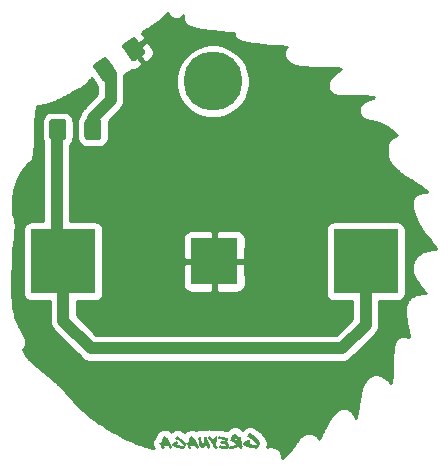
<source format=gbr>
G04 #@! TF.GenerationSoftware,KiCad,Pcbnew,5.1.4-e60b266~84~ubuntu18.04.1*
G04 #@! TF.CreationDate,2019-11-05T13:07:08-07:00*
G04 #@! TF.ProjectId,001,3030312e-6b69-4636-9164-5f7063625858,rev?*
G04 #@! TF.SameCoordinates,Original*
G04 #@! TF.FileFunction,Copper,L2,Bot*
G04 #@! TF.FilePolarity,Positive*
%FSLAX46Y46*%
G04 Gerber Fmt 4.6, Leading zero omitted, Abs format (unit mm)*
G04 Created by KiCad (PCBNEW 5.1.4-e60b266~84~ubuntu18.04.1) date 2019-11-05 13:07:08*
%MOMM*%
%LPD*%
G04 APERTURE LIST*
%ADD10C,0.100000*%
%ADD11R,5.500000X5.500000*%
%ADD12R,4.000000X4.000000*%
%ADD13C,1.425000*%
%ADD14C,5.000000*%
%ADD15C,1.000000*%
%ADD16C,0.254000*%
G04 APERTURE END LIST*
D10*
G36*
X143422623Y-119070496D02*
G01*
X143916839Y-118765681D01*
X143823819Y-118758781D01*
X143729079Y-118743280D01*
X143754919Y-118636483D01*
X143784199Y-118524516D01*
X143794539Y-118541746D01*
X143861719Y-118622707D01*
X143915119Y-118707117D01*
X143935789Y-118738127D01*
X143954739Y-118769137D01*
X143935789Y-118767437D01*
X143916839Y-118765737D01*
X143916839Y-118765681D01*
X143422623Y-119070496D01*
X143453633Y-119130786D01*
X143500143Y-119184186D01*
X143558713Y-119222086D01*
X143627613Y-119239316D01*
X143658623Y-119227256D01*
X143674123Y-119216926D01*
X143684463Y-119211726D01*
X143691363Y-119206526D01*
X143712033Y-119197926D01*
X143705133Y-119175536D01*
X143706833Y-119154866D01*
X143727503Y-119132476D01*
X143737843Y-119122135D01*
X143746443Y-119111806D01*
X143775723Y-119079076D01*
X143729213Y-119067016D01*
X143672363Y-119036006D01*
X143660303Y-118972266D01*
X143718873Y-118970566D01*
X143765383Y-118982626D01*
X143829113Y-118998126D01*
X143898013Y-119003326D01*
X143923853Y-119003326D01*
X143949693Y-118999926D01*
X143966913Y-118996526D01*
X143973813Y-118975856D01*
X143980713Y-118968956D01*
X143999663Y-118946566D01*
X144003063Y-118908666D01*
X144013393Y-118877655D01*
X144028893Y-118920716D01*
X144035793Y-118937946D01*
X144053023Y-118941346D01*
X144058223Y-118949946D01*
X144059923Y-118958546D01*
X144068523Y-118987826D01*
X144075423Y-118994726D01*
X144082323Y-118999926D01*
X144090923Y-119030936D01*
X144101263Y-119060216D01*
X144116763Y-119105006D01*
X144120163Y-119146346D01*
X144127063Y-119165296D01*
X144146013Y-119182526D01*
X144166683Y-119192856D01*
X144177023Y-119199756D01*
X144185623Y-119203156D01*
X144190823Y-119222106D01*
X144211493Y-119225506D01*
X144239053Y-119230706D01*
X144256283Y-119232406D01*
X144273513Y-119230706D01*
X144302793Y-119206586D01*
X144326913Y-119187636D01*
X144344133Y-119156626D01*
X144347533Y-119137675D01*
X144350933Y-119120446D01*
X144356133Y-119110116D01*
X144378523Y-119089446D01*
X144359573Y-119073946D01*
X144357873Y-119044666D01*
X144285523Y-118875857D01*
X144204563Y-118710492D01*
X144178723Y-118655372D01*
X144151163Y-118600251D01*
X144152863Y-118588191D01*
X144149463Y-118572691D01*
X144118453Y-118521011D01*
X144094333Y-118472781D01*
X144066773Y-118415941D01*
X144028873Y-118359102D01*
X144001313Y-118347041D01*
X143989253Y-118343641D01*
X143973753Y-118340241D01*
X143947913Y-118343641D01*
X143863513Y-118281631D01*
X143789443Y-118183441D01*
X143772213Y-118159331D01*
X143749823Y-118173111D01*
X143725703Y-118183441D01*
X143692973Y-118192041D01*
X143634403Y-118207541D01*
X143589613Y-118233381D01*
X143577553Y-118274721D01*
X143572353Y-118302281D01*
X143563753Y-118360851D01*
X143556853Y-118426311D01*
X143543073Y-118484881D01*
X143531013Y-118541721D01*
X143513783Y-118622682D01*
X143491393Y-118695032D01*
X143474163Y-118696732D01*
X143456943Y-118691532D01*
X143434553Y-118688132D01*
X143415603Y-118686432D01*
X143408703Y-118703662D01*
X143391473Y-118720892D01*
X143358743Y-118731232D01*
X143339793Y-118746732D01*
X143326013Y-118757072D01*
X143300173Y-118767402D01*
X143313953Y-118793242D01*
X143363903Y-118853532D01*
X143434523Y-118900042D01*
X143432823Y-118920712D01*
X143427623Y-118939662D01*
X143419023Y-118999952D01*
X143419023Y-119063682D01*
X143422623Y-119070496D01*
X143422623Y-119070496D01*
G37*
G36*
X144350924Y-118916824D02*
G01*
X144459445Y-119032235D01*
X144607584Y-119099415D01*
X144778116Y-119145925D01*
X144948649Y-119199325D01*
X144991709Y-119201025D01*
X145026159Y-119206225D01*
X145057169Y-119211425D01*
X145091619Y-119214825D01*
X145100219Y-119218225D01*
X145105419Y-119225125D01*
X145158819Y-119230325D01*
X145196719Y-119230325D01*
X145239779Y-119235525D01*
X145277679Y-119240725D01*
X145480940Y-119149425D01*
X145561900Y-118911713D01*
X145565300Y-118901383D01*
X145572200Y-118896183D01*
X145568800Y-118866903D01*
X145567100Y-118835893D01*
X145465470Y-118660193D01*
X145329389Y-118515498D01*
X145308719Y-118494828D01*
X145293219Y-118474158D01*
X145274269Y-118456928D01*
X145248429Y-118444868D01*
X145162299Y-118369078D01*
X145057224Y-118303618D01*
X144948704Y-118239888D01*
X144848794Y-118167538D01*
X144821234Y-118172738D01*
X144802284Y-118172738D01*
X144769554Y-118208908D01*
X144726494Y-118231298D01*
X144685154Y-118257138D01*
X144655874Y-118298478D01*
X144666214Y-118307078D01*
X144661014Y-118322578D01*
X144659314Y-118338078D01*
X144671374Y-118344978D01*
X144661044Y-118355318D01*
X144650704Y-118363918D01*
X144655904Y-118377698D01*
X144655904Y-118394928D01*
X144733424Y-118437988D01*
X144821274Y-118482778D01*
X144916014Y-118532728D01*
X145010754Y-118593018D01*
X145105494Y-118670539D01*
X145198514Y-118758389D01*
X145282924Y-118854849D01*
X145350104Y-118951309D01*
X145343204Y-118965089D01*
X145334604Y-118977149D01*
X145232974Y-118977149D01*
X145136514Y-118982349D01*
X145129614Y-118972009D01*
X145121014Y-118961669D01*
X144938424Y-118930659D01*
X144766169Y-118884149D01*
X144792009Y-118875549D01*
X144812679Y-118866949D01*
X144812679Y-118853169D01*
X144795449Y-118839389D01*
X144835069Y-118804939D01*
X144852299Y-118749819D01*
X144841969Y-118729149D01*
X144852299Y-118710199D01*
X144860899Y-118710199D01*
X144864299Y-118715399D01*
X144865999Y-118722299D01*
X144874599Y-118720599D01*
X144867699Y-118694759D01*
X144857359Y-118670649D01*
X144738504Y-118591408D01*
X144691994Y-118622419D01*
X144635154Y-118655149D01*
X144573144Y-118687879D01*
X144512854Y-118718889D01*
X144469794Y-118746449D01*
X144433624Y-118782619D01*
X144399174Y-118817069D01*
X144356114Y-118846349D01*
X144354414Y-118882519D01*
X144351014Y-118916969D01*
X144350924Y-118916824D01*
X144350924Y-118916824D01*
G37*
G36*
X145687622Y-119082189D02*
G01*
X146185438Y-118784188D01*
X146092418Y-118777288D01*
X145997678Y-118761788D01*
X146023518Y-118654990D01*
X146052798Y-118543023D01*
X146063128Y-118560253D01*
X146130308Y-118641214D01*
X146183708Y-118725624D01*
X146204378Y-118756634D01*
X146223328Y-118787644D01*
X146204378Y-118785944D01*
X146185428Y-118784244D01*
X146185438Y-118784188D01*
X145687622Y-119082189D01*
X145718632Y-119142479D01*
X145765142Y-119195879D01*
X145823712Y-119233779D01*
X145892612Y-119251009D01*
X145923622Y-119238949D01*
X145939122Y-119228619D01*
X145949462Y-119223419D01*
X145956362Y-119218219D01*
X145977032Y-119209619D01*
X145970132Y-119187229D01*
X145971832Y-119166559D01*
X145992502Y-119144169D01*
X146002842Y-119133829D01*
X146011442Y-119123498D01*
X146040722Y-119090769D01*
X145994212Y-119078709D01*
X145937362Y-119047699D01*
X145925302Y-118983959D01*
X145983872Y-118982259D01*
X146030382Y-118994319D01*
X146094112Y-119009819D01*
X146163012Y-119015019D01*
X146188852Y-119015019D01*
X146214692Y-119011619D01*
X146231912Y-119008219D01*
X146238812Y-118987549D01*
X146245712Y-118980649D01*
X146264662Y-118958259D01*
X146268062Y-118920359D01*
X146278392Y-118889349D01*
X146293892Y-118932409D01*
X146300792Y-118949639D01*
X146318022Y-118953039D01*
X146323222Y-118961639D01*
X146324922Y-118970239D01*
X146333522Y-118999519D01*
X146340422Y-119006419D01*
X146347322Y-119011619D01*
X146355922Y-119042629D01*
X146366262Y-119071909D01*
X146381762Y-119116699D01*
X146385162Y-119158039D01*
X146392062Y-119176989D01*
X146411012Y-119194219D01*
X146431682Y-119204549D01*
X146442022Y-119211449D01*
X146450622Y-119214849D01*
X146455822Y-119233799D01*
X146476492Y-119237199D01*
X146504052Y-119242399D01*
X146521282Y-119244099D01*
X146538512Y-119242399D01*
X146567792Y-119218279D01*
X146591912Y-119199329D01*
X146609132Y-119168319D01*
X146612532Y-119149369D01*
X146615932Y-119132139D01*
X146621132Y-119121809D01*
X146643522Y-119101139D01*
X146624572Y-119085639D01*
X146622872Y-119056359D01*
X146550522Y-118887550D01*
X146469562Y-118722185D01*
X146443722Y-118667065D01*
X146416162Y-118611944D01*
X146417862Y-118599884D01*
X146414462Y-118584384D01*
X146383452Y-118532704D01*
X146359332Y-118484474D01*
X146331772Y-118427634D01*
X146293872Y-118370794D01*
X146266312Y-118358735D01*
X146254252Y-118355334D01*
X146238752Y-118351934D01*
X146212912Y-118355334D01*
X146128512Y-118293324D01*
X146054442Y-118195134D01*
X146037212Y-118171024D01*
X146014822Y-118184804D01*
X145990702Y-118195134D01*
X145957972Y-118203734D01*
X145899402Y-118219234D01*
X145854612Y-118245074D01*
X145842552Y-118286414D01*
X145837352Y-118313974D01*
X145828752Y-118372544D01*
X145821852Y-118438004D01*
X145808072Y-118496574D01*
X145796012Y-118553414D01*
X145778792Y-118634375D01*
X145756402Y-118706725D01*
X145739172Y-118708425D01*
X145721952Y-118703225D01*
X145699562Y-118699825D01*
X145680612Y-118698125D01*
X145673712Y-118715355D01*
X145656482Y-118732585D01*
X145623752Y-118742925D01*
X145604802Y-118758425D01*
X145591022Y-118768765D01*
X145565182Y-118779095D01*
X145578962Y-118804935D01*
X145628912Y-118865225D01*
X145699532Y-118911735D01*
X145697832Y-118932405D01*
X145692632Y-118951355D01*
X145684032Y-119011645D01*
X145684032Y-119075375D01*
X145687622Y-119082189D01*
X145687622Y-119082189D01*
G37*
G36*
X147241360Y-118913379D02*
G01*
X147263750Y-118932329D01*
X147277530Y-118961609D01*
X147289590Y-118990889D01*
X147306820Y-119002949D01*
X147317150Y-119027069D01*
X147330930Y-119049459D01*
X147341260Y-119073579D01*
X147337860Y-119102859D01*
X147355080Y-119132139D01*
X147363680Y-119168309D01*
X147377460Y-119197589D01*
X147415360Y-119207929D01*
X147417060Y-119216529D01*
X147411860Y-119228589D01*
X147441140Y-119230289D01*
X147463530Y-119238889D01*
X147518650Y-119202719D01*
X147556550Y-119145879D01*
X147585830Y-119080419D01*
X147609950Y-119023579D01*
X147608250Y-118987409D01*
X147620310Y-118956399D01*
X147598970Y-118911239D01*
X147577140Y-118865319D01*
X147554830Y-118818649D01*
X147532030Y-118771229D01*
X147508750Y-118723049D01*
X147484980Y-118674119D01*
X147460730Y-118624429D01*
X147435990Y-118573988D01*
X147411170Y-118523248D01*
X147386680Y-118472678D01*
X147362510Y-118422268D01*
X147338660Y-118372018D01*
X147315140Y-118321928D01*
X147291940Y-118271998D01*
X147269060Y-118222228D01*
X147246510Y-118172628D01*
X147169000Y-118208798D01*
X147098380Y-118253588D01*
X147043260Y-118313878D01*
X147013980Y-118387948D01*
X147022580Y-118396548D01*
X147029480Y-118398248D01*
X147022580Y-118410308D01*
X147022580Y-118417208D01*
X147022580Y-118427548D01*
X147017380Y-118443048D01*
X147027710Y-118444748D01*
X147038050Y-118444748D01*
X147034650Y-118475758D01*
X147041550Y-118498148D01*
X147050150Y-118518818D01*
X147048450Y-118546378D01*
X147057050Y-118549778D01*
X147060450Y-118554979D01*
X147065650Y-118560178D01*
X147072550Y-118560178D01*
X147069150Y-118635969D01*
X147072550Y-118713479D01*
X147070850Y-118794439D01*
X147058790Y-118880569D01*
X146960610Y-118787549D01*
X146900320Y-118660080D01*
X146864150Y-118508495D01*
X146838310Y-118343130D01*
X146814190Y-118305230D01*
X146798690Y-118258720D01*
X146784910Y-118208770D01*
X146767680Y-118162260D01*
X146724620Y-118179490D01*
X146690170Y-118207050D01*
X146657440Y-118234610D01*
X146614380Y-118250110D01*
X146576480Y-118306950D01*
X146554090Y-118365520D01*
X146567870Y-118396530D01*
X146576470Y-118430980D01*
X146590250Y-118463710D01*
X146614370Y-118487830D01*
X146628150Y-118570510D01*
X146643650Y-118642861D01*
X146655710Y-118718651D01*
X146659110Y-118803051D01*
X146688390Y-118887451D01*
X146712510Y-118968411D01*
X146755570Y-119021811D01*
X146788300Y-119083821D01*
X146796900Y-119087221D01*
X146808960Y-119082021D01*
X146808960Y-119092361D01*
X146814160Y-119099261D01*
X146817560Y-119106161D01*
X146814160Y-119119941D01*
X146857220Y-119149221D01*
X146898560Y-119183671D01*
X146950240Y-119204341D01*
X147027750Y-119192281D01*
X147153496Y-119073425D01*
X147241346Y-118913228D01*
X147241360Y-118913379D01*
X147241360Y-118913379D01*
G37*
G36*
X147749512Y-118775575D02*
G01*
X147770182Y-118801415D01*
X147787412Y-118830695D01*
X147806362Y-118866865D01*
X147832202Y-118897875D01*
X147849432Y-118939215D01*
X147876992Y-118971945D01*
X147957952Y-119121807D01*
X147968292Y-119152817D01*
X147983792Y-119180377D01*
X147990692Y-119192437D01*
X147995892Y-119201037D01*
X147999292Y-119218267D01*
X148018242Y-119242387D01*
X148037192Y-119261337D01*
X148049252Y-119275117D01*
X148075092Y-119285447D01*
X148228398Y-119151089D01*
X148226698Y-119133859D01*
X148221498Y-119116639D01*
X148214598Y-119095969D01*
X148199098Y-119047739D01*
X148169818Y-119004679D01*
X148154318Y-118966779D01*
X148112978Y-118885819D01*
X148075078Y-118820359D01*
X148052688Y-118782459D01*
X148094028Y-118732509D01*
X148133648Y-118649829D01*
X148157768Y-118579208D01*
X148162968Y-118541308D01*
X148169868Y-118508578D01*
X148178468Y-118470678D01*
X148181868Y-118431058D01*
X148192198Y-118406938D01*
X148188798Y-118389708D01*
X148187098Y-118358698D01*
X148195698Y-118317358D01*
X148204298Y-118279458D01*
X148205998Y-118238118D01*
X148195658Y-118200218D01*
X148162928Y-118167488D01*
X148133648Y-118165788D01*
X148104368Y-118183018D01*
X148075088Y-118198518D01*
X148038918Y-118215748D01*
X148002748Y-118238138D01*
X147990688Y-118262258D01*
X147968298Y-118281208D01*
X147968298Y-118300158D01*
X147966598Y-118319108D01*
X147959698Y-118346668D01*
X147952798Y-118367339D01*
X147947598Y-118413848D01*
X147937268Y-118453468D01*
X147926938Y-118493088D01*
X147925238Y-118537878D01*
X147908008Y-118525818D01*
X147901108Y-118520618D01*
X147894208Y-118515418D01*
X147792578Y-118377614D01*
X147795978Y-118360384D01*
X147759808Y-118325934D01*
X147733968Y-118300094D01*
X147711578Y-118274254D01*
X147692628Y-118260474D01*
X147535876Y-118153676D01*
X147511756Y-118150276D01*
X147504856Y-118172666D01*
X147477296Y-118207116D01*
X147430786Y-118236396D01*
X147415286Y-118246736D01*
X147406686Y-118272576D01*
X147408386Y-118288076D01*
X147401486Y-118305306D01*
X147435936Y-118365596D01*
X147473836Y-118400046D01*
X147503116Y-118425886D01*
X147522066Y-118453446D01*
X147534126Y-118467226D01*
X147580636Y-118522346D01*
X147585836Y-118543016D01*
X147606506Y-118543016D01*
X147615106Y-118549916D01*
X147632336Y-118579196D01*
X147649556Y-118601586D01*
X147658156Y-118610187D01*
X147663356Y-118623967D01*
X147668556Y-118637747D01*
X147696116Y-118672197D01*
X147708176Y-118696317D01*
X147721956Y-118723877D01*
X147740906Y-118749717D01*
X147749512Y-118775575D01*
X147749512Y-118775575D01*
G37*
G36*
X148259386Y-118257087D02*
G01*
X148259386Y-118276037D01*
X148261086Y-118286367D01*
X148261086Y-118298427D01*
X148257686Y-118315657D01*
X148342096Y-118396617D01*
X148443726Y-118427627D01*
X148557414Y-118446577D01*
X148671102Y-118491367D01*
X148712442Y-118491367D01*
X148764122Y-118496567D01*
X148789962Y-118512067D01*
X148820972Y-118520667D01*
X148815772Y-118553398D01*
X148810572Y-118579237D01*
X148677935Y-118577537D01*
X148533241Y-118568937D01*
X148534941Y-118580997D01*
X148536641Y-118589597D01*
X148512521Y-118611987D01*
X148488401Y-118636108D01*
X148464281Y-118656778D01*
X148433271Y-118661978D01*
X148424671Y-118692988D01*
X148428071Y-118725718D01*
X148483191Y-118765338D01*
X148541761Y-118799788D01*
X148605491Y-118825628D01*
X148679561Y-118832528D01*
X148693341Y-118832528D01*
X148703681Y-118827328D01*
X148743301Y-118832528D01*
X148781201Y-118837728D01*
X148827711Y-118830828D01*
X148874221Y-118823928D01*
X148924171Y-118901438D01*
X148963791Y-118989288D01*
X148867331Y-118996188D01*
X148793261Y-118990988D01*
X148722641Y-118982388D01*
X148631341Y-118978988D01*
X148550381Y-118954868D01*
X148462531Y-118934198D01*
X148438411Y-118953148D01*
X148419461Y-118977268D01*
X148398791Y-118996218D01*
X148372951Y-119003118D01*
X148364351Y-119020348D01*
X148359151Y-119037568D01*
X148353951Y-119053068D01*
X148338451Y-119056468D01*
X148398741Y-119144318D01*
X148474531Y-119189108D01*
X148570991Y-119213218D01*
X148686402Y-119233888D01*
X148712242Y-119232188D01*
X148736362Y-119228788D01*
X148831102Y-119244288D01*
X148943068Y-119249488D01*
X149051588Y-119233988D01*
X149135988Y-119189198D01*
X149154938Y-119161638D01*
X149177328Y-119135798D01*
X149184228Y-119085848D01*
X149194558Y-119029008D01*
X149203158Y-118968718D01*
X149199758Y-118915318D01*
X149179088Y-118868808D01*
X149167028Y-118824018D01*
X149156688Y-118815418D01*
X149142908Y-118808518D01*
X149120518Y-118749948D01*
X149096398Y-118696548D01*
X149070558Y-118644868D01*
X149044718Y-118584577D01*
X149080888Y-118536347D01*
X149096388Y-118482947D01*
X149104988Y-118427827D01*
X149117048Y-118369257D01*
X149075708Y-118327917D01*
X149020588Y-118300357D01*
X148956848Y-118283127D01*
X148884498Y-118267627D01*
X148762197Y-118233177D01*
X148655399Y-118214227D01*
X148545156Y-118198727D01*
X148415965Y-118178057D01*
X148386685Y-118193557D01*
X148371185Y-118184957D01*
X148362585Y-118174627D01*
X148319525Y-118224577D01*
X148259235Y-118257307D01*
X148259386Y-118257087D01*
X148259386Y-118257087D01*
G37*
G36*
X150312664Y-119078743D02*
G01*
X149889093Y-118469105D01*
X149918373Y-118548345D01*
X149766789Y-118508725D01*
X149616927Y-118446715D01*
X149661717Y-118345085D01*
X149737507Y-118291685D01*
X149737513Y-118291685D01*
X149787463Y-118351975D01*
X149842583Y-118407095D01*
X149889093Y-118469105D01*
X150312664Y-119078743D01*
X150328164Y-119066683D01*
X150343664Y-119037403D01*
X150324714Y-119037403D01*
X150331614Y-118968503D01*
X150316114Y-118906493D01*
X150302334Y-118847923D01*
X150307534Y-118787633D01*
X150295474Y-118784233D01*
X150288574Y-118760113D01*
X150286874Y-118729103D01*
X150288574Y-118701543D01*
X150254124Y-118591299D01*
X150230004Y-118479334D01*
X150207614Y-118370813D01*
X150173164Y-118270903D01*
X150123214Y-118277803D01*
X150087044Y-118300193D01*
X149992304Y-118200283D01*
X149909624Y-118086595D01*
X149813164Y-117986685D01*
X149680527Y-117935005D01*
X149587507Y-117998735D01*
X149503097Y-118081415D01*
X149477257Y-118100365D01*
X149449697Y-118117595D01*
X149449697Y-118143435D01*
X149410077Y-118196835D01*
X149380797Y-118260565D01*
X149354957Y-118327745D01*
X149327397Y-118391475D01*
X149330797Y-118410425D01*
X149327397Y-118425925D01*
X149322197Y-118443145D01*
X149320497Y-118465535D01*
X149380787Y-118613674D01*
X149508256Y-118704975D01*
X149666730Y-118765265D01*
X149820037Y-118818665D01*
X149813137Y-118825565D01*
X149807937Y-118835895D01*
X149728697Y-118885845D01*
X149675297Y-118918575D01*
X149620177Y-118939245D01*
X149535767Y-118959915D01*
X149453087Y-118980585D01*
X149397967Y-118992645D01*
X149346287Y-118999545D01*
X149272217Y-119008145D01*
X149241207Y-119052935D01*
X149223977Y-119104615D01*
X149222277Y-119154565D01*
X149236057Y-119190735D01*
X149227457Y-119197635D01*
X149210237Y-119197635D01*
X149230907Y-119218305D01*
X149248137Y-119242425D01*
X149268807Y-119264815D01*
X149296367Y-119276875D01*
X149454842Y-119278575D01*
X149701166Y-119199335D01*
X149821744Y-119149385D01*
X149902704Y-119106325D01*
X149966434Y-119059815D01*
X150033614Y-118999525D01*
X150040514Y-119006425D01*
X150045714Y-119013325D01*
X150073274Y-119125289D01*
X150124954Y-119213140D01*
X150162854Y-119218340D01*
X150185244Y-119237290D01*
X150211084Y-119235590D01*
X150226584Y-119226990D01*
X150242084Y-119216650D01*
X150269644Y-119213250D01*
X150279984Y-119183970D01*
X150307544Y-119170190D01*
X150304144Y-119144350D01*
X150309344Y-119123679D01*
X150316244Y-119103010D01*
X150312844Y-119078890D01*
X150312664Y-119078743D01*
X150312664Y-119078743D01*
G37*
G36*
X151847799Y-118810371D02*
G01*
X151842599Y-118775921D01*
X151840899Y-118736301D01*
X151720320Y-118526149D01*
X151556678Y-118353894D01*
X151532568Y-118329774D01*
X151513618Y-118303934D01*
X151491228Y-118283264D01*
X151460218Y-118269484D01*
X151356866Y-118178184D01*
X151231120Y-118098944D01*
X151100206Y-118021434D01*
X150979628Y-117935304D01*
X150950348Y-117943904D01*
X150926228Y-117942204D01*
X150886608Y-117988714D01*
X150834928Y-118014554D01*
X150784978Y-118045564D01*
X150748808Y-118093794D01*
X150760868Y-118102394D01*
X150755668Y-118121344D01*
X150752268Y-118140294D01*
X150767768Y-118148894D01*
X150755708Y-118160954D01*
X150743648Y-118173014D01*
X150748848Y-118190234D01*
X150748848Y-118209184D01*
X150841868Y-118262584D01*
X150948666Y-118314264D01*
X151062354Y-118374554D01*
X151176042Y-118446904D01*
X151291453Y-118538204D01*
X151401696Y-118645003D01*
X151501606Y-118760414D01*
X151580846Y-118875825D01*
X151572246Y-118891325D01*
X151561916Y-118906825D01*
X151439615Y-118906825D01*
X151325927Y-118913725D01*
X151317327Y-118899945D01*
X151306987Y-118887885D01*
X151088223Y-118849985D01*
X150881517Y-118794865D01*
X150936637Y-118775915D01*
X150936637Y-118758685D01*
X150917687Y-118741465D01*
X150964197Y-118700125D01*
X150984867Y-118632945D01*
X150972807Y-118608834D01*
X150984867Y-118586444D01*
X150995207Y-118586444D01*
X150998607Y-118593344D01*
X151002007Y-118600244D01*
X151010607Y-118600244D01*
X151002007Y-118569234D01*
X150991667Y-118539954D01*
X150848696Y-118445214D01*
X150793576Y-118481384D01*
X150724676Y-118519284D01*
X150650606Y-118558904D01*
X150579986Y-118596804D01*
X150526586Y-118631255D01*
X150483526Y-118672595D01*
X150442186Y-118713935D01*
X150392236Y-118748384D01*
X150388836Y-118793175D01*
X150385436Y-118834515D01*
X150464676Y-118934425D01*
X150569751Y-119003325D01*
X150692052Y-119053275D01*
X150826411Y-119091175D01*
X150965937Y-119129075D01*
X151102018Y-119173865D01*
X151151968Y-119175565D01*
X151191588Y-119180765D01*
X151229488Y-119187665D01*
X151270828Y-119192865D01*
X151282888Y-119196265D01*
X151289788Y-119204865D01*
X151351798Y-119210065D01*
X151398308Y-119210065D01*
X151448258Y-119216965D01*
X151496488Y-119222165D01*
X151739367Y-119111922D01*
X151835827Y-118827701D01*
X151839227Y-118817371D01*
X151847827Y-118810471D01*
X151847799Y-118810371D01*
X151847799Y-118810371D01*
G37*
D11*
X135155000Y-103378000D03*
X160755000Y-103378000D03*
D12*
X147955000Y-103378000D03*
D10*
G36*
X141160422Y-84389089D02*
G01*
X141184763Y-84392159D01*
X141208686Y-84397600D01*
X141231961Y-84405359D01*
X141254362Y-84415362D01*
X141275676Y-84427513D01*
X141295696Y-84441695D01*
X141314229Y-84457770D01*
X141331098Y-84475585D01*
X141346139Y-84494967D01*
X142063109Y-85518907D01*
X142076178Y-85539670D01*
X142087149Y-85561614D01*
X142095916Y-85584528D01*
X142102395Y-85608191D01*
X142106523Y-85632375D01*
X142108262Y-85656847D01*
X142107593Y-85681372D01*
X142104523Y-85705713D01*
X142099082Y-85729636D01*
X142091323Y-85752911D01*
X142081320Y-85775312D01*
X142069169Y-85796626D01*
X142054987Y-85816646D01*
X142038912Y-85835179D01*
X142021097Y-85852048D01*
X142001715Y-85867089D01*
X141243999Y-86397647D01*
X141223236Y-86410716D01*
X141201292Y-86421687D01*
X141178378Y-86430454D01*
X141154715Y-86436933D01*
X141130531Y-86441061D01*
X141106059Y-86442800D01*
X141081534Y-86442131D01*
X141057193Y-86439061D01*
X141033270Y-86433620D01*
X141009995Y-86425861D01*
X140987594Y-86415858D01*
X140966280Y-86403707D01*
X140946260Y-86389525D01*
X140927727Y-86373450D01*
X140910858Y-86355635D01*
X140895817Y-86336253D01*
X140178847Y-85312313D01*
X140165778Y-85291550D01*
X140154807Y-85269606D01*
X140146040Y-85246692D01*
X140139561Y-85223029D01*
X140135433Y-85198845D01*
X140133694Y-85174373D01*
X140134363Y-85149848D01*
X140137433Y-85125507D01*
X140142874Y-85101584D01*
X140150633Y-85078309D01*
X140160636Y-85055908D01*
X140172787Y-85034594D01*
X140186969Y-85014574D01*
X140203044Y-84996041D01*
X140220859Y-84979172D01*
X140240241Y-84964131D01*
X140997957Y-84433573D01*
X141018720Y-84420504D01*
X141040664Y-84409533D01*
X141063578Y-84400766D01*
X141087241Y-84394287D01*
X141111425Y-84390159D01*
X141135897Y-84388420D01*
X141160422Y-84389089D01*
X141160422Y-84389089D01*
G37*
D13*
X141120978Y-85415610D03*
D10*
G36*
X138723444Y-86095479D02*
G01*
X138747785Y-86098549D01*
X138771708Y-86103990D01*
X138794983Y-86111749D01*
X138817384Y-86121752D01*
X138838698Y-86133903D01*
X138858718Y-86148085D01*
X138877251Y-86164160D01*
X138894120Y-86181975D01*
X138909161Y-86201357D01*
X139626131Y-87225297D01*
X139639200Y-87246060D01*
X139650171Y-87268004D01*
X139658938Y-87290918D01*
X139665417Y-87314581D01*
X139669545Y-87338765D01*
X139671284Y-87363237D01*
X139670615Y-87387762D01*
X139667545Y-87412103D01*
X139662104Y-87436026D01*
X139654345Y-87459301D01*
X139644342Y-87481702D01*
X139632191Y-87503016D01*
X139618009Y-87523036D01*
X139601934Y-87541569D01*
X139584119Y-87558438D01*
X139564737Y-87573479D01*
X138807021Y-88104037D01*
X138786258Y-88117106D01*
X138764314Y-88128077D01*
X138741400Y-88136844D01*
X138717737Y-88143323D01*
X138693553Y-88147451D01*
X138669081Y-88149190D01*
X138644556Y-88148521D01*
X138620215Y-88145451D01*
X138596292Y-88140010D01*
X138573017Y-88132251D01*
X138550616Y-88122248D01*
X138529302Y-88110097D01*
X138509282Y-88095915D01*
X138490749Y-88079840D01*
X138473880Y-88062025D01*
X138458839Y-88042643D01*
X137741869Y-87018703D01*
X137728800Y-86997940D01*
X137717829Y-86975996D01*
X137709062Y-86953082D01*
X137702583Y-86929419D01*
X137698455Y-86905235D01*
X137696716Y-86880763D01*
X137697385Y-86856238D01*
X137700455Y-86831897D01*
X137705896Y-86807974D01*
X137713655Y-86784699D01*
X137723658Y-86762298D01*
X137735809Y-86740984D01*
X137749991Y-86720964D01*
X137766066Y-86702431D01*
X137783881Y-86685562D01*
X137803263Y-86670521D01*
X138560979Y-86139963D01*
X138581742Y-86126894D01*
X138603686Y-86115923D01*
X138626600Y-86107156D01*
X138650263Y-86100677D01*
X138674447Y-86096549D01*
X138698919Y-86094810D01*
X138723444Y-86095479D01*
X138723444Y-86095479D01*
G37*
D13*
X138684000Y-87122000D03*
D10*
G36*
X135180004Y-91328204D02*
G01*
X135204273Y-91331804D01*
X135228071Y-91337765D01*
X135251171Y-91346030D01*
X135273349Y-91356520D01*
X135294393Y-91369133D01*
X135314098Y-91383747D01*
X135332277Y-91400223D01*
X135348753Y-91418402D01*
X135363367Y-91438107D01*
X135375980Y-91459151D01*
X135386470Y-91481329D01*
X135394735Y-91504429D01*
X135400696Y-91528227D01*
X135404296Y-91552496D01*
X135405500Y-91577000D01*
X135405500Y-92827000D01*
X135404296Y-92851504D01*
X135400696Y-92875773D01*
X135394735Y-92899571D01*
X135386470Y-92922671D01*
X135375980Y-92944849D01*
X135363367Y-92965893D01*
X135348753Y-92985598D01*
X135332277Y-93003777D01*
X135314098Y-93020253D01*
X135294393Y-93034867D01*
X135273349Y-93047480D01*
X135251171Y-93057970D01*
X135228071Y-93066235D01*
X135204273Y-93072196D01*
X135180004Y-93075796D01*
X135155500Y-93077000D01*
X134230500Y-93077000D01*
X134205996Y-93075796D01*
X134181727Y-93072196D01*
X134157929Y-93066235D01*
X134134829Y-93057970D01*
X134112651Y-93047480D01*
X134091607Y-93034867D01*
X134071902Y-93020253D01*
X134053723Y-93003777D01*
X134037247Y-92985598D01*
X134022633Y-92965893D01*
X134010020Y-92944849D01*
X133999530Y-92922671D01*
X133991265Y-92899571D01*
X133985304Y-92875773D01*
X133981704Y-92851504D01*
X133980500Y-92827000D01*
X133980500Y-91577000D01*
X133981704Y-91552496D01*
X133985304Y-91528227D01*
X133991265Y-91504429D01*
X133999530Y-91481329D01*
X134010020Y-91459151D01*
X134022633Y-91438107D01*
X134037247Y-91418402D01*
X134053723Y-91400223D01*
X134071902Y-91383747D01*
X134091607Y-91369133D01*
X134112651Y-91356520D01*
X134134829Y-91346030D01*
X134157929Y-91337765D01*
X134181727Y-91331804D01*
X134205996Y-91328204D01*
X134230500Y-91327000D01*
X135155500Y-91327000D01*
X135180004Y-91328204D01*
X135180004Y-91328204D01*
G37*
D13*
X134693000Y-92202000D03*
D10*
G36*
X138155004Y-91328204D02*
G01*
X138179273Y-91331804D01*
X138203071Y-91337765D01*
X138226171Y-91346030D01*
X138248349Y-91356520D01*
X138269393Y-91369133D01*
X138289098Y-91383747D01*
X138307277Y-91400223D01*
X138323753Y-91418402D01*
X138338367Y-91438107D01*
X138350980Y-91459151D01*
X138361470Y-91481329D01*
X138369735Y-91504429D01*
X138375696Y-91528227D01*
X138379296Y-91552496D01*
X138380500Y-91577000D01*
X138380500Y-92827000D01*
X138379296Y-92851504D01*
X138375696Y-92875773D01*
X138369735Y-92899571D01*
X138361470Y-92922671D01*
X138350980Y-92944849D01*
X138338367Y-92965893D01*
X138323753Y-92985598D01*
X138307277Y-93003777D01*
X138289098Y-93020253D01*
X138269393Y-93034867D01*
X138248349Y-93047480D01*
X138226171Y-93057970D01*
X138203071Y-93066235D01*
X138179273Y-93072196D01*
X138155004Y-93075796D01*
X138130500Y-93077000D01*
X137205500Y-93077000D01*
X137180996Y-93075796D01*
X137156727Y-93072196D01*
X137132929Y-93066235D01*
X137109829Y-93057970D01*
X137087651Y-93047480D01*
X137066607Y-93034867D01*
X137046902Y-93020253D01*
X137028723Y-93003777D01*
X137012247Y-92985598D01*
X136997633Y-92965893D01*
X136985020Y-92944849D01*
X136974530Y-92922671D01*
X136966265Y-92899571D01*
X136960304Y-92875773D01*
X136956704Y-92851504D01*
X136955500Y-92827000D01*
X136955500Y-91577000D01*
X136956704Y-91552496D01*
X136960304Y-91528227D01*
X136966265Y-91504429D01*
X136974530Y-91481329D01*
X136985020Y-91459151D01*
X136997633Y-91438107D01*
X137012247Y-91418402D01*
X137028723Y-91400223D01*
X137046902Y-91383747D01*
X137066607Y-91369133D01*
X137087651Y-91356520D01*
X137109829Y-91346030D01*
X137132929Y-91337765D01*
X137156727Y-91331804D01*
X137180996Y-91328204D01*
X137205500Y-91327000D01*
X138130500Y-91327000D01*
X138155004Y-91328204D01*
X138155004Y-91328204D01*
G37*
D13*
X137668000Y-92202000D03*
D14*
X147828000Y-88138000D03*
D15*
X158750000Y-110744000D02*
X160755000Y-108739000D01*
X137501000Y-110744000D02*
X158750000Y-110744000D01*
X135155000Y-108398000D02*
X137501000Y-110744000D01*
X160755000Y-108739000D02*
X160755000Y-103378000D01*
X135155000Y-108398000D02*
X135155000Y-103378000D01*
X134620000Y-92275000D02*
X134693000Y-92202000D01*
X135155000Y-103378000D02*
X134620000Y-102843000D01*
X134620000Y-102843000D02*
X134620000Y-92275000D01*
X139192000Y-87630000D02*
X138684000Y-87122000D01*
X139192000Y-89703000D02*
X139192000Y-87630000D01*
X137668000Y-92202000D02*
X137668000Y-91227000D01*
X137668000Y-91227000D02*
X139192000Y-89703000D01*
D16*
G36*
X144038311Y-82362700D02*
G01*
X144053779Y-82413024D01*
X144060866Y-82426167D01*
X144065866Y-82440236D01*
X144092829Y-82485442D01*
X144117821Y-82531790D01*
X144148821Y-82569282D01*
X144163482Y-82589140D01*
X144201179Y-82641195D01*
X144228293Y-82666337D01*
X144253064Y-82693786D01*
X144277644Y-82712098D01*
X144300122Y-82732941D01*
X144331621Y-82752311D01*
X144361270Y-82774399D01*
X144388949Y-82787564D01*
X144415062Y-82803621D01*
X144449736Y-82816474D01*
X144483124Y-82832354D01*
X144512834Y-82839864D01*
X144541583Y-82850521D01*
X144578104Y-82856363D01*
X144613942Y-82865422D01*
X144644555Y-82866992D01*
X144674822Y-82871834D01*
X144711763Y-82870440D01*
X144748696Y-82872335D01*
X144779028Y-82867903D01*
X144809657Y-82866747D01*
X144845625Y-82858170D01*
X144882212Y-82852824D01*
X144911096Y-82842559D01*
X144940911Y-82835450D01*
X144974516Y-82820021D01*
X145009355Y-82807640D01*
X145035678Y-82791940D01*
X145063537Y-82779149D01*
X145093488Y-82757460D01*
X145125240Y-82738521D01*
X145172917Y-82695496D01*
X145329213Y-82557040D01*
X145330656Y-82555984D01*
X145338395Y-82549056D01*
X145337717Y-82551598D01*
X145328753Y-82573513D01*
X145320371Y-82616646D01*
X145309051Y-82659095D01*
X145307531Y-82682719D01*
X145303013Y-82705968D01*
X145303207Y-82749904D01*
X145300385Y-82793748D01*
X145303504Y-82817219D01*
X145303608Y-82840900D01*
X145312371Y-82883958D01*
X145318157Y-82927506D01*
X145325795Y-82949920D01*
X145330517Y-82973122D01*
X145347508Y-83013636D01*
X145361681Y-83055227D01*
X145373544Y-83075719D01*
X145382702Y-83097555D01*
X145407271Y-83133976D01*
X145412346Y-83142742D01*
X145426100Y-83161888D01*
X145433051Y-83172191D01*
X145449160Y-83199646D01*
X145492654Y-83248545D01*
X145535894Y-83297733D01*
X145554621Y-83312068D01*
X145577091Y-83331284D01*
X145592224Y-83345259D01*
X145602670Y-83353158D01*
X145612618Y-83361666D01*
X145620429Y-83367117D01*
X145621748Y-83368476D01*
X145635149Y-83377720D01*
X145672881Y-83406254D01*
X145684731Y-83411995D01*
X145701791Y-83423901D01*
X145703430Y-83424820D01*
X145704988Y-83425895D01*
X145732960Y-83441382D01*
X145789989Y-83473368D01*
X145790292Y-83473467D01*
X145796110Y-83476790D01*
X145800281Y-83478657D01*
X145804280Y-83480871D01*
X145830940Y-83492379D01*
X145865707Y-83507940D01*
X145889479Y-83519196D01*
X145896389Y-83521672D01*
X145903092Y-83524672D01*
X145928041Y-83533013D01*
X145963031Y-83545551D01*
X145986902Y-83554743D01*
X145994678Y-83556890D01*
X146002269Y-83559610D01*
X146027083Y-83565837D01*
X146064643Y-83576208D01*
X146090148Y-83583818D01*
X146097073Y-83585162D01*
X146103858Y-83587036D01*
X146130048Y-83591565D01*
X146172768Y-83599859D01*
X146213147Y-83608180D01*
X146246805Y-83616108D01*
X146277019Y-83624121D01*
X146282059Y-83625627D01*
X146286132Y-83628492D01*
X146318871Y-83642984D01*
X146350140Y-83660438D01*
X146412423Y-83680578D01*
X146450220Y-83693043D01*
X146481135Y-83703332D01*
X146482045Y-83703538D01*
X146482929Y-83703830D01*
X146514673Y-83710941D01*
X146562868Y-83721876D01*
X146576283Y-83725742D01*
X146595645Y-83729313D01*
X146614861Y-83733673D01*
X146628723Y-83735414D01*
X146676622Y-83744248D01*
X146684579Y-83746336D01*
X146709693Y-83750348D01*
X146734710Y-83754962D01*
X146742908Y-83755654D01*
X146803271Y-83765297D01*
X146808946Y-83766683D01*
X146836501Y-83770605D01*
X146863955Y-83774991D01*
X146869780Y-83775342D01*
X146943732Y-83785869D01*
X146948352Y-83786930D01*
X146977019Y-83790607D01*
X147005653Y-83794683D01*
X147010393Y-83794888D01*
X147096270Y-83805903D01*
X147100368Y-83806792D01*
X147129593Y-83810178D01*
X147158845Y-83813930D01*
X147163046Y-83814054D01*
X147258366Y-83825097D01*
X147262391Y-83825919D01*
X147291735Y-83828963D01*
X147321120Y-83832367D01*
X147325238Y-83832438D01*
X147456267Y-83846028D01*
X147629521Y-83864231D01*
X147814052Y-83884222D01*
X148003993Y-83905329D01*
X148193943Y-83926935D01*
X148377840Y-83948362D01*
X148549456Y-83968872D01*
X148702715Y-83987772D01*
X148809811Y-84001566D01*
X148818905Y-84003402D01*
X148843149Y-84005860D01*
X148867341Y-84008976D01*
X148876621Y-84009254D01*
X148970938Y-84018816D01*
X148979681Y-84020347D01*
X149004389Y-84022208D01*
X149029051Y-84024708D01*
X149037930Y-84024733D01*
X149143070Y-84032651D01*
X149150296Y-84033758D01*
X149176617Y-84035177D01*
X149202883Y-84037155D01*
X149210186Y-84036987D01*
X149320917Y-84042957D01*
X149327514Y-84043837D01*
X149354494Y-84044767D01*
X149381462Y-84046221D01*
X149388114Y-84045926D01*
X149500897Y-84049814D01*
X149507438Y-84050559D01*
X149534489Y-84050972D01*
X149561559Y-84051905D01*
X149568136Y-84051485D01*
X149596453Y-84051918D01*
X149596679Y-84057060D01*
X149596578Y-84061300D01*
X149596819Y-84062681D01*
X149597748Y-84116970D01*
X149599706Y-84126002D01*
X149600111Y-84135233D01*
X149613984Y-84191869D01*
X149626333Y-84248840D01*
X149630014Y-84257313D01*
X149632213Y-84266292D01*
X149656866Y-84319129D01*
X149680094Y-84372600D01*
X149685360Y-84380196D01*
X149689267Y-84388570D01*
X149723748Y-84435573D01*
X149756968Y-84483494D01*
X149763615Y-84489917D01*
X149769080Y-84497367D01*
X149812074Y-84536746D01*
X149853999Y-84577260D01*
X149861768Y-84582261D01*
X149868583Y-84588503D01*
X149918431Y-84618735D01*
X149939028Y-84631994D01*
X149947201Y-84636185D01*
X149983956Y-84658476D01*
X150007089Y-84666890D01*
X150074629Y-84701518D01*
X150110279Y-84723310D01*
X150166103Y-84743835D01*
X150221474Y-84765668D01*
X150262598Y-84773119D01*
X150496743Y-84833944D01*
X150521326Y-84840951D01*
X150529261Y-84842391D01*
X150537076Y-84844421D01*
X150562345Y-84848394D01*
X150922738Y-84913792D01*
X150936004Y-84917009D01*
X150955817Y-84919795D01*
X150975507Y-84923368D01*
X150989116Y-84924477D01*
X151437234Y-84987489D01*
X151446215Y-84989414D01*
X151470534Y-84992172D01*
X151494771Y-84995580D01*
X151503949Y-84995961D01*
X152032596Y-85055913D01*
X152039669Y-85057274D01*
X152066042Y-85059706D01*
X152092313Y-85062685D01*
X152099503Y-85062791D01*
X152695248Y-85117722D01*
X152701471Y-85118801D01*
X152728732Y-85120809D01*
X152755962Y-85123320D01*
X152762280Y-85123281D01*
X153409506Y-85170960D01*
X153415205Y-85171850D01*
X153443043Y-85173431D01*
X153470861Y-85175480D01*
X153476630Y-85175338D01*
X153992780Y-85204646D01*
X153994025Y-85204836D01*
X154026426Y-85206557D01*
X154058711Y-85208390D01*
X154059965Y-85208338D01*
X154068062Y-85208768D01*
X154042719Y-85230119D01*
X154030749Y-85245093D01*
X154016794Y-85258243D01*
X153988708Y-85297687D01*
X153979579Y-85309108D01*
X153969187Y-85325103D01*
X153944808Y-85359342D01*
X153935855Y-85370364D01*
X153918813Y-85402639D01*
X153917347Y-85404895D01*
X153903117Y-85432364D01*
X153872850Y-85489684D01*
X153872075Y-85492285D01*
X153870832Y-85494685D01*
X153852836Y-85556886D01*
X153834335Y-85619004D01*
X153834083Y-85621698D01*
X153833330Y-85624302D01*
X153827813Y-85688830D01*
X153824931Y-85719689D01*
X153824945Y-85722383D01*
X153821836Y-85758744D01*
X153823587Y-85774443D01*
X153821981Y-85791178D01*
X153825467Y-85825679D01*
X153825471Y-85826557D01*
X153828828Y-85858955D01*
X153835544Y-85925428D01*
X153835802Y-85926270D01*
X153835892Y-85927142D01*
X153855460Y-85990493D01*
X153865141Y-86022123D01*
X153865481Y-86022937D01*
X153875713Y-86056065D01*
X153891250Y-86084783D01*
X153897192Y-86098953D01*
X153910060Y-86129799D01*
X153910364Y-86130365D01*
X153910614Y-86130960D01*
X153926487Y-86160346D01*
X153953810Y-86211156D01*
X153962949Y-86228599D01*
X153963451Y-86229832D01*
X153966589Y-86234590D01*
X153967895Y-86237008D01*
X153980841Y-86256201D01*
X153999838Y-86285005D01*
X154017568Y-86312019D01*
X154017905Y-86312660D01*
X154018829Y-86313802D01*
X154019124Y-86314249D01*
X154024322Y-86320661D01*
X154024444Y-86320842D01*
X154024569Y-86320966D01*
X154039948Y-86339938D01*
X154079568Y-86389034D01*
X154080113Y-86389861D01*
X154080785Y-86390541D01*
X154081722Y-86391703D01*
X154082859Y-86392652D01*
X154092088Y-86401993D01*
X154125164Y-86435501D01*
X154150993Y-86461684D01*
X154151076Y-86461753D01*
X154151151Y-86461829D01*
X154151471Y-86462095D01*
X154152369Y-86463004D01*
X154154867Y-86466006D01*
X154203214Y-86505137D01*
X154228724Y-86526365D01*
X154230902Y-86527548D01*
X154233469Y-86529626D01*
X154238477Y-86532923D01*
X154246894Y-86540693D01*
X154283954Y-86563367D01*
X154309855Y-86580918D01*
X154315004Y-86583090D01*
X154323445Y-86587528D01*
X154333153Y-86593468D01*
X154349181Y-86601228D01*
X154370810Y-86615171D01*
X154391748Y-86623443D01*
X154402859Y-86629285D01*
X154413845Y-86632536D01*
X154417021Y-86634074D01*
X154425327Y-86637132D01*
X154442776Y-86652749D01*
X154490599Y-86681008D01*
X154551099Y-86719657D01*
X154604214Y-86754453D01*
X154639230Y-86768586D01*
X154672885Y-86785694D01*
X154733953Y-86802855D01*
X154811541Y-86825623D01*
X154817368Y-86828531D01*
X154876193Y-86844595D01*
X154902304Y-86852257D01*
X154908667Y-86853463D01*
X154914919Y-86855170D01*
X154941750Y-86859731D01*
X155001658Y-86871083D01*
X155008174Y-86871024D01*
X155140442Y-86893510D01*
X155161570Y-86897873D01*
X155173593Y-86899146D01*
X155185506Y-86901171D01*
X155207015Y-86902684D01*
X155442351Y-86927597D01*
X155455720Y-86929811D01*
X155475795Y-86931137D01*
X155495792Y-86933254D01*
X155509337Y-86933353D01*
X155794004Y-86952157D01*
X155803301Y-86953437D01*
X155827552Y-86954374D01*
X155851780Y-86955974D01*
X155861162Y-86955672D01*
X156199374Y-86968733D01*
X156206300Y-86969543D01*
X156232934Y-86970029D01*
X156259628Y-86971060D01*
X156266608Y-86970644D01*
X156659519Y-86977815D01*
X156664919Y-86978360D01*
X156693209Y-86978430D01*
X156721393Y-86978944D01*
X156726783Y-86978512D01*
X157176589Y-86979619D01*
X157547023Y-86981719D01*
X157848415Y-86986984D01*
X158091759Y-86995967D01*
X158287387Y-87008947D01*
X158447225Y-87026048D01*
X158586205Y-87047805D01*
X158676320Y-87066517D01*
X158668948Y-87071079D01*
X158650062Y-87085505D01*
X158393540Y-87270010D01*
X158372243Y-87284603D01*
X158366254Y-87289636D01*
X158359899Y-87294207D01*
X158340513Y-87311268D01*
X158161562Y-87461657D01*
X158160356Y-87462326D01*
X158109996Y-87504992D01*
X158085214Y-87525819D01*
X158084253Y-87526803D01*
X158083201Y-87527694D01*
X158060602Y-87551012D01*
X158014549Y-87598153D01*
X158013798Y-87599306D01*
X157905439Y-87711114D01*
X157883435Y-87729176D01*
X157858603Y-87759441D01*
X157854886Y-87763276D01*
X157837255Y-87785459D01*
X157819292Y-87807352D01*
X157816327Y-87811791D01*
X157791967Y-87842440D01*
X157778942Y-87867753D01*
X157701671Y-87983424D01*
X157671934Y-88023312D01*
X157649784Y-88069844D01*
X157625494Y-88115299D01*
X157620837Y-88130656D01*
X157613940Y-88145146D01*
X157601292Y-88195112D01*
X157586339Y-88244426D01*
X157581468Y-88293938D01*
X157571650Y-88359013D01*
X157563198Y-88392837D01*
X157559978Y-88459170D01*
X157556554Y-88525504D01*
X157556707Y-88526555D01*
X157556656Y-88527611D01*
X157566435Y-88593269D01*
X157576022Y-88659025D01*
X157587684Y-88691877D01*
X157595319Y-88722281D01*
X157607429Y-88777769D01*
X157625217Y-88818559D01*
X157640233Y-88860450D01*
X157652128Y-88880270D01*
X157661366Y-88901453D01*
X157686769Y-88937988D01*
X157709670Y-88976146D01*
X157747821Y-89018190D01*
X157772448Y-89047089D01*
X157797935Y-89081725D01*
X157840963Y-89121018D01*
X157882938Y-89161466D01*
X157890734Y-89166469D01*
X157897574Y-89172715D01*
X157947454Y-89202867D01*
X157996500Y-89234340D01*
X158036530Y-89250059D01*
X158083444Y-89272463D01*
X158127911Y-89296463D01*
X158176417Y-89311392D01*
X158224143Y-89328671D01*
X158274104Y-89336274D01*
X158329845Y-89347596D01*
X158338920Y-89351101D01*
X158395853Y-89361004D01*
X158419391Y-89365785D01*
X158429019Y-89366773D01*
X158438547Y-89368430D01*
X158462478Y-89370205D01*
X158519986Y-89376105D01*
X158529676Y-89375190D01*
X158642005Y-89383523D01*
X158664068Y-89385904D01*
X158675537Y-89386011D01*
X158686971Y-89386859D01*
X158709149Y-89386324D01*
X158917374Y-89388262D01*
X158929121Y-89389123D01*
X158950997Y-89388575D01*
X158972878Y-89388779D01*
X158984610Y-89387734D01*
X159244738Y-89381221D01*
X159250840Y-89381559D01*
X159278341Y-89380380D01*
X159305891Y-89379690D01*
X159311963Y-89378938D01*
X159745506Y-89360348D01*
X160312704Y-89355732D01*
X160796550Y-89379480D01*
X161204791Y-89430681D01*
X161483585Y-89493571D01*
X161406100Y-89510239D01*
X161377287Y-89516064D01*
X161373223Y-89517311D01*
X161369080Y-89518202D01*
X161341145Y-89527152D01*
X161168305Y-89580177D01*
X161164008Y-89580668D01*
X161103906Y-89599933D01*
X161075783Y-89608561D01*
X161071809Y-89610222D01*
X161067712Y-89611535D01*
X161040743Y-89623205D01*
X160982479Y-89647553D01*
X160978889Y-89649968D01*
X160882110Y-89691844D01*
X160859516Y-89698346D01*
X160820335Y-89718574D01*
X160810895Y-89722658D01*
X160790448Y-89734002D01*
X160769661Y-89744734D01*
X160761024Y-89750328D01*
X160722470Y-89771719D01*
X160704534Y-89786915D01*
X160653576Y-89819920D01*
X160652642Y-89820294D01*
X160597134Y-89856475D01*
X160569558Y-89874336D01*
X160568769Y-89874964D01*
X160539603Y-89893976D01*
X160516138Y-89916913D01*
X160490479Y-89937363D01*
X160468011Y-89963956D01*
X160467288Y-89964662D01*
X160446115Y-89989871D01*
X160403395Y-90040432D01*
X160402909Y-90041312D01*
X160394541Y-90051274D01*
X160381010Y-90063344D01*
X160351240Y-90102828D01*
X160341175Y-90114811D01*
X160330984Y-90129693D01*
X160299776Y-90171084D01*
X160292935Y-90185256D01*
X160284040Y-90198246D01*
X160263653Y-90245921D01*
X160241121Y-90292602D01*
X160237176Y-90307840D01*
X160230987Y-90322312D01*
X160220297Y-90373029D01*
X160215774Y-90390497D01*
X160213354Y-90405969D01*
X160203157Y-90454345D01*
X160202951Y-90472472D01*
X160200817Y-90486115D01*
X160190698Y-90533320D01*
X160189913Y-90586330D01*
X160186893Y-90639253D01*
X160188916Y-90653674D01*
X160188700Y-90668238D01*
X160198272Y-90720381D01*
X160205635Y-90772878D01*
X160219776Y-90813409D01*
X160226674Y-90848063D01*
X160250538Y-90905655D01*
X160273547Y-90963615D01*
X160276351Y-90967949D01*
X160278327Y-90972718D01*
X160312987Y-91024576D01*
X160346843Y-91076906D01*
X160371519Y-91102324D01*
X160386154Y-91119692D01*
X160404717Y-91142305D01*
X160407835Y-91145422D01*
X160432470Y-91174658D01*
X160455441Y-91193016D01*
X160476231Y-91213801D01*
X160508012Y-91235031D01*
X160511465Y-91237790D01*
X160536041Y-91253754D01*
X160556235Y-91267243D01*
X160575035Y-91282878D01*
X160610625Y-91302201D01*
X160616239Y-91305847D01*
X160640204Y-91318259D01*
X160663905Y-91331127D01*
X160670068Y-91333727D01*
X160706032Y-91352354D01*
X160732078Y-91359887D01*
X160767564Y-91374858D01*
X160797583Y-91387614D01*
X160798431Y-91387880D01*
X160799247Y-91388224D01*
X160830376Y-91397889D01*
X160916967Y-91425021D01*
X160933607Y-91431098D01*
X160949062Y-91435077D01*
X160964279Y-91439845D01*
X160981611Y-91443457D01*
X161078705Y-91468455D01*
X161087868Y-91471512D01*
X161111291Y-91476844D01*
X161134524Y-91482826D01*
X161144059Y-91484304D01*
X161266092Y-91512086D01*
X161271059Y-91513660D01*
X161298929Y-91519562D01*
X161326634Y-91525869D01*
X161331791Y-91526520D01*
X161549555Y-91572634D01*
X161890498Y-91678803D01*
X162224887Y-91823024D01*
X162553776Y-92005192D01*
X162871480Y-92222504D01*
X163172502Y-92471693D01*
X163402923Y-92700723D01*
X163396269Y-92702354D01*
X163369519Y-92708397D01*
X163363574Y-92710369D01*
X163357486Y-92711862D01*
X163331602Y-92720977D01*
X163273541Y-92740241D01*
X163268065Y-92743352D01*
X163252387Y-92748873D01*
X163221358Y-92756299D01*
X163188924Y-92771222D01*
X163187128Y-92771855D01*
X163158261Y-92785331D01*
X163129493Y-92798568D01*
X163127859Y-92799524D01*
X163095499Y-92814631D01*
X163074959Y-92829705D01*
X163069801Y-92831650D01*
X163020523Y-92862329D01*
X162999581Y-92874583D01*
X162991956Y-92880114D01*
X162983956Y-92885095D01*
X162964706Y-92899882D01*
X162946538Y-92913062D01*
X162934565Y-92919774D01*
X162919306Y-92932817D01*
X162917728Y-92933962D01*
X162916823Y-92934940D01*
X162896896Y-92951973D01*
X162884390Y-92961580D01*
X162871313Y-92973841D01*
X162857697Y-92985480D01*
X162846779Y-92996845D01*
X162810621Y-93030747D01*
X162806876Y-93035979D01*
X162793540Y-93047490D01*
X162753087Y-93099359D01*
X162712335Y-93151097D01*
X162698668Y-93177948D01*
X162679435Y-93203141D01*
X162651303Y-93260542D01*
X162622578Y-93317654D01*
X162616097Y-93341100D01*
X162610326Y-93351810D01*
X162596516Y-93396783D01*
X162591884Y-93409184D01*
X162586643Y-93428937D01*
X162580643Y-93448478D01*
X162578016Y-93461455D01*
X162565952Y-93506925D01*
X162564720Y-93526467D01*
X162560505Y-93547949D01*
X162554220Y-93578994D01*
X162554010Y-93581056D01*
X162553611Y-93583089D01*
X162550588Y-93614635D01*
X162543967Y-93679596D01*
X162544164Y-93681663D01*
X162543920Y-93684205D01*
X162541157Y-93704873D01*
X162540712Y-93717671D01*
X162539491Y-93730416D01*
X162539546Y-93751261D01*
X162537316Y-93815468D01*
X162536204Y-93826483D01*
X162536149Y-93849051D01*
X162535365Y-93871635D01*
X162536068Y-93882698D01*
X162535794Y-93995870D01*
X162535210Y-94022913D01*
X162535713Y-94029468D01*
X162535697Y-94036048D01*
X162538285Y-94062992D01*
X162546363Y-94168278D01*
X162545889Y-94172698D01*
X162551519Y-94235468D01*
X162553758Y-94264654D01*
X162554527Y-94269008D01*
X162554922Y-94273415D01*
X162560386Y-94302196D01*
X162571340Y-94364237D01*
X162572951Y-94368378D01*
X162581238Y-94412026D01*
X162581412Y-94421422D01*
X162593803Y-94478206D01*
X162598344Y-94502124D01*
X162600979Y-94511090D01*
X162602971Y-94520220D01*
X162610469Y-94543388D01*
X162626854Y-94599145D01*
X162631210Y-94607468D01*
X162645628Y-94652016D01*
X162647309Y-94663182D01*
X162666364Y-94716081D01*
X162673283Y-94737459D01*
X162677775Y-94747759D01*
X162681579Y-94758321D01*
X162691219Y-94778591D01*
X162713703Y-94830152D01*
X162720151Y-94839426D01*
X162740722Y-94882680D01*
X162743222Y-94891565D01*
X162769654Y-94943517D01*
X162780181Y-94965651D01*
X162784916Y-94973513D01*
X162789078Y-94981693D01*
X162802278Y-95002340D01*
X162832353Y-95052276D01*
X162838567Y-95059103D01*
X162864207Y-95099209D01*
X162865725Y-95102963D01*
X162900501Y-95155980D01*
X162916485Y-95180981D01*
X162918977Y-95184146D01*
X162921189Y-95187518D01*
X162939829Y-95210628D01*
X162979043Y-95260431D01*
X162982121Y-95263063D01*
X163054702Y-95353050D01*
X163073832Y-95377156D01*
X163075707Y-95379093D01*
X163077410Y-95381205D01*
X163099123Y-95403290D01*
X163228832Y-95537322D01*
X163245193Y-95555185D01*
X163252211Y-95561480D01*
X163258770Y-95568257D01*
X163277247Y-95583934D01*
X163415133Y-95707605D01*
X163417718Y-95710366D01*
X163440180Y-95730070D01*
X163462413Y-95750011D01*
X163465461Y-95752247D01*
X163564149Y-95838818D01*
X163566868Y-95841656D01*
X163589452Y-95861014D01*
X163611786Y-95880606D01*
X163614977Y-95882893D01*
X163686565Y-95944256D01*
X163693469Y-95951066D01*
X163712090Y-95966135D01*
X163730287Y-95981733D01*
X163738237Y-95987295D01*
X163798869Y-96036361D01*
X163811053Y-96047284D01*
X163825023Y-96057527D01*
X163838470Y-96068409D01*
X163852122Y-96077396D01*
X163910995Y-96120562D01*
X163925823Y-96132441D01*
X163938102Y-96140437D01*
X163949922Y-96149104D01*
X163966276Y-96158785D01*
X164026301Y-96197875D01*
X164038236Y-96206619D01*
X164054484Y-96216229D01*
X164070293Y-96226524D01*
X164083416Y-96233340D01*
X164147732Y-96271379D01*
X164153850Y-96275660D01*
X164176692Y-96288508D01*
X164199228Y-96301836D01*
X164205990Y-96304986D01*
X164285086Y-96349473D01*
X164286613Y-96350529D01*
X164314359Y-96365937D01*
X164342116Y-96381549D01*
X164343822Y-96382299D01*
X164561171Y-96503000D01*
X164959290Y-96742138D01*
X165326901Y-96983898D01*
X165657547Y-97222560D01*
X165942294Y-97450259D01*
X165980154Y-97484485D01*
X165897659Y-97483706D01*
X165871988Y-97482868D01*
X165864065Y-97483388D01*
X165856119Y-97483313D01*
X165830510Y-97485591D01*
X165732709Y-97492012D01*
X165731508Y-97491858D01*
X165665618Y-97496416D01*
X165633025Y-97498556D01*
X165631827Y-97498754D01*
X165630626Y-97498837D01*
X165598521Y-97504257D01*
X165533255Y-97515040D01*
X165532126Y-97515465D01*
X165493312Y-97522017D01*
X165466150Y-97523372D01*
X165426970Y-97533217D01*
X165420447Y-97534318D01*
X165394286Y-97541429D01*
X165368077Y-97548015D01*
X165361869Y-97550242D01*
X165322865Y-97560844D01*
X165298511Y-97572964D01*
X165255663Y-97588331D01*
X165214870Y-97599667D01*
X165162274Y-97626213D01*
X165108984Y-97651465D01*
X165102082Y-97656592D01*
X165094410Y-97660464D01*
X165047984Y-97696776D01*
X165000664Y-97731925D01*
X164972251Y-97763321D01*
X164944925Y-97789394D01*
X164904765Y-97824695D01*
X164875696Y-97862670D01*
X164844502Y-97898911D01*
X164834772Y-97916130D01*
X164822746Y-97931840D01*
X164801641Y-97974761D01*
X164778120Y-98016386D01*
X164761405Y-98067166D01*
X164739432Y-98125754D01*
X164719988Y-98169896D01*
X164708488Y-98221674D01*
X164694814Y-98272941D01*
X164691715Y-98321085D01*
X164685620Y-98371464D01*
X164681127Y-98387861D01*
X164677536Y-98438288D01*
X164675520Y-98454955D01*
X164675144Y-98471873D01*
X164673944Y-98488728D01*
X164674398Y-98505486D01*
X164673275Y-98556052D01*
X164676221Y-98572799D01*
X164676983Y-98600924D01*
X164676654Y-98602919D01*
X164678810Y-98668365D01*
X164679666Y-98699980D01*
X164679917Y-98701970D01*
X164679983Y-98703987D01*
X164684143Y-98735536D01*
X164692299Y-98800311D01*
X164692936Y-98802224D01*
X164705176Y-98895052D01*
X164708426Y-98923086D01*
X164709566Y-98928341D01*
X164710270Y-98933682D01*
X164716695Y-98961213D01*
X164751964Y-99123824D01*
X164756576Y-99148124D01*
X164759090Y-99156682D01*
X164760980Y-99165395D01*
X164768566Y-99188935D01*
X164817510Y-99355527D01*
X164823526Y-99378446D01*
X164826988Y-99387787D01*
X164829795Y-99397343D01*
X164838667Y-99419305D01*
X164901331Y-99588407D01*
X164909082Y-99611254D01*
X164913018Y-99619944D01*
X164916329Y-99628880D01*
X164926880Y-99650552D01*
X164993659Y-99798005D01*
X164999749Y-99813453D01*
X165007528Y-99828628D01*
X165014564Y-99844164D01*
X165022866Y-99858549D01*
X165091326Y-99992100D01*
X165094916Y-100000537D01*
X165106661Y-100022015D01*
X165117837Y-100043816D01*
X165122803Y-100051532D01*
X165202000Y-100196354D01*
X165204799Y-100202585D01*
X165218150Y-100225885D01*
X165231014Y-100249409D01*
X165234857Y-100255043D01*
X165320587Y-100404662D01*
X165323220Y-100410252D01*
X165337299Y-100433828D01*
X165350966Y-100457680D01*
X165354553Y-100462720D01*
X165440839Y-100607210D01*
X165443860Y-100613308D01*
X165458073Y-100636069D01*
X165471847Y-100659135D01*
X165475896Y-100664613D01*
X165556842Y-100794246D01*
X165561202Y-100802476D01*
X165574651Y-100822766D01*
X165587547Y-100843419D01*
X165593232Y-100850799D01*
X165665142Y-100959289D01*
X165673926Y-100974035D01*
X165683704Y-100987294D01*
X165692820Y-101001047D01*
X165703674Y-101014373D01*
X165735908Y-101058082D01*
X165742699Y-101071076D01*
X165775879Y-101112282D01*
X165787217Y-101127656D01*
X165796978Y-101138484D01*
X165806121Y-101149839D01*
X165819502Y-101163471D01*
X165854924Y-101202767D01*
X165864086Y-101209600D01*
X165886844Y-101235916D01*
X165927733Y-101284366D01*
X165979788Y-101346957D01*
X166040467Y-101420678D01*
X166107693Y-101503027D01*
X166179533Y-101591690D01*
X166254958Y-101685433D01*
X166309550Y-101753362D01*
X166309618Y-101753467D01*
X166329883Y-101778664D01*
X166351630Y-101805724D01*
X166351717Y-101805813D01*
X166382495Y-101844082D01*
X166382529Y-101844134D01*
X166404231Y-101871109D01*
X166424632Y-101896475D01*
X166424670Y-101896514D01*
X166450798Y-101928989D01*
X166450853Y-101929074D01*
X166470976Y-101954070D01*
X166492912Y-101981336D01*
X166492988Y-101981414D01*
X166512615Y-102005794D01*
X166512642Y-102005835D01*
X166533096Y-102031235D01*
X166554782Y-102058173D01*
X166554818Y-102058210D01*
X166566222Y-102072371D01*
X166566357Y-102072577D01*
X166587784Y-102099148D01*
X166608279Y-102124598D01*
X166608444Y-102124766D01*
X166609762Y-102126400D01*
X166609824Y-102126495D01*
X166629502Y-102150879D01*
X166642006Y-102166384D01*
X166642661Y-102167374D01*
X166646122Y-102171631D01*
X166648523Y-102176199D01*
X166686315Y-102265812D01*
X166700454Y-102304064D01*
X166656992Y-102307679D01*
X166654650Y-102308351D01*
X166354415Y-102335463D01*
X166334914Y-102334493D01*
X166287372Y-102341517D01*
X166273171Y-102342799D01*
X166254096Y-102346433D01*
X166234877Y-102349272D01*
X166221037Y-102352730D01*
X166173834Y-102361722D01*
X166155737Y-102369046D01*
X165885512Y-102436567D01*
X165851135Y-102441744D01*
X165788718Y-102464233D01*
X165725933Y-102486657D01*
X165696100Y-102504515D01*
X165456751Y-102618367D01*
X165406455Y-102640048D01*
X165368156Y-102666438D01*
X165328319Y-102690436D01*
X165287822Y-102727304D01*
X165134718Y-102856660D01*
X165127971Y-102860593D01*
X165083257Y-102900139D01*
X165063454Y-102916870D01*
X165058042Y-102922439D01*
X165026896Y-102949985D01*
X165011126Y-102970717D01*
X164992979Y-102989390D01*
X164970382Y-103024279D01*
X164965673Y-103030469D01*
X164952059Y-103052569D01*
X164919626Y-103102643D01*
X164916742Y-103109897D01*
X164841894Y-103231395D01*
X164830876Y-103244508D01*
X164806586Y-103288710D01*
X164797850Y-103302891D01*
X164790376Y-103318209D01*
X164765893Y-103362762D01*
X164760847Y-103378726D01*
X164753506Y-103393772D01*
X164740552Y-103442941D01*
X164735418Y-103459184D01*
X164731982Y-103475468D01*
X164719129Y-103524253D01*
X164718080Y-103541353D01*
X164688010Y-103683866D01*
X164685292Y-103690607D01*
X164674094Y-103749816D01*
X164668635Y-103775690D01*
X164667844Y-103782866D01*
X164660218Y-103823190D01*
X164660469Y-103849777D01*
X164657556Y-103876204D01*
X164661104Y-103917082D01*
X164661172Y-103924308D01*
X164664015Y-103950626D01*
X164669223Y-104010631D01*
X164671251Y-104017607D01*
X164693295Y-104221662D01*
X164695855Y-104270231D01*
X164708835Y-104321272D01*
X164719593Y-104372812D01*
X164738625Y-104417559D01*
X164796716Y-104578100D01*
X164801215Y-104598938D01*
X164819619Y-104641398D01*
X164823864Y-104653128D01*
X164833000Y-104672266D01*
X164841432Y-104691720D01*
X164847490Y-104702623D01*
X164867426Y-104744386D01*
X164880186Y-104761463D01*
X164888777Y-104776924D01*
X164897670Y-104794575D01*
X164905100Y-104806299D01*
X164911848Y-104818443D01*
X164923104Y-104834707D01*
X164960297Y-104893396D01*
X164965688Y-104903276D01*
X164978296Y-104921797D01*
X164990292Y-104940726D01*
X164997221Y-104949598D01*
X165042871Y-105016658D01*
X165046717Y-105023344D01*
X165061794Y-105044456D01*
X165076396Y-105065906D01*
X165081341Y-105071826D01*
X165136668Y-105149299D01*
X165139796Y-105154520D01*
X165156205Y-105176655D01*
X165172236Y-105199103D01*
X165176246Y-105203690D01*
X165240293Y-105290089D01*
X165243117Y-105294640D01*
X165260335Y-105317124D01*
X165277181Y-105339850D01*
X165280773Y-105343815D01*
X165351781Y-105436544D01*
X165354548Y-105440859D01*
X165372243Y-105463266D01*
X165389579Y-105485905D01*
X165393075Y-105489645D01*
X165469112Y-105585929D01*
X165472188Y-105590559D01*
X165489952Y-105612318D01*
X165507370Y-105634375D01*
X165511228Y-105638381D01*
X165641832Y-105798363D01*
X165823626Y-106027564D01*
X165856346Y-106071639D01*
X165744713Y-106069724D01*
X165723731Y-106068590D01*
X165711111Y-106069148D01*
X165698471Y-106068931D01*
X165677517Y-106070633D01*
X165439495Y-106081153D01*
X165424725Y-106079535D01*
X165372240Y-106084126D01*
X165353339Y-106084961D01*
X165338700Y-106087059D01*
X165323987Y-106088346D01*
X165305410Y-106091830D01*
X165253238Y-106099308D01*
X165239224Y-106104245D01*
X165066892Y-106136569D01*
X165011182Y-106145163D01*
X164968982Y-106160539D01*
X164925864Y-106173106D01*
X164875865Y-106199132D01*
X164744446Y-106262224D01*
X164714451Y-106272961D01*
X164683796Y-106291341D01*
X164682035Y-106292186D01*
X164654832Y-106308706D01*
X164598725Y-106342346D01*
X164597275Y-106343661D01*
X164595603Y-106344676D01*
X164547302Y-106388966D01*
X164523807Y-106410267D01*
X164522503Y-106411706D01*
X164496151Y-106435870D01*
X164477316Y-106461577D01*
X164409198Y-106536754D01*
X164388480Y-106554856D01*
X164364005Y-106586631D01*
X164359780Y-106591294D01*
X164343491Y-106613263D01*
X164306141Y-106661754D01*
X164303326Y-106667437D01*
X164299553Y-106672525D01*
X164273416Y-106727807D01*
X164261249Y-106752366D01*
X164259020Y-106758255D01*
X164241878Y-106794512D01*
X164235197Y-106821198D01*
X164184486Y-106955186D01*
X164164439Y-107000954D01*
X164153419Y-107051060D01*
X164140046Y-107100605D01*
X164136685Y-107150470D01*
X164115327Y-107330161D01*
X164112188Y-107340997D01*
X164107377Y-107397042D01*
X164104725Y-107419357D01*
X164104499Y-107430574D01*
X164103540Y-107441749D01*
X164103822Y-107464216D01*
X164102690Y-107520458D01*
X164104668Y-107531564D01*
X164107909Y-107789745D01*
X164107411Y-107811090D01*
X164108331Y-107823351D01*
X164108485Y-107835654D01*
X164110846Y-107856886D01*
X164131251Y-108128965D01*
X164131362Y-108140314D01*
X164133763Y-108162468D01*
X164135433Y-108184730D01*
X164137390Y-108195929D01*
X164145560Y-108271300D01*
X164145867Y-108280013D01*
X164149188Y-108304768D01*
X164151874Y-108329546D01*
X164153655Y-108338063D01*
X164163861Y-108414132D01*
X164164321Y-108422026D01*
X164168329Y-108447436D01*
X164171755Y-108472975D01*
X164173572Y-108480683D01*
X164185438Y-108555914D01*
X164186037Y-108563379D01*
X164190678Y-108589135D01*
X164194755Y-108614988D01*
X164196641Y-108622235D01*
X164209693Y-108694676D01*
X164210566Y-108703003D01*
X164215655Y-108727768D01*
X164220139Y-108752656D01*
X164222425Y-108760713D01*
X164236386Y-108828653D01*
X164237708Y-108838503D01*
X164243156Y-108861601D01*
X164247931Y-108884838D01*
X164250875Y-108894326D01*
X164265446Y-108956101D01*
X164267626Y-108968738D01*
X164273162Y-108988818D01*
X164277947Y-109009103D01*
X164282103Y-109021244D01*
X164298333Y-109080109D01*
X164303319Y-109101057D01*
X164307271Y-109112524D01*
X164310493Y-109124212D01*
X164318220Y-109144301D01*
X164336839Y-109198334D01*
X164369183Y-109348426D01*
X164396660Y-109565611D01*
X164410642Y-109771411D01*
X164334073Y-109736886D01*
X164304460Y-109719898D01*
X164240945Y-109698535D01*
X164177211Y-109677029D01*
X164176879Y-109676986D01*
X164176567Y-109676881D01*
X164109919Y-109668295D01*
X164043401Y-109659661D01*
X164043073Y-109659683D01*
X164042739Y-109659640D01*
X163975149Y-109664259D01*
X163908773Y-109668730D01*
X163875814Y-109677626D01*
X163850109Y-109681943D01*
X163833275Y-109682261D01*
X163783706Y-109693097D01*
X163767009Y-109695901D01*
X163750855Y-109700278D01*
X163701456Y-109711076D01*
X163685841Y-109717892D01*
X163669405Y-109722345D01*
X163624128Y-109744830D01*
X163577790Y-109765056D01*
X163563811Y-109774783D01*
X163548553Y-109782360D01*
X163508522Y-109813255D01*
X163467032Y-109842124D01*
X163455218Y-109854392D01*
X163441732Y-109864800D01*
X163408513Y-109902892D01*
X163396888Y-109914964D01*
X163386382Y-109928270D01*
X163353047Y-109966495D01*
X163344670Y-109981098D01*
X163318526Y-110014209D01*
X163298527Y-110034330D01*
X163276827Y-110067020D01*
X163273456Y-110071290D01*
X163258192Y-110095094D01*
X163223903Y-110146750D01*
X163221827Y-110151805D01*
X163218871Y-110156415D01*
X163196209Y-110214186D01*
X163185488Y-110240292D01*
X163183926Y-110245499D01*
X163169596Y-110282029D01*
X163164587Y-110309953D01*
X163130795Y-110422577D01*
X163121762Y-110442581D01*
X163111453Y-110487042D01*
X163108049Y-110498389D01*
X163103853Y-110519823D01*
X163098922Y-110541091D01*
X163097391Y-110552833D01*
X163088622Y-110597628D01*
X163088689Y-110619578D01*
X163057863Y-110856001D01*
X163053887Y-110882254D01*
X163053518Y-110889323D01*
X163052601Y-110896357D01*
X163051765Y-110922921D01*
X163032905Y-111284301D01*
X163031386Y-111298063D01*
X163031153Y-111317882D01*
X163030120Y-111337671D01*
X163030757Y-111351499D01*
X163024525Y-111880966D01*
X163009029Y-112490773D01*
X162980995Y-113013955D01*
X162940122Y-113457746D01*
X162909515Y-113669648D01*
X162905118Y-113663201D01*
X162900372Y-113657529D01*
X162896075Y-113651510D01*
X162878768Y-113631707D01*
X162840229Y-113585643D01*
X162834438Y-113580981D01*
X162754168Y-113489132D01*
X162747129Y-113477912D01*
X162709864Y-113438437D01*
X162696357Y-113422982D01*
X162686752Y-113413955D01*
X162677712Y-113404379D01*
X162662241Y-113390919D01*
X162622670Y-113353729D01*
X162611432Y-113346714D01*
X162519973Y-113267142D01*
X162502739Y-113248007D01*
X162469194Y-113222964D01*
X162463122Y-113217681D01*
X162442253Y-113202850D01*
X162421707Y-113187512D01*
X162414807Y-113183347D01*
X162380693Y-113159104D01*
X162357200Y-113148571D01*
X162243084Y-113079683D01*
X162202567Y-113052141D01*
X162154409Y-113031743D01*
X162107211Y-113009238D01*
X162059733Y-112997186D01*
X161969031Y-112968882D01*
X161957858Y-112963310D01*
X161904752Y-112948824D01*
X161884438Y-112942485D01*
X161872272Y-112939964D01*
X161827681Y-112927801D01*
X161806355Y-112926307D01*
X161785418Y-112921969D01*
X161739186Y-112921601D01*
X161726805Y-112920734D01*
X161705557Y-112921334D01*
X161650490Y-112920896D01*
X161638221Y-112923235D01*
X161602997Y-112924230D01*
X161564442Y-112922071D01*
X161502401Y-112930841D01*
X161440228Y-112938742D01*
X161414024Y-112947506D01*
X161397069Y-112949433D01*
X161355966Y-112962578D01*
X161346878Y-112964788D01*
X161323921Y-112972825D01*
X161300751Y-112980235D01*
X161292165Y-112983943D01*
X161251435Y-112998203D01*
X161244148Y-113002503D01*
X161235613Y-113004997D01*
X161197953Y-113024633D01*
X161190003Y-113028067D01*
X161168129Y-113040184D01*
X161145947Y-113051750D01*
X161138696Y-113056489D01*
X161101545Y-113077068D01*
X161096888Y-113081008D01*
X161095203Y-113081792D01*
X161055391Y-113110925D01*
X161042404Y-113119412D01*
X161028258Y-113130780D01*
X161013596Y-113141510D01*
X161002024Y-113151864D01*
X160963582Y-113182759D01*
X160953995Y-113194200D01*
X160936656Y-113210354D01*
X160916697Y-113228212D01*
X160912030Y-113233296D01*
X160906976Y-113238004D01*
X160889255Y-113258103D01*
X160848309Y-113302703D01*
X160844702Y-113308634D01*
X160839744Y-113314257D01*
X160819906Y-113336232D01*
X160817513Y-113339472D01*
X160814852Y-113342490D01*
X160797562Y-113366484D01*
X160757815Y-113420296D01*
X160744888Y-113436481D01*
X160737827Y-113447359D01*
X160730136Y-113457771D01*
X160719537Y-113475533D01*
X160683953Y-113530348D01*
X160675644Y-113541674D01*
X160665659Y-113558529D01*
X160654977Y-113574985D01*
X160648512Y-113587476D01*
X160603920Y-113662753D01*
X160595974Y-113674585D01*
X160586792Y-113691666D01*
X160576897Y-113708371D01*
X160570864Y-113721299D01*
X160516880Y-113821732D01*
X160503130Y-113846364D01*
X160500951Y-113851366D01*
X160498373Y-113856161D01*
X160487538Y-113882148D01*
X160435284Y-114002069D01*
X160422170Y-114031978D01*
X160421929Y-114032718D01*
X160421619Y-114033429D01*
X160411570Y-114064504D01*
X160366367Y-114203212D01*
X160357614Y-114228302D01*
X160355950Y-114235178D01*
X160353759Y-114241900D01*
X160348044Y-114267840D01*
X160309075Y-114428833D01*
X160304282Y-114445125D01*
X160301166Y-114461509D01*
X160297242Y-114477720D01*
X160294884Y-114494540D01*
X160256955Y-114693965D01*
X160254552Y-114703044D01*
X160250675Y-114726982D01*
X160246139Y-114750833D01*
X160245296Y-114760197D01*
X160203177Y-115020275D01*
X160202057Y-115024747D01*
X160197792Y-115053521D01*
X160193154Y-115082162D01*
X160192867Y-115086751D01*
X160142024Y-115429800D01*
X160141599Y-115431536D01*
X160137100Y-115463022D01*
X160132421Y-115494593D01*
X160132333Y-115496383D01*
X160082381Y-115845976D01*
X160058249Y-115995168D01*
X160031177Y-116143296D01*
X160001992Y-116286452D01*
X159972074Y-116419013D01*
X159943014Y-116534639D01*
X159917912Y-116622794D01*
X159876349Y-116534520D01*
X159866257Y-116511613D01*
X159862039Y-116504127D01*
X159858374Y-116496344D01*
X159845524Y-116474821D01*
X159775799Y-116351088D01*
X159760827Y-116324031D01*
X159759324Y-116321850D01*
X159758020Y-116319537D01*
X159740238Y-116294166D01*
X159697599Y-116232319D01*
X159692829Y-116222179D01*
X159659365Y-116176860D01*
X159646571Y-116158303D01*
X159639380Y-116149796D01*
X159632760Y-116140831D01*
X159617651Y-116124091D01*
X159581289Y-116081075D01*
X159572525Y-116074093D01*
X159551550Y-116050854D01*
X159523581Y-116015476D01*
X159480799Y-115979039D01*
X159439246Y-115941220D01*
X159400614Y-115917956D01*
X159362959Y-115891789D01*
X159320896Y-115859816D01*
X159277364Y-115838594D01*
X159235057Y-115814978D01*
X159216826Y-115809082D01*
X159199607Y-115800688D01*
X159152762Y-115788364D01*
X159106671Y-115773459D01*
X159074792Y-115769730D01*
X159070255Y-115768196D01*
X159013337Y-115760768D01*
X158989988Y-115757022D01*
X158979944Y-115756410D01*
X158936456Y-115750734D01*
X158912763Y-115752314D01*
X158889053Y-115750868D01*
X158845586Y-115756792D01*
X158801822Y-115759710D01*
X158778888Y-115765883D01*
X158755356Y-115769090D01*
X158713882Y-115783379D01*
X158704175Y-115785992D01*
X158688731Y-115791825D01*
X158666204Y-115797144D01*
X158642423Y-115807999D01*
X158627782Y-115813044D01*
X158619044Y-115818142D01*
X158615801Y-115819367D01*
X158595166Y-115829572D01*
X158574212Y-115839137D01*
X158565001Y-115844489D01*
X158525157Y-115864194D01*
X158508048Y-115877352D01*
X158493314Y-115885507D01*
X158487403Y-115889583D01*
X158481199Y-115893188D01*
X158459743Y-115908655D01*
X158436401Y-115924750D01*
X158421785Y-115933825D01*
X158408723Y-115943834D01*
X158395173Y-115953177D01*
X158382035Y-115964284D01*
X158362682Y-115979114D01*
X158352285Y-115986108D01*
X158335984Y-115999572D01*
X158319210Y-116012425D01*
X158310063Y-116020981D01*
X158290189Y-116037396D01*
X158281734Y-116043464D01*
X158264273Y-116058800D01*
X158246340Y-116073612D01*
X158238998Y-116081001D01*
X158217153Y-116100187D01*
X158209603Y-116105929D01*
X158191887Y-116122379D01*
X158173723Y-116138333D01*
X158167244Y-116145261D01*
X158143148Y-116167635D01*
X158135600Y-116173720D01*
X158118516Y-116190507D01*
X158100949Y-116206819D01*
X158094520Y-116214086D01*
X158040897Y-116266778D01*
X158019191Y-116287679D01*
X158016937Y-116290322D01*
X158014461Y-116292755D01*
X157995152Y-116315867D01*
X157898298Y-116429440D01*
X157879978Y-116450183D01*
X157876500Y-116455001D01*
X157872641Y-116459526D01*
X157856826Y-116482254D01*
X157759394Y-116617220D01*
X157746500Y-116633757D01*
X157739721Y-116644472D01*
X157732295Y-116654759D01*
X157721741Y-116672893D01*
X157622380Y-116829947D01*
X157613302Y-116842758D01*
X157604402Y-116858363D01*
X157594800Y-116873541D01*
X157587748Y-116887566D01*
X157482440Y-117072218D01*
X157476057Y-117081904D01*
X157465783Y-117101425D01*
X157454853Y-117120590D01*
X157450121Y-117131183D01*
X157335557Y-117348857D01*
X157331029Y-117356116D01*
X157319907Y-117378591D01*
X157308208Y-117400820D01*
X157304979Y-117408758D01*
X157178351Y-117664653D01*
X157175115Y-117670060D01*
X157163432Y-117694802D01*
X157151300Y-117719319D01*
X157149073Y-117725212D01*
X157007956Y-118024069D01*
X157005716Y-118027924D01*
X156993618Y-118054433D01*
X156981133Y-118080874D01*
X156979628Y-118085088D01*
X156851099Y-118366723D01*
X156843616Y-118380858D01*
X156826314Y-118345672D01*
X156791587Y-118300309D01*
X156776253Y-118278978D01*
X156767505Y-118262243D01*
X156736969Y-118224329D01*
X156728267Y-118212224D01*
X156715849Y-118198107D01*
X156682867Y-118157156D01*
X156671373Y-118147545D01*
X156661478Y-118136296D01*
X156619714Y-118104348D01*
X156605291Y-118092288D01*
X156592973Y-118083893D01*
X156554306Y-118054314D01*
X156549145Y-118051778D01*
X156547778Y-118050493D01*
X156502176Y-118022010D01*
X156485654Y-118010749D01*
X156473625Y-118004176D01*
X156433335Y-117979011D01*
X156414549Y-117971898D01*
X156396914Y-117962262D01*
X156351572Y-117948051D01*
X156338765Y-117943202D01*
X156319478Y-117937993D01*
X156268156Y-117921908D01*
X156254457Y-117920432D01*
X156246713Y-117918340D01*
X156202651Y-117903495D01*
X156148310Y-117896467D01*
X156094269Y-117887435D01*
X156047799Y-117888864D01*
X156014156Y-117887839D01*
X155981094Y-117883518D01*
X155946897Y-117885791D01*
X155946432Y-117885777D01*
X155913372Y-117888020D01*
X155880195Y-117890225D01*
X155879735Y-117890301D01*
X155845541Y-117892621D01*
X155813352Y-117901325D01*
X155793992Y-117904540D01*
X155745141Y-117909991D01*
X155695443Y-117925772D01*
X155645097Y-117939312D01*
X155601035Y-117961092D01*
X155571831Y-117973634D01*
X155532969Y-117986886D01*
X155480860Y-118017066D01*
X155428120Y-118046141D01*
X155396718Y-118072599D01*
X155383528Y-118082079D01*
X155366550Y-118090969D01*
X155328867Y-118121363D01*
X155316987Y-118129900D01*
X155302662Y-118142497D01*
X155287838Y-118154454D01*
X155277420Y-118164696D01*
X155241051Y-118196680D01*
X155229405Y-118211901D01*
X155182519Y-118257996D01*
X155159089Y-118280928D01*
X155158599Y-118281513D01*
X155158051Y-118282051D01*
X155137153Y-118307078D01*
X155052397Y-118408118D01*
X155039298Y-118422481D01*
X155030799Y-118433867D01*
X155021661Y-118444760D01*
X155010681Y-118460817D01*
X154921720Y-118579988D01*
X154914514Y-118588422D01*
X154901621Y-118606913D01*
X154888109Y-118625014D01*
X154882371Y-118634520D01*
X154779042Y-118782710D01*
X154775283Y-118787266D01*
X154759803Y-118810301D01*
X154743933Y-118833062D01*
X154741047Y-118838213D01*
X154624502Y-119011645D01*
X154555272Y-119113809D01*
X154500971Y-119190266D01*
X154450707Y-119255783D01*
X154391083Y-119327233D01*
X154309246Y-119419078D01*
X154195636Y-119541651D01*
X154042889Y-119703361D01*
X153869821Y-119885418D01*
X153719344Y-120030693D01*
X153707356Y-120041266D01*
X153702543Y-120000425D01*
X153701836Y-119987813D01*
X153698607Y-119967030D01*
X153696146Y-119946147D01*
X153693446Y-119933811D01*
X153686465Y-119888879D01*
X153684038Y-119868184D01*
X153681303Y-119855656D01*
X153679335Y-119842988D01*
X153675368Y-119827599D01*
X153674838Y-119817348D01*
X153661064Y-119762943D01*
X153656296Y-119741099D01*
X153652802Y-119730305D01*
X153650020Y-119719318D01*
X153642444Y-119698310D01*
X153625607Y-119646304D01*
X153624732Y-119641945D01*
X153605176Y-119594975D01*
X153599380Y-119578904D01*
X153592243Y-119563911D01*
X153572868Y-119517377D01*
X153563298Y-119503111D01*
X153555914Y-119487600D01*
X153525784Y-119447188D01*
X153516534Y-119433399D01*
X153505671Y-119420212D01*
X153475261Y-119379424D01*
X153462864Y-119368245D01*
X153449993Y-119352619D01*
X153444741Y-119343513D01*
X153407140Y-119300597D01*
X153392388Y-119282688D01*
X153384990Y-119275317D01*
X153355820Y-119242024D01*
X153337298Y-119227798D01*
X153320753Y-119211313D01*
X153283908Y-119186791D01*
X153248808Y-119159832D01*
X153227865Y-119149492D01*
X153208424Y-119136553D01*
X153167508Y-119119692D01*
X153158134Y-119115064D01*
X153136383Y-119106866D01*
X153083668Y-119085143D01*
X153073358Y-119083112D01*
X153025471Y-119065063D01*
X152975680Y-119044039D01*
X152929432Y-119034510D01*
X152883809Y-119022263D01*
X152863475Y-119020921D01*
X152843523Y-119016810D01*
X152796299Y-119016487D01*
X152749170Y-119013376D01*
X152695570Y-119020407D01*
X152567298Y-119032155D01*
X152505491Y-119036828D01*
X152467669Y-119047369D01*
X152431421Y-119054322D01*
X152432618Y-119051072D01*
X152449100Y-119014667D01*
X152450492Y-119008714D01*
X152452905Y-119003099D01*
X152456525Y-118986153D01*
X152462249Y-118970610D01*
X152468271Y-118932662D01*
X152477311Y-118893990D01*
X152477520Y-118887876D01*
X152478796Y-118881903D01*
X152479054Y-118864705D01*
X152481671Y-118848212D01*
X152480197Y-118809556D01*
X152481545Y-118770132D01*
X152480562Y-118764094D01*
X152480654Y-118757987D01*
X152477590Y-118741192D01*
X152476948Y-118724371D01*
X152475686Y-118715595D01*
X152475558Y-118714749D01*
X152475315Y-118709080D01*
X152472056Y-118686059D01*
X152471632Y-118662810D01*
X152463391Y-118624840D01*
X152457946Y-118586372D01*
X152450275Y-118564416D01*
X152445345Y-118541700D01*
X152429891Y-118506066D01*
X152417073Y-118469376D01*
X152405283Y-118449327D01*
X152396035Y-118428002D01*
X152391677Y-118420281D01*
X152271098Y-118210129D01*
X152265663Y-118202495D01*
X152261566Y-118194068D01*
X152229784Y-118152093D01*
X152199227Y-118109167D01*
X152192408Y-118102729D01*
X152186756Y-118095264D01*
X152180695Y-118088793D01*
X152017053Y-117916538D01*
X152014286Y-117914144D01*
X152012008Y-117911289D01*
X152005784Y-117904974D01*
X151995199Y-117894385D01*
X151987881Y-117886215D01*
X151950824Y-117843417D01*
X151944352Y-117837358D01*
X151921962Y-117816688D01*
X151892117Y-117794106D01*
X151864105Y-117769271D01*
X151842811Y-117756798D01*
X151823134Y-117741910D01*
X151820909Y-117740829D01*
X151777273Y-117702282D01*
X151739387Y-117674900D01*
X151702874Y-117645734D01*
X151695407Y-117640955D01*
X151569660Y-117561714D01*
X151565731Y-117559745D01*
X151562230Y-117557104D01*
X151554632Y-117552533D01*
X151447144Y-117488893D01*
X151348722Y-117418589D01*
X151318422Y-117401138D01*
X151289725Y-117381170D01*
X151264861Y-117370291D01*
X151241329Y-117356738D01*
X151208206Y-117345502D01*
X151176187Y-117331492D01*
X151149682Y-117325649D01*
X151123968Y-117316926D01*
X151089306Y-117312339D01*
X151055163Y-117304812D01*
X151028020Y-117304228D01*
X151001109Y-117300667D01*
X150966222Y-117302900D01*
X150931261Y-117302148D01*
X150904518Y-117306848D01*
X150877431Y-117308582D01*
X150867530Y-117311209D01*
X150864732Y-117311681D01*
X150846989Y-117312167D01*
X150803735Y-117321969D01*
X150760020Y-117329342D01*
X150743431Y-117335635D01*
X150726123Y-117339557D01*
X150685604Y-117357570D01*
X150644146Y-117373297D01*
X150629092Y-117382694D01*
X150612879Y-117389902D01*
X150576636Y-117415439D01*
X150539017Y-117438922D01*
X150526074Y-117451065D01*
X150511571Y-117461284D01*
X150496162Y-117477448D01*
X150450052Y-117506074D01*
X150409175Y-117537364D01*
X150367277Y-117567284D01*
X150360032Y-117574981D01*
X150351642Y-117581403D01*
X150329171Y-117606921D01*
X150269995Y-117545629D01*
X150263564Y-117540154D01*
X150258144Y-117533675D01*
X150216439Y-117500038D01*
X150175627Y-117465296D01*
X150168251Y-117461173D01*
X150161679Y-117455872D01*
X150114245Y-117430982D01*
X150067452Y-117404823D01*
X150059416Y-117402211D01*
X150051940Y-117398288D01*
X150043701Y-117395011D01*
X149911064Y-117343331D01*
X149857189Y-117328200D01*
X149803693Y-117312065D01*
X149797629Y-117311472D01*
X149791750Y-117309821D01*
X149735960Y-117305442D01*
X149680351Y-117300005D01*
X149674284Y-117300602D01*
X149668199Y-117300124D01*
X149612629Y-117306664D01*
X149557015Y-117312133D01*
X149551179Y-117313897D01*
X149545118Y-117314610D01*
X149491914Y-117331807D01*
X149438384Y-117347985D01*
X149432996Y-117350852D01*
X149427195Y-117352727D01*
X149378341Y-117379932D01*
X149328977Y-117406198D01*
X149321627Y-117411158D01*
X149228608Y-117474887D01*
X149189629Y-117507612D01*
X149149544Y-117538938D01*
X149143167Y-117545097D01*
X149097302Y-117590022D01*
X149058832Y-117620954D01*
X149024550Y-117647366D01*
X148934365Y-117621963D01*
X148907771Y-117617211D01*
X148881856Y-117609553D01*
X148873137Y-117607943D01*
X148766339Y-117588993D01*
X148759356Y-117588448D01*
X148752580Y-117586708D01*
X148743809Y-117585412D01*
X148639531Y-117570751D01*
X148516286Y-117551032D01*
X148501951Y-117550158D01*
X148487899Y-117547144D01*
X148452278Y-117546582D01*
X148446165Y-117545152D01*
X148434270Y-117544744D01*
X148422583Y-117542468D01*
X148372429Y-117542624D01*
X148322308Y-117540906D01*
X148310557Y-117542817D01*
X148298653Y-117542854D01*
X148288087Y-117544980D01*
X148248329Y-117540942D01*
X148208581Y-117534131D01*
X148199734Y-117533556D01*
X148170454Y-117531856D01*
X148111812Y-117534187D01*
X148053237Y-117535900D01*
X148049974Y-117536646D01*
X148046622Y-117536779D01*
X147989562Y-117550454D01*
X147932422Y-117563514D01*
X147929362Y-117564881D01*
X147926104Y-117565662D01*
X147872784Y-117590161D01*
X147846657Y-117601835D01*
X147824314Y-117591119D01*
X147784677Y-117569447D01*
X147768547Y-117564371D01*
X147753305Y-117557061D01*
X147709558Y-117545809D01*
X147666461Y-117532248D01*
X147649655Y-117530402D01*
X147633281Y-117526191D01*
X147624510Y-117524892D01*
X147600391Y-117521492D01*
X147590968Y-117521093D01*
X147581745Y-117519145D01*
X147529150Y-117518477D01*
X147476571Y-117516251D01*
X147467251Y-117517690D01*
X147457825Y-117517570D01*
X147406106Y-117527130D01*
X147354092Y-117535160D01*
X147345226Y-117538383D01*
X147335958Y-117540096D01*
X147324959Y-117544467D01*
X147289075Y-117542093D01*
X147228244Y-117537891D01*
X147227319Y-117538009D01*
X147226386Y-117537947D01*
X147165818Y-117545831D01*
X147105304Y-117553527D01*
X147104418Y-117553822D01*
X147103492Y-117553943D01*
X147045755Y-117573392D01*
X147023056Y-117580964D01*
X146970664Y-117563747D01*
X146917775Y-117545254D01*
X146911821Y-117544410D01*
X146906111Y-117542533D01*
X146850526Y-117535716D01*
X146795073Y-117527851D01*
X146789071Y-117528179D01*
X146783102Y-117527447D01*
X146727217Y-117531559D01*
X146671327Y-117534613D01*
X146665507Y-117536099D01*
X146659506Y-117536541D01*
X146605501Y-117551426D01*
X146551252Y-117565281D01*
X146545825Y-117567873D01*
X146540030Y-117569470D01*
X146531776Y-117572706D01*
X146488716Y-117589936D01*
X146464821Y-117602326D01*
X146439701Y-117611999D01*
X146409943Y-117630782D01*
X146386985Y-117642686D01*
X146374170Y-117632800D01*
X146340130Y-117615867D01*
X146307478Y-117596410D01*
X146284784Y-117588334D01*
X146263211Y-117577602D01*
X146226530Y-117567602D01*
X146190721Y-117554859D01*
X146166889Y-117551344D01*
X146143643Y-117545007D01*
X146105729Y-117542323D01*
X146068117Y-117536776D01*
X146044049Y-117537958D01*
X146020022Y-117536257D01*
X145982308Y-117540989D01*
X145944336Y-117542853D01*
X145920959Y-117548686D01*
X145897056Y-117551685D01*
X145860980Y-117563652D01*
X145824092Y-117572856D01*
X145802292Y-117583119D01*
X145779429Y-117590703D01*
X145768114Y-117597118D01*
X145736948Y-117605366D01*
X145720507Y-117611488D01*
X145703373Y-117615249D01*
X145662553Y-117633067D01*
X145620807Y-117648611D01*
X145605868Y-117657810D01*
X145589792Y-117664827D01*
X145582082Y-117669204D01*
X145537292Y-117695044D01*
X145495164Y-117725184D01*
X145452101Y-117753943D01*
X145444842Y-117761186D01*
X145436500Y-117767154D01*
X145421918Y-117782672D01*
X145392991Y-117764651D01*
X145389510Y-117762929D01*
X145386401Y-117760601D01*
X145378787Y-117756058D01*
X145296502Y-117707735D01*
X145221232Y-117653228D01*
X145216448Y-117650431D01*
X145212243Y-117646838D01*
X145163056Y-117619218D01*
X145114243Y-117590682D01*
X145109005Y-117588867D01*
X145104184Y-117586160D01*
X145050553Y-117568615D01*
X144997142Y-117550109D01*
X144991656Y-117549347D01*
X144986396Y-117547626D01*
X144930338Y-117540827D01*
X144874391Y-117533054D01*
X144868864Y-117533372D01*
X144863367Y-117532705D01*
X144807045Y-117536925D01*
X144780759Y-117538436D01*
X144777262Y-117538232D01*
X144772231Y-117538926D01*
X144750665Y-117540166D01*
X144745304Y-117541551D01*
X144739784Y-117541965D01*
X144731060Y-117543548D01*
X144718114Y-117545991D01*
X144678945Y-117549831D01*
X144666922Y-117553461D01*
X144654496Y-117555176D01*
X144607716Y-117571336D01*
X144560304Y-117585651D01*
X144549222Y-117591544D01*
X144537358Y-117595642D01*
X144494590Y-117620592D01*
X144450880Y-117643833D01*
X144441155Y-117651764D01*
X144430312Y-117658090D01*
X144393424Y-117690678D01*
X144389921Y-117692834D01*
X144348581Y-117718674D01*
X144301734Y-117754761D01*
X144276093Y-117774147D01*
X144274137Y-117773291D01*
X144263833Y-117761500D01*
X144241055Y-117731064D01*
X144223149Y-117714947D01*
X144207295Y-117696806D01*
X144177195Y-117673585D01*
X144148942Y-117648155D01*
X144128247Y-117635824D01*
X144109171Y-117621107D01*
X144075131Y-117604174D01*
X144042479Y-117584717D01*
X144019785Y-117576641D01*
X143998212Y-117565909D01*
X143961531Y-117555909D01*
X143925722Y-117543166D01*
X143901890Y-117539651D01*
X143878644Y-117533314D01*
X143840730Y-117530630D01*
X143803118Y-117525083D01*
X143779050Y-117526265D01*
X143755023Y-117524564D01*
X143717309Y-117529296D01*
X143679337Y-117531160D01*
X143655960Y-117536993D01*
X143632057Y-117539992D01*
X143595981Y-117551959D01*
X143559093Y-117561163D01*
X143537293Y-117571426D01*
X143514430Y-117579010D01*
X143503115Y-117585425D01*
X143471949Y-117593673D01*
X143455508Y-117599795D01*
X143438374Y-117603556D01*
X143397554Y-117621374D01*
X143355808Y-117636918D01*
X143340869Y-117646117D01*
X143324793Y-117653134D01*
X143317083Y-117657511D01*
X143272293Y-117683351D01*
X143230162Y-117713493D01*
X143187102Y-117742250D01*
X143179843Y-117749493D01*
X143171501Y-117755461D01*
X143136024Y-117793215D01*
X143099373Y-117829785D01*
X143093661Y-117838297D01*
X143086635Y-117845774D01*
X143059174Y-117889690D01*
X143030317Y-117932692D01*
X143026364Y-117942158D01*
X143020928Y-117950852D01*
X143002526Y-117999249D01*
X142982565Y-118047053D01*
X142980023Y-118055547D01*
X142967963Y-118096887D01*
X142963056Y-118122945D01*
X142955268Y-118148286D01*
X142953563Y-118156987D01*
X142948363Y-118184547D01*
X142947608Y-118193030D01*
X142945439Y-118201268D01*
X142944090Y-118210031D01*
X142938602Y-118247408D01*
X142928930Y-118255126D01*
X142901674Y-118273010D01*
X142880619Y-118293679D01*
X142857553Y-118312086D01*
X142836503Y-118336987D01*
X142813235Y-118359828D01*
X142796595Y-118384194D01*
X142777544Y-118406730D01*
X142761729Y-118435249D01*
X142743344Y-118462171D01*
X142731754Y-118489303D01*
X142717443Y-118515111D01*
X142707471Y-118546153D01*
X142694662Y-118576139D01*
X142688561Y-118605014D01*
X142679538Y-118633102D01*
X142675786Y-118665484D01*
X142669044Y-118697392D01*
X142668668Y-118726902D01*
X142665272Y-118756209D01*
X142667881Y-118788710D01*
X142667466Y-118821313D01*
X142672828Y-118850328D01*
X142675189Y-118879741D01*
X142684061Y-118911115D01*
X142689986Y-118943179D01*
X142700881Y-118970598D01*
X142708911Y-118998995D01*
X142723712Y-119028055D01*
X142735750Y-119058351D01*
X142739867Y-119066203D01*
X142753647Y-119092043D01*
X142764924Y-119108971D01*
X142765156Y-119109427D01*
X142765623Y-119110020D01*
X142786655Y-119141593D01*
X142792508Y-119150523D01*
X142792572Y-119150876D01*
X142796116Y-119187021D01*
X142802115Y-119206889D01*
X142713746Y-119184977D01*
X142393081Y-119094681D01*
X142153528Y-119015049D01*
X142028574Y-118962162D01*
X142005791Y-118952347D01*
X141997446Y-118948029D01*
X141974915Y-118939046D01*
X141952627Y-118929445D01*
X141943671Y-118926590D01*
X141943125Y-118926372D01*
X141935881Y-118922837D01*
X141911891Y-118913920D01*
X141888107Y-118904438D01*
X141880692Y-118902296D01*
X141871823Y-118898287D01*
X141849524Y-118890739D01*
X141827444Y-118882532D01*
X141817715Y-118879968D01*
X141806618Y-118875414D01*
X141785921Y-118869210D01*
X141765452Y-118862281D01*
X141753710Y-118859554D01*
X141753364Y-118859450D01*
X141739002Y-118854290D01*
X141721157Y-118849795D01*
X141703529Y-118844511D01*
X141688551Y-118841583D01*
X141682569Y-118840076D01*
X141659687Y-118833607D01*
X141651748Y-118832184D01*
X141637879Y-118827415D01*
X141585484Y-118820306D01*
X141566669Y-118816934D01*
X141557869Y-118816236D01*
X141538294Y-118809728D01*
X141504455Y-118797490D01*
X141466510Y-118782710D01*
X141427718Y-118766603D01*
X141299262Y-118709340D01*
X141028943Y-118587794D01*
X140794564Y-118481833D01*
X140595144Y-118390961D01*
X140428795Y-118314339D01*
X140293729Y-118251159D01*
X140188875Y-118200990D01*
X140114713Y-118164256D01*
X139968938Y-118087246D01*
X139697148Y-117942443D01*
X139484393Y-117827541D01*
X139314955Y-117733428D01*
X139170821Y-117649797D01*
X139031768Y-117564967D01*
X138877673Y-117466958D01*
X138690314Y-117344801D01*
X138441312Y-117180934D01*
X138194039Y-117016206D01*
X137985610Y-116873978D01*
X137805759Y-116746793D01*
X137643028Y-116626354D01*
X137485384Y-116503817D01*
X137320732Y-116369982D01*
X137137753Y-116216089D01*
X136963046Y-116066014D01*
X136837060Y-115952113D01*
X136698542Y-115820897D01*
X136552544Y-115678053D01*
X136405490Y-115529530D01*
X136262433Y-115380457D01*
X136128745Y-115236369D01*
X136010561Y-115103788D01*
X135870693Y-114937800D01*
X135868055Y-114934069D01*
X135849036Y-114912099D01*
X135830281Y-114889842D01*
X135827003Y-114886648D01*
X135601333Y-114625967D01*
X135596568Y-114619549D01*
X135579328Y-114600548D01*
X135562525Y-114581138D01*
X135556722Y-114575633D01*
X135333657Y-114329781D01*
X135328163Y-114322769D01*
X135311053Y-114304868D01*
X135294424Y-114286540D01*
X135287824Y-114280565D01*
X135065373Y-114047826D01*
X135059315Y-114040520D01*
X135042146Y-114023525D01*
X135025442Y-114006048D01*
X135018238Y-113999858D01*
X134793058Y-113776954D01*
X134786676Y-113769685D01*
X134769161Y-113753299D01*
X134752111Y-113736421D01*
X134744601Y-113730322D01*
X134513412Y-113514030D01*
X134507000Y-113507119D01*
X134488827Y-113491029D01*
X134471144Y-113474486D01*
X134463677Y-113468763D01*
X134223178Y-113255837D01*
X134217058Y-113249569D01*
X134197994Y-113233540D01*
X134179353Y-113217036D01*
X134172259Y-113211902D01*
X133918892Y-112998869D01*
X133913107Y-112993217D01*
X133893120Y-112977200D01*
X133873563Y-112960756D01*
X133866908Y-112956194D01*
X133477453Y-112644089D01*
X132970196Y-112230225D01*
X132578503Y-111892431D01*
X132286664Y-111614693D01*
X132076413Y-111381162D01*
X131922930Y-111170242D01*
X131798462Y-110950565D01*
X131748202Y-110837839D01*
X131749616Y-110836424D01*
X131766216Y-110823824D01*
X131797239Y-110788820D01*
X131806396Y-110779666D01*
X131819538Y-110763658D01*
X131855713Y-110722841D01*
X131857769Y-110719323D01*
X131872088Y-110704860D01*
X131908348Y-110650003D01*
X131944817Y-110595445D01*
X131945502Y-110593791D01*
X131946492Y-110592294D01*
X131971357Y-110531407D01*
X131996478Y-110470793D01*
X131996828Y-110469037D01*
X131997506Y-110467376D01*
X132010012Y-110402825D01*
X132022828Y-110338458D01*
X132022834Y-110308509D01*
X132026027Y-110295475D01*
X132028248Y-110244950D01*
X132029811Y-110228227D01*
X132029727Y-110211318D01*
X132031953Y-110160672D01*
X132029390Y-110143989D01*
X132029306Y-110127106D01*
X132019166Y-110077427D01*
X132016600Y-110060722D01*
X132012436Y-110044456D01*
X132002321Y-109994898D01*
X131995741Y-109979234D01*
X131993426Y-109970190D01*
X131990642Y-109947313D01*
X131976734Y-109904982D01*
X131974069Y-109894570D01*
X131966237Y-109873033D01*
X131959078Y-109851242D01*
X131954735Y-109841401D01*
X131939511Y-109799535D01*
X131927563Y-109779832D01*
X131889189Y-109692880D01*
X131878170Y-109666822D01*
X131875622Y-109662139D01*
X131873470Y-109657262D01*
X131859566Y-109632626D01*
X131780328Y-109486972D01*
X131774177Y-109473975D01*
X131764256Y-109457430D01*
X131755040Y-109440490D01*
X131746967Y-109428598D01*
X131655751Y-109276483D01*
X131601421Y-109185832D01*
X131551735Y-109101521D01*
X131507894Y-109025739D01*
X131471578Y-108961500D01*
X131449189Y-108920604D01*
X131446350Y-108912966D01*
X131441405Y-108895747D01*
X131439638Y-108892320D01*
X131439510Y-108891848D01*
X131431391Y-108870506D01*
X131423947Y-108848914D01*
X131421751Y-108844127D01*
X131421256Y-108842433D01*
X131411102Y-108817179D01*
X131401421Y-108791732D01*
X131400338Y-108789555D01*
X131400068Y-108788676D01*
X131388891Y-108761935D01*
X131378080Y-108735047D01*
X131376707Y-108732413D01*
X131376089Y-108730473D01*
X131364245Y-108702971D01*
X131352682Y-108675308D01*
X131350931Y-108672057D01*
X131350538Y-108671144D01*
X131349482Y-108667940D01*
X131337206Y-108640189D01*
X131325250Y-108612427D01*
X131323625Y-108609486D01*
X131321627Y-108604969D01*
X131320500Y-108601663D01*
X131308012Y-108574192D01*
X131295815Y-108546618D01*
X131294097Y-108543580D01*
X131261429Y-108471715D01*
X131182342Y-108270203D01*
X131111584Y-108052715D01*
X131048060Y-107814411D01*
X130992154Y-107554406D01*
X130944236Y-107272101D01*
X130904579Y-106966880D01*
X130873411Y-106638395D01*
X130849782Y-106267677D01*
X130836239Y-105741370D01*
X130835533Y-105114447D01*
X130846805Y-104426487D01*
X130868911Y-103715810D01*
X130900608Y-103019882D01*
X130940531Y-102376740D01*
X130986960Y-101826340D01*
X131034258Y-101434790D01*
X131034451Y-101433910D01*
X131038271Y-101401571D01*
X131042219Y-101368887D01*
X131042239Y-101367977D01*
X131075127Y-101089546D01*
X131076627Y-101081871D01*
X131079072Y-101056153D01*
X131082103Y-101030491D01*
X131082255Y-101022670D01*
X131104625Y-100787342D01*
X131106560Y-100775105D01*
X131107805Y-100753896D01*
X131109819Y-100732708D01*
X131109777Y-100720301D01*
X131115194Y-100628000D01*
X131766928Y-100628000D01*
X131766928Y-106128000D01*
X131779188Y-106252482D01*
X131815498Y-106372180D01*
X131874463Y-106482494D01*
X131953815Y-106579185D01*
X132050506Y-106658537D01*
X132160820Y-106717502D01*
X132280518Y-106753812D01*
X132405000Y-106766072D01*
X134020000Y-106766072D01*
X134020000Y-108342248D01*
X134014509Y-108398000D01*
X134023435Y-108488627D01*
X134036423Y-108620498D01*
X134101324Y-108834446D01*
X134206716Y-109031623D01*
X134348551Y-109204449D01*
X134391865Y-109239996D01*
X136659009Y-111507141D01*
X136694551Y-111550449D01*
X136867377Y-111692284D01*
X137055762Y-111792977D01*
X137064553Y-111797676D01*
X137278501Y-111862577D01*
X137500999Y-111884491D01*
X137556751Y-111879000D01*
X158694249Y-111879000D01*
X158750000Y-111884491D01*
X158805751Y-111879000D01*
X158805752Y-111879000D01*
X158972499Y-111862577D01*
X159186447Y-111797676D01*
X159383623Y-111692284D01*
X159556449Y-111550449D01*
X159591996Y-111507135D01*
X161518141Y-109580991D01*
X161561449Y-109545449D01*
X161703284Y-109372623D01*
X161808676Y-109175447D01*
X161861084Y-109002682D01*
X161873577Y-108961500D01*
X161877121Y-108925520D01*
X161890000Y-108794752D01*
X161890000Y-108794745D01*
X161895490Y-108739001D01*
X161890000Y-108683257D01*
X161890000Y-106766072D01*
X163505000Y-106766072D01*
X163629482Y-106753812D01*
X163749180Y-106717502D01*
X163859494Y-106658537D01*
X163956185Y-106579185D01*
X164035537Y-106482494D01*
X164094502Y-106372180D01*
X164130812Y-106252482D01*
X164143072Y-106128000D01*
X164143072Y-100628000D01*
X164130812Y-100503518D01*
X164094502Y-100383820D01*
X164035537Y-100273506D01*
X163956185Y-100176815D01*
X163859494Y-100097463D01*
X163749180Y-100038498D01*
X163629482Y-100002188D01*
X163505000Y-99989928D01*
X158005000Y-99989928D01*
X157880518Y-100002188D01*
X157760820Y-100038498D01*
X157650506Y-100097463D01*
X157553815Y-100176815D01*
X157474463Y-100273506D01*
X157415498Y-100383820D01*
X157379188Y-100503518D01*
X157366928Y-100628000D01*
X157366928Y-106128000D01*
X157379188Y-106252482D01*
X157415498Y-106372180D01*
X157474463Y-106482494D01*
X157553815Y-106579185D01*
X157650506Y-106658537D01*
X157760820Y-106717502D01*
X157880518Y-106753812D01*
X158005000Y-106766072D01*
X159620000Y-106766072D01*
X159620000Y-108268868D01*
X158279869Y-109609000D01*
X137971132Y-109609000D01*
X136290000Y-107927869D01*
X136290000Y-106766072D01*
X137905000Y-106766072D01*
X138029482Y-106753812D01*
X138149180Y-106717502D01*
X138259494Y-106658537D01*
X138356185Y-106579185D01*
X138435537Y-106482494D01*
X138494502Y-106372180D01*
X138530812Y-106252482D01*
X138543072Y-106128000D01*
X138543072Y-105378000D01*
X145316928Y-105378000D01*
X145329188Y-105502482D01*
X145365498Y-105622180D01*
X145424463Y-105732494D01*
X145503815Y-105829185D01*
X145600506Y-105908537D01*
X145710820Y-105967502D01*
X145830518Y-106003812D01*
X145955000Y-106016072D01*
X147669250Y-106013000D01*
X147828000Y-105854250D01*
X147828000Y-103505000D01*
X148082000Y-103505000D01*
X148082000Y-105854250D01*
X148240750Y-106013000D01*
X149955000Y-106016072D01*
X150079482Y-106003812D01*
X150199180Y-105967502D01*
X150309494Y-105908537D01*
X150406185Y-105829185D01*
X150485537Y-105732494D01*
X150544502Y-105622180D01*
X150580812Y-105502482D01*
X150593072Y-105378000D01*
X150590000Y-103663750D01*
X150431250Y-103505000D01*
X148082000Y-103505000D01*
X147828000Y-103505000D01*
X145478750Y-103505000D01*
X145320000Y-103663750D01*
X145316928Y-105378000D01*
X138543072Y-105378000D01*
X138543072Y-101378000D01*
X145316928Y-101378000D01*
X145320000Y-103092250D01*
X145478750Y-103251000D01*
X147828000Y-103251000D01*
X147828000Y-100901750D01*
X148082000Y-100901750D01*
X148082000Y-103251000D01*
X150431250Y-103251000D01*
X150590000Y-103092250D01*
X150593072Y-101378000D01*
X150580812Y-101253518D01*
X150544502Y-101133820D01*
X150485537Y-101023506D01*
X150406185Y-100926815D01*
X150309494Y-100847463D01*
X150199180Y-100788498D01*
X150079482Y-100752188D01*
X149955000Y-100739928D01*
X148240750Y-100743000D01*
X148082000Y-100901750D01*
X147828000Y-100901750D01*
X147669250Y-100743000D01*
X145955000Y-100739928D01*
X145830518Y-100752188D01*
X145710820Y-100788498D01*
X145600506Y-100847463D01*
X145503815Y-100926815D01*
X145424463Y-101023506D01*
X145365498Y-101133820D01*
X145329188Y-101253518D01*
X145316928Y-101378000D01*
X138543072Y-101378000D01*
X138543072Y-100628000D01*
X138530812Y-100503518D01*
X138494502Y-100383820D01*
X138435537Y-100273506D01*
X138356185Y-100176815D01*
X138259494Y-100097463D01*
X138149180Y-100038498D01*
X138029482Y-100002188D01*
X137905000Y-99989928D01*
X135755000Y-99989928D01*
X135755000Y-93478320D01*
X135783462Y-93454962D01*
X135893905Y-93320386D01*
X135975972Y-93166850D01*
X136026508Y-93000254D01*
X136043572Y-92827000D01*
X136043572Y-91577000D01*
X136026508Y-91403746D01*
X135975972Y-91237150D01*
X135893905Y-91083614D01*
X135783462Y-90949038D01*
X135648886Y-90838595D01*
X135495350Y-90756528D01*
X135328754Y-90705992D01*
X135155500Y-90688928D01*
X134230500Y-90688928D01*
X134057246Y-90705992D01*
X133890650Y-90756528D01*
X133737114Y-90838595D01*
X133602538Y-90949038D01*
X133492095Y-91083614D01*
X133410028Y-91237150D01*
X133359492Y-91403746D01*
X133342428Y-91577000D01*
X133342428Y-92827000D01*
X133359492Y-93000254D01*
X133410028Y-93166850D01*
X133485001Y-93307114D01*
X133485000Y-99989928D01*
X132405000Y-99989928D01*
X132280518Y-100002188D01*
X132160820Y-100038498D01*
X132050506Y-100097463D01*
X131953815Y-100176815D01*
X131874463Y-100273506D01*
X131815498Y-100383820D01*
X131779188Y-100503518D01*
X131766928Y-100628000D01*
X131115194Y-100628000D01*
X131121493Y-100520681D01*
X131123404Y-100502028D01*
X131123462Y-100487132D01*
X131124336Y-100472247D01*
X131123594Y-100453497D01*
X131124281Y-100278173D01*
X131124928Y-100251519D01*
X131124413Y-100244559D01*
X131124440Y-100237582D01*
X131121931Y-100211045D01*
X131115009Y-100117559D01*
X131115144Y-100116431D01*
X131110040Y-100050443D01*
X131107627Y-100017861D01*
X131107433Y-100016743D01*
X131107345Y-100015610D01*
X131101645Y-99983445D01*
X131090311Y-99918232D01*
X131089902Y-99917172D01*
X131086677Y-99898975D01*
X131086697Y-99892852D01*
X131074924Y-99832648D01*
X131070105Y-99805453D01*
X131068458Y-99799584D01*
X131067290Y-99793610D01*
X131059367Y-99767184D01*
X131042786Y-99708091D01*
X131040012Y-99702629D01*
X131037282Y-99693523D01*
X131036921Y-99690094D01*
X131017901Y-99628880D01*
X131009233Y-99599969D01*
X131007933Y-99596802D01*
X131006915Y-99593525D01*
X130995127Y-99565600D01*
X130970838Y-99506419D01*
X130968934Y-99503550D01*
X130957750Y-99477055D01*
X130946771Y-99445262D01*
X130936594Y-99403788D01*
X130924854Y-99333840D01*
X130913594Y-99231970D01*
X130904194Y-99096326D01*
X130897298Y-98925367D01*
X130893062Y-98717342D01*
X130891277Y-98445865D01*
X130900282Y-98128914D01*
X130921978Y-97834986D01*
X130956393Y-97559605D01*
X131003579Y-97299591D01*
X131063796Y-97051486D01*
X131137617Y-96811543D01*
X131223931Y-96581363D01*
X131312032Y-96391039D01*
X131363829Y-96295509D01*
X131364452Y-96294583D01*
X131379842Y-96265978D01*
X131395372Y-96237336D01*
X131395807Y-96236304D01*
X131448336Y-96138668D01*
X131508099Y-96027997D01*
X131561522Y-95930961D01*
X131611003Y-95844261D01*
X131659545Y-95763414D01*
X131710615Y-95683266D01*
X131779757Y-95581129D01*
X131879339Y-95444711D01*
X131978659Y-95318706D01*
X132072089Y-95209033D01*
X132151474Y-95123815D01*
X132172508Y-95103794D01*
X132209069Y-95091558D01*
X132231000Y-95079021D01*
X132254308Y-95069270D01*
X132289444Y-95045613D01*
X132326213Y-95024594D01*
X132345278Y-95008019D01*
X132366234Y-94993909D01*
X132396074Y-94963857D01*
X132428043Y-94936063D01*
X132443512Y-94916082D01*
X132461308Y-94898159D01*
X132484711Y-94862864D01*
X132510643Y-94829367D01*
X132521916Y-94806753D01*
X132535875Y-94785701D01*
X132551944Y-94746517D01*
X132570842Y-94708607D01*
X132586331Y-94651776D01*
X132628725Y-94510219D01*
X132639035Y-94486676D01*
X132648032Y-94445752D01*
X132650356Y-94437992D01*
X132655256Y-94412894D01*
X132660748Y-94387912D01*
X132661704Y-94379866D01*
X132669732Y-94338743D01*
X132669641Y-94313043D01*
X132701579Y-94044164D01*
X132704772Y-94023960D01*
X132705545Y-94010777D01*
X132707102Y-93997668D01*
X132707512Y-93977223D01*
X132730251Y-93589377D01*
X132731395Y-93580709D01*
X132732218Y-93555817D01*
X132733677Y-93530937D01*
X132733330Y-93522195D01*
X132747936Y-93080631D01*
X132748317Y-93077526D01*
X132749048Y-93047002D01*
X132750057Y-93016503D01*
X132749854Y-93013383D01*
X132761968Y-92507668D01*
X132776027Y-91967875D01*
X132795957Y-91459763D01*
X132826144Y-91013987D01*
X132864044Y-90653658D01*
X132910098Y-90389539D01*
X132957683Y-90232219D01*
X132980258Y-90190380D01*
X133054787Y-90178136D01*
X133196416Y-90179947D01*
X133212902Y-90180983D01*
X133230010Y-90180377D01*
X133247155Y-90180596D01*
X133263636Y-90179185D01*
X133300758Y-90177870D01*
X133314391Y-90178183D01*
X133334351Y-90176679D01*
X133354368Y-90175970D01*
X133367890Y-90174153D01*
X133398435Y-90171852D01*
X133412174Y-90171617D01*
X133431975Y-90169325D01*
X133451843Y-90167828D01*
X133465372Y-90165459D01*
X133494026Y-90162141D01*
X133511163Y-90160989D01*
X133527438Y-90158274D01*
X133543812Y-90156378D01*
X133560586Y-90152743D01*
X133589149Y-90147977D01*
X133609698Y-90145341D01*
X133622314Y-90142444D01*
X133635077Y-90140314D01*
X133655073Y-90134920D01*
X133691048Y-90126657D01*
X133722752Y-90119433D01*
X133723300Y-90119250D01*
X133723875Y-90119118D01*
X133751705Y-90109774D01*
X133775466Y-90105049D01*
X133815494Y-90088472D01*
X133824534Y-90085454D01*
X133846587Y-90075595D01*
X133868894Y-90066357D01*
X133877297Y-90061866D01*
X133916852Y-90044183D01*
X133923025Y-90039806D01*
X133935632Y-90034342D01*
X133946076Y-90027114D01*
X133965855Y-90024887D01*
X134028715Y-90004855D01*
X134150363Y-89966685D01*
X134176672Y-89958951D01*
X134182438Y-89956621D01*
X134188371Y-89954759D01*
X134213591Y-89944030D01*
X134386965Y-89873959D01*
X134398309Y-89870190D01*
X134418140Y-89861359D01*
X134438266Y-89853225D01*
X134448856Y-89847681D01*
X134655385Y-89755713D01*
X134662561Y-89753150D01*
X134686088Y-89742040D01*
X134709886Y-89731443D01*
X134716518Y-89727671D01*
X134950008Y-89617416D01*
X134955909Y-89615185D01*
X134980417Y-89603056D01*
X135005150Y-89591377D01*
X135010564Y-89588136D01*
X135255783Y-89466779D01*
X135261739Y-89464399D01*
X135285893Y-89451877D01*
X135310333Y-89439782D01*
X135315787Y-89436380D01*
X135555958Y-89311872D01*
X135563221Y-89308775D01*
X135585845Y-89296379D01*
X135608700Y-89284530D01*
X135615307Y-89280235D01*
X135833974Y-89160418D01*
X135843979Y-89155765D01*
X135863453Y-89144265D01*
X135883301Y-89133389D01*
X135892417Y-89127160D01*
X136010634Y-89057347D01*
X136010734Y-89057300D01*
X136038674Y-89040788D01*
X136068474Y-89023189D01*
X136068569Y-89023120D01*
X136100038Y-89004521D01*
X136161501Y-88969000D01*
X136224852Y-88933126D01*
X136287737Y-88898183D01*
X136347451Y-88865691D01*
X136401291Y-88837095D01*
X136445239Y-88814503D01*
X136534177Y-88771063D01*
X136563187Y-88757043D01*
X136564406Y-88756298D01*
X136565672Y-88755680D01*
X136592816Y-88738944D01*
X136727223Y-88656838D01*
X136730588Y-88655562D01*
X136784702Y-88621726D01*
X136810427Y-88606011D01*
X136813289Y-88603851D01*
X136816329Y-88601950D01*
X136840175Y-88583558D01*
X136891140Y-88545091D01*
X136893538Y-88542400D01*
X136971208Y-88482495D01*
X136972185Y-88482006D01*
X137024514Y-88441380D01*
X137050403Y-88421413D01*
X137051198Y-88420665D01*
X137052062Y-88419994D01*
X137075868Y-88397443D01*
X137124037Y-88352103D01*
X137124671Y-88351214D01*
X137246404Y-88235900D01*
X137269954Y-88213755D01*
X137270781Y-88212808D01*
X137271689Y-88211948D01*
X137292757Y-88187649D01*
X137449709Y-88007961D01*
X137469852Y-87985346D01*
X137471808Y-87982660D01*
X137473992Y-87980160D01*
X137491575Y-87955520D01*
X137556487Y-87866394D01*
X137936161Y-88408626D01*
X138049513Y-88540760D01*
X138057001Y-88546636D01*
X138057000Y-89232868D01*
X136904860Y-90385009D01*
X136861552Y-90420551D01*
X136719717Y-90593377D01*
X136614324Y-90790553D01*
X136559627Y-90970862D01*
X136467095Y-91083614D01*
X136385028Y-91237150D01*
X136334492Y-91403746D01*
X136317428Y-91577000D01*
X136317428Y-92827000D01*
X136334492Y-93000254D01*
X136385028Y-93166850D01*
X136467095Y-93320386D01*
X136577538Y-93454962D01*
X136712114Y-93565405D01*
X136865650Y-93647472D01*
X137032246Y-93698008D01*
X137205500Y-93715072D01*
X138130500Y-93715072D01*
X138303754Y-93698008D01*
X138470350Y-93647472D01*
X138623886Y-93565405D01*
X138758462Y-93454962D01*
X138868905Y-93320386D01*
X138950972Y-93166850D01*
X139001508Y-93000254D01*
X139018572Y-92827000D01*
X139018572Y-91577000D01*
X139010015Y-91490117D01*
X139955140Y-90544991D01*
X139998449Y-90509449D01*
X140140284Y-90336623D01*
X140245676Y-90139447D01*
X140310577Y-89925499D01*
X140327000Y-89758752D01*
X140327000Y-89758743D01*
X140332490Y-89703001D01*
X140327000Y-89647259D01*
X140327000Y-87829229D01*
X144693000Y-87829229D01*
X144693000Y-88446771D01*
X144813476Y-89052446D01*
X145049799Y-89622979D01*
X145392886Y-90136446D01*
X145829554Y-90573114D01*
X146343021Y-90916201D01*
X146913554Y-91152524D01*
X147519229Y-91273000D01*
X148136771Y-91273000D01*
X148742446Y-91152524D01*
X149312979Y-90916201D01*
X149826446Y-90573114D01*
X150263114Y-90136446D01*
X150606201Y-89622979D01*
X150842524Y-89052446D01*
X150963000Y-88446771D01*
X150963000Y-87829229D01*
X150842524Y-87223554D01*
X150606201Y-86653021D01*
X150263114Y-86139554D01*
X149826446Y-85702886D01*
X149312979Y-85359799D01*
X148742446Y-85123476D01*
X148136771Y-85003000D01*
X147519229Y-85003000D01*
X146913554Y-85123476D01*
X146343021Y-85359799D01*
X145829554Y-85702886D01*
X145392886Y-86139554D01*
X145049799Y-86653021D01*
X144813476Y-87223554D01*
X144693000Y-87829229D01*
X140327000Y-87829229D01*
X140327000Y-87685741D01*
X140332490Y-87629999D01*
X140327000Y-87574257D01*
X140327000Y-87574248D01*
X140325146Y-87555419D01*
X140963948Y-87172138D01*
X141053131Y-87178961D01*
X141177315Y-87163989D01*
X141296193Y-87125076D01*
X141405195Y-87063719D01*
X141753006Y-86816429D01*
X141791991Y-86595333D01*
X141089790Y-85592487D01*
X141073407Y-85603959D01*
X140963362Y-85446798D01*
X141297855Y-85446798D01*
X142000055Y-86449645D01*
X142221151Y-86488630D01*
X142572486Y-86246373D01*
X142667424Y-86164930D01*
X142744648Y-86066531D01*
X142801191Y-85954956D01*
X142834881Y-85834495D01*
X142844423Y-85709776D01*
X142829451Y-85585591D01*
X142790538Y-85466713D01*
X142729181Y-85357712D01*
X142388685Y-84876788D01*
X142167589Y-84837803D01*
X141297855Y-85446798D01*
X140963362Y-85446798D01*
X140927718Y-85395893D01*
X140944101Y-85384422D01*
X140932629Y-85368039D01*
X141140695Y-85222350D01*
X141152166Y-85238733D01*
X142021901Y-84629739D01*
X142060886Y-84408643D01*
X141785645Y-84011165D01*
X141788133Y-84009526D01*
X141792322Y-84006133D01*
X141904665Y-83929554D01*
X141920882Y-83919481D01*
X141932461Y-83910606D01*
X141944502Y-83902398D01*
X141959131Y-83890164D01*
X141996908Y-83861208D01*
X142004842Y-83855218D01*
X142012490Y-83849904D01*
X142029543Y-83838696D01*
X142052129Y-83824498D01*
X142077845Y-83808937D01*
X142104637Y-83793327D01*
X142109795Y-83790438D01*
X142112693Y-83789139D01*
X142139165Y-83773992D01*
X142165747Y-83759107D01*
X142168350Y-83757293D01*
X142228754Y-83722731D01*
X142237387Y-83718566D01*
X142257933Y-83706035D01*
X142278832Y-83694077D01*
X142286649Y-83688521D01*
X142480295Y-83570417D01*
X142488234Y-83566329D01*
X142508995Y-83552913D01*
X142530115Y-83540032D01*
X142537251Y-83534654D01*
X142713800Y-83420566D01*
X142722181Y-83415950D01*
X142742030Y-83402323D01*
X142762272Y-83389243D01*
X142769767Y-83383282D01*
X142931437Y-83272295D01*
X142940211Y-83267117D01*
X142959147Y-83253272D01*
X142978506Y-83239982D01*
X142986307Y-83233414D01*
X143134186Y-83125293D01*
X143143295Y-83119524D01*
X143161337Y-83105442D01*
X143179805Y-83091939D01*
X143187840Y-83084755D01*
X143322969Y-82979284D01*
X143332301Y-82972934D01*
X143349475Y-82958595D01*
X143367115Y-82944827D01*
X143375290Y-82937042D01*
X143498641Y-82834057D01*
X143508067Y-82827162D01*
X143524437Y-82812520D01*
X143541317Y-82798427D01*
X143549514Y-82790090D01*
X143661988Y-82689489D01*
X143671362Y-82682119D01*
X143687059Y-82667065D01*
X143703258Y-82652576D01*
X143711319Y-82643798D01*
X143813830Y-82545486D01*
X143823006Y-82537737D01*
X143838110Y-82522201D01*
X143853733Y-82507218D01*
X143861537Y-82498104D01*
X143954887Y-82402085D01*
X143963649Y-82394152D01*
X143978329Y-82377972D01*
X143993555Y-82362311D01*
X144000923Y-82353071D01*
X144025330Y-82326171D01*
X144038311Y-82362700D01*
X144038311Y-82362700D01*
G37*
X144038311Y-82362700D02*
X144053779Y-82413024D01*
X144060866Y-82426167D01*
X144065866Y-82440236D01*
X144092829Y-82485442D01*
X144117821Y-82531790D01*
X144148821Y-82569282D01*
X144163482Y-82589140D01*
X144201179Y-82641195D01*
X144228293Y-82666337D01*
X144253064Y-82693786D01*
X144277644Y-82712098D01*
X144300122Y-82732941D01*
X144331621Y-82752311D01*
X144361270Y-82774399D01*
X144388949Y-82787564D01*
X144415062Y-82803621D01*
X144449736Y-82816474D01*
X144483124Y-82832354D01*
X144512834Y-82839864D01*
X144541583Y-82850521D01*
X144578104Y-82856363D01*
X144613942Y-82865422D01*
X144644555Y-82866992D01*
X144674822Y-82871834D01*
X144711763Y-82870440D01*
X144748696Y-82872335D01*
X144779028Y-82867903D01*
X144809657Y-82866747D01*
X144845625Y-82858170D01*
X144882212Y-82852824D01*
X144911096Y-82842559D01*
X144940911Y-82835450D01*
X144974516Y-82820021D01*
X145009355Y-82807640D01*
X145035678Y-82791940D01*
X145063537Y-82779149D01*
X145093488Y-82757460D01*
X145125240Y-82738521D01*
X145172917Y-82695496D01*
X145329213Y-82557040D01*
X145330656Y-82555984D01*
X145338395Y-82549056D01*
X145337717Y-82551598D01*
X145328753Y-82573513D01*
X145320371Y-82616646D01*
X145309051Y-82659095D01*
X145307531Y-82682719D01*
X145303013Y-82705968D01*
X145303207Y-82749904D01*
X145300385Y-82793748D01*
X145303504Y-82817219D01*
X145303608Y-82840900D01*
X145312371Y-82883958D01*
X145318157Y-82927506D01*
X145325795Y-82949920D01*
X145330517Y-82973122D01*
X145347508Y-83013636D01*
X145361681Y-83055227D01*
X145373544Y-83075719D01*
X145382702Y-83097555D01*
X145407271Y-83133976D01*
X145412346Y-83142742D01*
X145426100Y-83161888D01*
X145433051Y-83172191D01*
X145449160Y-83199646D01*
X145492654Y-83248545D01*
X145535894Y-83297733D01*
X145554621Y-83312068D01*
X145577091Y-83331284D01*
X145592224Y-83345259D01*
X145602670Y-83353158D01*
X145612618Y-83361666D01*
X145620429Y-83367117D01*
X145621748Y-83368476D01*
X145635149Y-83377720D01*
X145672881Y-83406254D01*
X145684731Y-83411995D01*
X145701791Y-83423901D01*
X145703430Y-83424820D01*
X145704988Y-83425895D01*
X145732960Y-83441382D01*
X145789989Y-83473368D01*
X145790292Y-83473467D01*
X145796110Y-83476790D01*
X145800281Y-83478657D01*
X145804280Y-83480871D01*
X145830940Y-83492379D01*
X145865707Y-83507940D01*
X145889479Y-83519196D01*
X145896389Y-83521672D01*
X145903092Y-83524672D01*
X145928041Y-83533013D01*
X145963031Y-83545551D01*
X145986902Y-83554743D01*
X145994678Y-83556890D01*
X146002269Y-83559610D01*
X146027083Y-83565837D01*
X146064643Y-83576208D01*
X146090148Y-83583818D01*
X146097073Y-83585162D01*
X146103858Y-83587036D01*
X146130048Y-83591565D01*
X146172768Y-83599859D01*
X146213147Y-83608180D01*
X146246805Y-83616108D01*
X146277019Y-83624121D01*
X146282059Y-83625627D01*
X146286132Y-83628492D01*
X146318871Y-83642984D01*
X146350140Y-83660438D01*
X146412423Y-83680578D01*
X146450220Y-83693043D01*
X146481135Y-83703332D01*
X146482045Y-83703538D01*
X146482929Y-83703830D01*
X146514673Y-83710941D01*
X146562868Y-83721876D01*
X146576283Y-83725742D01*
X146595645Y-83729313D01*
X146614861Y-83733673D01*
X146628723Y-83735414D01*
X146676622Y-83744248D01*
X146684579Y-83746336D01*
X146709693Y-83750348D01*
X146734710Y-83754962D01*
X146742908Y-83755654D01*
X146803271Y-83765297D01*
X146808946Y-83766683D01*
X146836501Y-83770605D01*
X146863955Y-83774991D01*
X146869780Y-83775342D01*
X146943732Y-83785869D01*
X146948352Y-83786930D01*
X146977019Y-83790607D01*
X147005653Y-83794683D01*
X147010393Y-83794888D01*
X147096270Y-83805903D01*
X147100368Y-83806792D01*
X147129593Y-83810178D01*
X147158845Y-83813930D01*
X147163046Y-83814054D01*
X147258366Y-83825097D01*
X147262391Y-83825919D01*
X147291735Y-83828963D01*
X147321120Y-83832367D01*
X147325238Y-83832438D01*
X147456267Y-83846028D01*
X147629521Y-83864231D01*
X147814052Y-83884222D01*
X148003993Y-83905329D01*
X148193943Y-83926935D01*
X148377840Y-83948362D01*
X148549456Y-83968872D01*
X148702715Y-83987772D01*
X148809811Y-84001566D01*
X148818905Y-84003402D01*
X148843149Y-84005860D01*
X148867341Y-84008976D01*
X148876621Y-84009254D01*
X148970938Y-84018816D01*
X148979681Y-84020347D01*
X149004389Y-84022208D01*
X149029051Y-84024708D01*
X149037930Y-84024733D01*
X149143070Y-84032651D01*
X149150296Y-84033758D01*
X149176617Y-84035177D01*
X149202883Y-84037155D01*
X149210186Y-84036987D01*
X149320917Y-84042957D01*
X149327514Y-84043837D01*
X149354494Y-84044767D01*
X149381462Y-84046221D01*
X149388114Y-84045926D01*
X149500897Y-84049814D01*
X149507438Y-84050559D01*
X149534489Y-84050972D01*
X149561559Y-84051905D01*
X149568136Y-84051485D01*
X149596453Y-84051918D01*
X149596679Y-84057060D01*
X149596578Y-84061300D01*
X149596819Y-84062681D01*
X149597748Y-84116970D01*
X149599706Y-84126002D01*
X149600111Y-84135233D01*
X149613984Y-84191869D01*
X149626333Y-84248840D01*
X149630014Y-84257313D01*
X149632213Y-84266292D01*
X149656866Y-84319129D01*
X149680094Y-84372600D01*
X149685360Y-84380196D01*
X149689267Y-84388570D01*
X149723748Y-84435573D01*
X149756968Y-84483494D01*
X149763615Y-84489917D01*
X149769080Y-84497367D01*
X149812074Y-84536746D01*
X149853999Y-84577260D01*
X149861768Y-84582261D01*
X149868583Y-84588503D01*
X149918431Y-84618735D01*
X149939028Y-84631994D01*
X149947201Y-84636185D01*
X149983956Y-84658476D01*
X150007089Y-84666890D01*
X150074629Y-84701518D01*
X150110279Y-84723310D01*
X150166103Y-84743835D01*
X150221474Y-84765668D01*
X150262598Y-84773119D01*
X150496743Y-84833944D01*
X150521326Y-84840951D01*
X150529261Y-84842391D01*
X150537076Y-84844421D01*
X150562345Y-84848394D01*
X150922738Y-84913792D01*
X150936004Y-84917009D01*
X150955817Y-84919795D01*
X150975507Y-84923368D01*
X150989116Y-84924477D01*
X151437234Y-84987489D01*
X151446215Y-84989414D01*
X151470534Y-84992172D01*
X151494771Y-84995580D01*
X151503949Y-84995961D01*
X152032596Y-85055913D01*
X152039669Y-85057274D01*
X152066042Y-85059706D01*
X152092313Y-85062685D01*
X152099503Y-85062791D01*
X152695248Y-85117722D01*
X152701471Y-85118801D01*
X152728732Y-85120809D01*
X152755962Y-85123320D01*
X152762280Y-85123281D01*
X153409506Y-85170960D01*
X153415205Y-85171850D01*
X153443043Y-85173431D01*
X153470861Y-85175480D01*
X153476630Y-85175338D01*
X153992780Y-85204646D01*
X153994025Y-85204836D01*
X154026426Y-85206557D01*
X154058711Y-85208390D01*
X154059965Y-85208338D01*
X154068062Y-85208768D01*
X154042719Y-85230119D01*
X154030749Y-85245093D01*
X154016794Y-85258243D01*
X153988708Y-85297687D01*
X153979579Y-85309108D01*
X153969187Y-85325103D01*
X153944808Y-85359342D01*
X153935855Y-85370364D01*
X153918813Y-85402639D01*
X153917347Y-85404895D01*
X153903117Y-85432364D01*
X153872850Y-85489684D01*
X153872075Y-85492285D01*
X153870832Y-85494685D01*
X153852836Y-85556886D01*
X153834335Y-85619004D01*
X153834083Y-85621698D01*
X153833330Y-85624302D01*
X153827813Y-85688830D01*
X153824931Y-85719689D01*
X153824945Y-85722383D01*
X153821836Y-85758744D01*
X153823587Y-85774443D01*
X153821981Y-85791178D01*
X153825467Y-85825679D01*
X153825471Y-85826557D01*
X153828828Y-85858955D01*
X153835544Y-85925428D01*
X153835802Y-85926270D01*
X153835892Y-85927142D01*
X153855460Y-85990493D01*
X153865141Y-86022123D01*
X153865481Y-86022937D01*
X153875713Y-86056065D01*
X153891250Y-86084783D01*
X153897192Y-86098953D01*
X153910060Y-86129799D01*
X153910364Y-86130365D01*
X153910614Y-86130960D01*
X153926487Y-86160346D01*
X153953810Y-86211156D01*
X153962949Y-86228599D01*
X153963451Y-86229832D01*
X153966589Y-86234590D01*
X153967895Y-86237008D01*
X153980841Y-86256201D01*
X153999838Y-86285005D01*
X154017568Y-86312019D01*
X154017905Y-86312660D01*
X154018829Y-86313802D01*
X154019124Y-86314249D01*
X154024322Y-86320661D01*
X154024444Y-86320842D01*
X154024569Y-86320966D01*
X154039948Y-86339938D01*
X154079568Y-86389034D01*
X154080113Y-86389861D01*
X154080785Y-86390541D01*
X154081722Y-86391703D01*
X154082859Y-86392652D01*
X154092088Y-86401993D01*
X154125164Y-86435501D01*
X154150993Y-86461684D01*
X154151076Y-86461753D01*
X154151151Y-86461829D01*
X154151471Y-86462095D01*
X154152369Y-86463004D01*
X154154867Y-86466006D01*
X154203214Y-86505137D01*
X154228724Y-86526365D01*
X154230902Y-86527548D01*
X154233469Y-86529626D01*
X154238477Y-86532923D01*
X154246894Y-86540693D01*
X154283954Y-86563367D01*
X154309855Y-86580918D01*
X154315004Y-86583090D01*
X154323445Y-86587528D01*
X154333153Y-86593468D01*
X154349181Y-86601228D01*
X154370810Y-86615171D01*
X154391748Y-86623443D01*
X154402859Y-86629285D01*
X154413845Y-86632536D01*
X154417021Y-86634074D01*
X154425327Y-86637132D01*
X154442776Y-86652749D01*
X154490599Y-86681008D01*
X154551099Y-86719657D01*
X154604214Y-86754453D01*
X154639230Y-86768586D01*
X154672885Y-86785694D01*
X154733953Y-86802855D01*
X154811541Y-86825623D01*
X154817368Y-86828531D01*
X154876193Y-86844595D01*
X154902304Y-86852257D01*
X154908667Y-86853463D01*
X154914919Y-86855170D01*
X154941750Y-86859731D01*
X155001658Y-86871083D01*
X155008174Y-86871024D01*
X155140442Y-86893510D01*
X155161570Y-86897873D01*
X155173593Y-86899146D01*
X155185506Y-86901171D01*
X155207015Y-86902684D01*
X155442351Y-86927597D01*
X155455720Y-86929811D01*
X155475795Y-86931137D01*
X155495792Y-86933254D01*
X155509337Y-86933353D01*
X155794004Y-86952157D01*
X155803301Y-86953437D01*
X155827552Y-86954374D01*
X155851780Y-86955974D01*
X155861162Y-86955672D01*
X156199374Y-86968733D01*
X156206300Y-86969543D01*
X156232934Y-86970029D01*
X156259628Y-86971060D01*
X156266608Y-86970644D01*
X156659519Y-86977815D01*
X156664919Y-86978360D01*
X156693209Y-86978430D01*
X156721393Y-86978944D01*
X156726783Y-86978512D01*
X157176589Y-86979619D01*
X157547023Y-86981719D01*
X157848415Y-86986984D01*
X158091759Y-86995967D01*
X158287387Y-87008947D01*
X158447225Y-87026048D01*
X158586205Y-87047805D01*
X158676320Y-87066517D01*
X158668948Y-87071079D01*
X158650062Y-87085505D01*
X158393540Y-87270010D01*
X158372243Y-87284603D01*
X158366254Y-87289636D01*
X158359899Y-87294207D01*
X158340513Y-87311268D01*
X158161562Y-87461657D01*
X158160356Y-87462326D01*
X158109996Y-87504992D01*
X158085214Y-87525819D01*
X158084253Y-87526803D01*
X158083201Y-87527694D01*
X158060602Y-87551012D01*
X158014549Y-87598153D01*
X158013798Y-87599306D01*
X157905439Y-87711114D01*
X157883435Y-87729176D01*
X157858603Y-87759441D01*
X157854886Y-87763276D01*
X157837255Y-87785459D01*
X157819292Y-87807352D01*
X157816327Y-87811791D01*
X157791967Y-87842440D01*
X157778942Y-87867753D01*
X157701671Y-87983424D01*
X157671934Y-88023312D01*
X157649784Y-88069844D01*
X157625494Y-88115299D01*
X157620837Y-88130656D01*
X157613940Y-88145146D01*
X157601292Y-88195112D01*
X157586339Y-88244426D01*
X157581468Y-88293938D01*
X157571650Y-88359013D01*
X157563198Y-88392837D01*
X157559978Y-88459170D01*
X157556554Y-88525504D01*
X157556707Y-88526555D01*
X157556656Y-88527611D01*
X157566435Y-88593269D01*
X157576022Y-88659025D01*
X157587684Y-88691877D01*
X157595319Y-88722281D01*
X157607429Y-88777769D01*
X157625217Y-88818559D01*
X157640233Y-88860450D01*
X157652128Y-88880270D01*
X157661366Y-88901453D01*
X157686769Y-88937988D01*
X157709670Y-88976146D01*
X157747821Y-89018190D01*
X157772448Y-89047089D01*
X157797935Y-89081725D01*
X157840963Y-89121018D01*
X157882938Y-89161466D01*
X157890734Y-89166469D01*
X157897574Y-89172715D01*
X157947454Y-89202867D01*
X157996500Y-89234340D01*
X158036530Y-89250059D01*
X158083444Y-89272463D01*
X158127911Y-89296463D01*
X158176417Y-89311392D01*
X158224143Y-89328671D01*
X158274104Y-89336274D01*
X158329845Y-89347596D01*
X158338920Y-89351101D01*
X158395853Y-89361004D01*
X158419391Y-89365785D01*
X158429019Y-89366773D01*
X158438547Y-89368430D01*
X158462478Y-89370205D01*
X158519986Y-89376105D01*
X158529676Y-89375190D01*
X158642005Y-89383523D01*
X158664068Y-89385904D01*
X158675537Y-89386011D01*
X158686971Y-89386859D01*
X158709149Y-89386324D01*
X158917374Y-89388262D01*
X158929121Y-89389123D01*
X158950997Y-89388575D01*
X158972878Y-89388779D01*
X158984610Y-89387734D01*
X159244738Y-89381221D01*
X159250840Y-89381559D01*
X159278341Y-89380380D01*
X159305891Y-89379690D01*
X159311963Y-89378938D01*
X159745506Y-89360348D01*
X160312704Y-89355732D01*
X160796550Y-89379480D01*
X161204791Y-89430681D01*
X161483585Y-89493571D01*
X161406100Y-89510239D01*
X161377287Y-89516064D01*
X161373223Y-89517311D01*
X161369080Y-89518202D01*
X161341145Y-89527152D01*
X161168305Y-89580177D01*
X161164008Y-89580668D01*
X161103906Y-89599933D01*
X161075783Y-89608561D01*
X161071809Y-89610222D01*
X161067712Y-89611535D01*
X161040743Y-89623205D01*
X160982479Y-89647553D01*
X160978889Y-89649968D01*
X160882110Y-89691844D01*
X160859516Y-89698346D01*
X160820335Y-89718574D01*
X160810895Y-89722658D01*
X160790448Y-89734002D01*
X160769661Y-89744734D01*
X160761024Y-89750328D01*
X160722470Y-89771719D01*
X160704534Y-89786915D01*
X160653576Y-89819920D01*
X160652642Y-89820294D01*
X160597134Y-89856475D01*
X160569558Y-89874336D01*
X160568769Y-89874964D01*
X160539603Y-89893976D01*
X160516138Y-89916913D01*
X160490479Y-89937363D01*
X160468011Y-89963956D01*
X160467288Y-89964662D01*
X160446115Y-89989871D01*
X160403395Y-90040432D01*
X160402909Y-90041312D01*
X160394541Y-90051274D01*
X160381010Y-90063344D01*
X160351240Y-90102828D01*
X160341175Y-90114811D01*
X160330984Y-90129693D01*
X160299776Y-90171084D01*
X160292935Y-90185256D01*
X160284040Y-90198246D01*
X160263653Y-90245921D01*
X160241121Y-90292602D01*
X160237176Y-90307840D01*
X160230987Y-90322312D01*
X160220297Y-90373029D01*
X160215774Y-90390497D01*
X160213354Y-90405969D01*
X160203157Y-90454345D01*
X160202951Y-90472472D01*
X160200817Y-90486115D01*
X160190698Y-90533320D01*
X160189913Y-90586330D01*
X160186893Y-90639253D01*
X160188916Y-90653674D01*
X160188700Y-90668238D01*
X160198272Y-90720381D01*
X160205635Y-90772878D01*
X160219776Y-90813409D01*
X160226674Y-90848063D01*
X160250538Y-90905655D01*
X160273547Y-90963615D01*
X160276351Y-90967949D01*
X160278327Y-90972718D01*
X160312987Y-91024576D01*
X160346843Y-91076906D01*
X160371519Y-91102324D01*
X160386154Y-91119692D01*
X160404717Y-91142305D01*
X160407835Y-91145422D01*
X160432470Y-91174658D01*
X160455441Y-91193016D01*
X160476231Y-91213801D01*
X160508012Y-91235031D01*
X160511465Y-91237790D01*
X160536041Y-91253754D01*
X160556235Y-91267243D01*
X160575035Y-91282878D01*
X160610625Y-91302201D01*
X160616239Y-91305847D01*
X160640204Y-91318259D01*
X160663905Y-91331127D01*
X160670068Y-91333727D01*
X160706032Y-91352354D01*
X160732078Y-91359887D01*
X160767564Y-91374858D01*
X160797583Y-91387614D01*
X160798431Y-91387880D01*
X160799247Y-91388224D01*
X160830376Y-91397889D01*
X160916967Y-91425021D01*
X160933607Y-91431098D01*
X160949062Y-91435077D01*
X160964279Y-91439845D01*
X160981611Y-91443457D01*
X161078705Y-91468455D01*
X161087868Y-91471512D01*
X161111291Y-91476844D01*
X161134524Y-91482826D01*
X161144059Y-91484304D01*
X161266092Y-91512086D01*
X161271059Y-91513660D01*
X161298929Y-91519562D01*
X161326634Y-91525869D01*
X161331791Y-91526520D01*
X161549555Y-91572634D01*
X161890498Y-91678803D01*
X162224887Y-91823024D01*
X162553776Y-92005192D01*
X162871480Y-92222504D01*
X163172502Y-92471693D01*
X163402923Y-92700723D01*
X163396269Y-92702354D01*
X163369519Y-92708397D01*
X163363574Y-92710369D01*
X163357486Y-92711862D01*
X163331602Y-92720977D01*
X163273541Y-92740241D01*
X163268065Y-92743352D01*
X163252387Y-92748873D01*
X163221358Y-92756299D01*
X163188924Y-92771222D01*
X163187128Y-92771855D01*
X163158261Y-92785331D01*
X163129493Y-92798568D01*
X163127859Y-92799524D01*
X163095499Y-92814631D01*
X163074959Y-92829705D01*
X163069801Y-92831650D01*
X163020523Y-92862329D01*
X162999581Y-92874583D01*
X162991956Y-92880114D01*
X162983956Y-92885095D01*
X162964706Y-92899882D01*
X162946538Y-92913062D01*
X162934565Y-92919774D01*
X162919306Y-92932817D01*
X162917728Y-92933962D01*
X162916823Y-92934940D01*
X162896896Y-92951973D01*
X162884390Y-92961580D01*
X162871313Y-92973841D01*
X162857697Y-92985480D01*
X162846779Y-92996845D01*
X162810621Y-93030747D01*
X162806876Y-93035979D01*
X162793540Y-93047490D01*
X162753087Y-93099359D01*
X162712335Y-93151097D01*
X162698668Y-93177948D01*
X162679435Y-93203141D01*
X162651303Y-93260542D01*
X162622578Y-93317654D01*
X162616097Y-93341100D01*
X162610326Y-93351810D01*
X162596516Y-93396783D01*
X162591884Y-93409184D01*
X162586643Y-93428937D01*
X162580643Y-93448478D01*
X162578016Y-93461455D01*
X162565952Y-93506925D01*
X162564720Y-93526467D01*
X162560505Y-93547949D01*
X162554220Y-93578994D01*
X162554010Y-93581056D01*
X162553611Y-93583089D01*
X162550588Y-93614635D01*
X162543967Y-93679596D01*
X162544164Y-93681663D01*
X162543920Y-93684205D01*
X162541157Y-93704873D01*
X162540712Y-93717671D01*
X162539491Y-93730416D01*
X162539546Y-93751261D01*
X162537316Y-93815468D01*
X162536204Y-93826483D01*
X162536149Y-93849051D01*
X162535365Y-93871635D01*
X162536068Y-93882698D01*
X162535794Y-93995870D01*
X162535210Y-94022913D01*
X162535713Y-94029468D01*
X162535697Y-94036048D01*
X162538285Y-94062992D01*
X162546363Y-94168278D01*
X162545889Y-94172698D01*
X162551519Y-94235468D01*
X162553758Y-94264654D01*
X162554527Y-94269008D01*
X162554922Y-94273415D01*
X162560386Y-94302196D01*
X162571340Y-94364237D01*
X162572951Y-94368378D01*
X162581238Y-94412026D01*
X162581412Y-94421422D01*
X162593803Y-94478206D01*
X162598344Y-94502124D01*
X162600979Y-94511090D01*
X162602971Y-94520220D01*
X162610469Y-94543388D01*
X162626854Y-94599145D01*
X162631210Y-94607468D01*
X162645628Y-94652016D01*
X162647309Y-94663182D01*
X162666364Y-94716081D01*
X162673283Y-94737459D01*
X162677775Y-94747759D01*
X162681579Y-94758321D01*
X162691219Y-94778591D01*
X162713703Y-94830152D01*
X162720151Y-94839426D01*
X162740722Y-94882680D01*
X162743222Y-94891565D01*
X162769654Y-94943517D01*
X162780181Y-94965651D01*
X162784916Y-94973513D01*
X162789078Y-94981693D01*
X162802278Y-95002340D01*
X162832353Y-95052276D01*
X162838567Y-95059103D01*
X162864207Y-95099209D01*
X162865725Y-95102963D01*
X162900501Y-95155980D01*
X162916485Y-95180981D01*
X162918977Y-95184146D01*
X162921189Y-95187518D01*
X162939829Y-95210628D01*
X162979043Y-95260431D01*
X162982121Y-95263063D01*
X163054702Y-95353050D01*
X163073832Y-95377156D01*
X163075707Y-95379093D01*
X163077410Y-95381205D01*
X163099123Y-95403290D01*
X163228832Y-95537322D01*
X163245193Y-95555185D01*
X163252211Y-95561480D01*
X163258770Y-95568257D01*
X163277247Y-95583934D01*
X163415133Y-95707605D01*
X163417718Y-95710366D01*
X163440180Y-95730070D01*
X163462413Y-95750011D01*
X163465461Y-95752247D01*
X163564149Y-95838818D01*
X163566868Y-95841656D01*
X163589452Y-95861014D01*
X163611786Y-95880606D01*
X163614977Y-95882893D01*
X163686565Y-95944256D01*
X163693469Y-95951066D01*
X163712090Y-95966135D01*
X163730287Y-95981733D01*
X163738237Y-95987295D01*
X163798869Y-96036361D01*
X163811053Y-96047284D01*
X163825023Y-96057527D01*
X163838470Y-96068409D01*
X163852122Y-96077396D01*
X163910995Y-96120562D01*
X163925823Y-96132441D01*
X163938102Y-96140437D01*
X163949922Y-96149104D01*
X163966276Y-96158785D01*
X164026301Y-96197875D01*
X164038236Y-96206619D01*
X164054484Y-96216229D01*
X164070293Y-96226524D01*
X164083416Y-96233340D01*
X164147732Y-96271379D01*
X164153850Y-96275660D01*
X164176692Y-96288508D01*
X164199228Y-96301836D01*
X164205990Y-96304986D01*
X164285086Y-96349473D01*
X164286613Y-96350529D01*
X164314359Y-96365937D01*
X164342116Y-96381549D01*
X164343822Y-96382299D01*
X164561171Y-96503000D01*
X164959290Y-96742138D01*
X165326901Y-96983898D01*
X165657547Y-97222560D01*
X165942294Y-97450259D01*
X165980154Y-97484485D01*
X165897659Y-97483706D01*
X165871988Y-97482868D01*
X165864065Y-97483388D01*
X165856119Y-97483313D01*
X165830510Y-97485591D01*
X165732709Y-97492012D01*
X165731508Y-97491858D01*
X165665618Y-97496416D01*
X165633025Y-97498556D01*
X165631827Y-97498754D01*
X165630626Y-97498837D01*
X165598521Y-97504257D01*
X165533255Y-97515040D01*
X165532126Y-97515465D01*
X165493312Y-97522017D01*
X165466150Y-97523372D01*
X165426970Y-97533217D01*
X165420447Y-97534318D01*
X165394286Y-97541429D01*
X165368077Y-97548015D01*
X165361869Y-97550242D01*
X165322865Y-97560844D01*
X165298511Y-97572964D01*
X165255663Y-97588331D01*
X165214870Y-97599667D01*
X165162274Y-97626213D01*
X165108984Y-97651465D01*
X165102082Y-97656592D01*
X165094410Y-97660464D01*
X165047984Y-97696776D01*
X165000664Y-97731925D01*
X164972251Y-97763321D01*
X164944925Y-97789394D01*
X164904765Y-97824695D01*
X164875696Y-97862670D01*
X164844502Y-97898911D01*
X164834772Y-97916130D01*
X164822746Y-97931840D01*
X164801641Y-97974761D01*
X164778120Y-98016386D01*
X164761405Y-98067166D01*
X164739432Y-98125754D01*
X164719988Y-98169896D01*
X164708488Y-98221674D01*
X164694814Y-98272941D01*
X164691715Y-98321085D01*
X164685620Y-98371464D01*
X164681127Y-98387861D01*
X164677536Y-98438288D01*
X164675520Y-98454955D01*
X164675144Y-98471873D01*
X164673944Y-98488728D01*
X164674398Y-98505486D01*
X164673275Y-98556052D01*
X164676221Y-98572799D01*
X164676983Y-98600924D01*
X164676654Y-98602919D01*
X164678810Y-98668365D01*
X164679666Y-98699980D01*
X164679917Y-98701970D01*
X164679983Y-98703987D01*
X164684143Y-98735536D01*
X164692299Y-98800311D01*
X164692936Y-98802224D01*
X164705176Y-98895052D01*
X164708426Y-98923086D01*
X164709566Y-98928341D01*
X164710270Y-98933682D01*
X164716695Y-98961213D01*
X164751964Y-99123824D01*
X164756576Y-99148124D01*
X164759090Y-99156682D01*
X164760980Y-99165395D01*
X164768566Y-99188935D01*
X164817510Y-99355527D01*
X164823526Y-99378446D01*
X164826988Y-99387787D01*
X164829795Y-99397343D01*
X164838667Y-99419305D01*
X164901331Y-99588407D01*
X164909082Y-99611254D01*
X164913018Y-99619944D01*
X164916329Y-99628880D01*
X164926880Y-99650552D01*
X164993659Y-99798005D01*
X164999749Y-99813453D01*
X165007528Y-99828628D01*
X165014564Y-99844164D01*
X165022866Y-99858549D01*
X165091326Y-99992100D01*
X165094916Y-100000537D01*
X165106661Y-100022015D01*
X165117837Y-100043816D01*
X165122803Y-100051532D01*
X165202000Y-100196354D01*
X165204799Y-100202585D01*
X165218150Y-100225885D01*
X165231014Y-100249409D01*
X165234857Y-100255043D01*
X165320587Y-100404662D01*
X165323220Y-100410252D01*
X165337299Y-100433828D01*
X165350966Y-100457680D01*
X165354553Y-100462720D01*
X165440839Y-100607210D01*
X165443860Y-100613308D01*
X165458073Y-100636069D01*
X165471847Y-100659135D01*
X165475896Y-100664613D01*
X165556842Y-100794246D01*
X165561202Y-100802476D01*
X165574651Y-100822766D01*
X165587547Y-100843419D01*
X165593232Y-100850799D01*
X165665142Y-100959289D01*
X165673926Y-100974035D01*
X165683704Y-100987294D01*
X165692820Y-101001047D01*
X165703674Y-101014373D01*
X165735908Y-101058082D01*
X165742699Y-101071076D01*
X165775879Y-101112282D01*
X165787217Y-101127656D01*
X165796978Y-101138484D01*
X165806121Y-101149839D01*
X165819502Y-101163471D01*
X165854924Y-101202767D01*
X165864086Y-101209600D01*
X165886844Y-101235916D01*
X165927733Y-101284366D01*
X165979788Y-101346957D01*
X166040467Y-101420678D01*
X166107693Y-101503027D01*
X166179533Y-101591690D01*
X166254958Y-101685433D01*
X166309550Y-101753362D01*
X166309618Y-101753467D01*
X166329883Y-101778664D01*
X166351630Y-101805724D01*
X166351717Y-101805813D01*
X166382495Y-101844082D01*
X166382529Y-101844134D01*
X166404231Y-101871109D01*
X166424632Y-101896475D01*
X166424670Y-101896514D01*
X166450798Y-101928989D01*
X166450853Y-101929074D01*
X166470976Y-101954070D01*
X166492912Y-101981336D01*
X166492988Y-101981414D01*
X166512615Y-102005794D01*
X166512642Y-102005835D01*
X166533096Y-102031235D01*
X166554782Y-102058173D01*
X166554818Y-102058210D01*
X166566222Y-102072371D01*
X166566357Y-102072577D01*
X166587784Y-102099148D01*
X166608279Y-102124598D01*
X166608444Y-102124766D01*
X166609762Y-102126400D01*
X166609824Y-102126495D01*
X166629502Y-102150879D01*
X166642006Y-102166384D01*
X166642661Y-102167374D01*
X166646122Y-102171631D01*
X166648523Y-102176199D01*
X166686315Y-102265812D01*
X166700454Y-102304064D01*
X166656992Y-102307679D01*
X166654650Y-102308351D01*
X166354415Y-102335463D01*
X166334914Y-102334493D01*
X166287372Y-102341517D01*
X166273171Y-102342799D01*
X166254096Y-102346433D01*
X166234877Y-102349272D01*
X166221037Y-102352730D01*
X166173834Y-102361722D01*
X166155737Y-102369046D01*
X165885512Y-102436567D01*
X165851135Y-102441744D01*
X165788718Y-102464233D01*
X165725933Y-102486657D01*
X165696100Y-102504515D01*
X165456751Y-102618367D01*
X165406455Y-102640048D01*
X165368156Y-102666438D01*
X165328319Y-102690436D01*
X165287822Y-102727304D01*
X165134718Y-102856660D01*
X165127971Y-102860593D01*
X165083257Y-102900139D01*
X165063454Y-102916870D01*
X165058042Y-102922439D01*
X165026896Y-102949985D01*
X165011126Y-102970717D01*
X164992979Y-102989390D01*
X164970382Y-103024279D01*
X164965673Y-103030469D01*
X164952059Y-103052569D01*
X164919626Y-103102643D01*
X164916742Y-103109897D01*
X164841894Y-103231395D01*
X164830876Y-103244508D01*
X164806586Y-103288710D01*
X164797850Y-103302891D01*
X164790376Y-103318209D01*
X164765893Y-103362762D01*
X164760847Y-103378726D01*
X164753506Y-103393772D01*
X164740552Y-103442941D01*
X164735418Y-103459184D01*
X164731982Y-103475468D01*
X164719129Y-103524253D01*
X164718080Y-103541353D01*
X164688010Y-103683866D01*
X164685292Y-103690607D01*
X164674094Y-103749816D01*
X164668635Y-103775690D01*
X164667844Y-103782866D01*
X164660218Y-103823190D01*
X164660469Y-103849777D01*
X164657556Y-103876204D01*
X164661104Y-103917082D01*
X164661172Y-103924308D01*
X164664015Y-103950626D01*
X164669223Y-104010631D01*
X164671251Y-104017607D01*
X164693295Y-104221662D01*
X164695855Y-104270231D01*
X164708835Y-104321272D01*
X164719593Y-104372812D01*
X164738625Y-104417559D01*
X164796716Y-104578100D01*
X164801215Y-104598938D01*
X164819619Y-104641398D01*
X164823864Y-104653128D01*
X164833000Y-104672266D01*
X164841432Y-104691720D01*
X164847490Y-104702623D01*
X164867426Y-104744386D01*
X164880186Y-104761463D01*
X164888777Y-104776924D01*
X164897670Y-104794575D01*
X164905100Y-104806299D01*
X164911848Y-104818443D01*
X164923104Y-104834707D01*
X164960297Y-104893396D01*
X164965688Y-104903276D01*
X164978296Y-104921797D01*
X164990292Y-104940726D01*
X164997221Y-104949598D01*
X165042871Y-105016658D01*
X165046717Y-105023344D01*
X165061794Y-105044456D01*
X165076396Y-105065906D01*
X165081341Y-105071826D01*
X165136668Y-105149299D01*
X165139796Y-105154520D01*
X165156205Y-105176655D01*
X165172236Y-105199103D01*
X165176246Y-105203690D01*
X165240293Y-105290089D01*
X165243117Y-105294640D01*
X165260335Y-105317124D01*
X165277181Y-105339850D01*
X165280773Y-105343815D01*
X165351781Y-105436544D01*
X165354548Y-105440859D01*
X165372243Y-105463266D01*
X165389579Y-105485905D01*
X165393075Y-105489645D01*
X165469112Y-105585929D01*
X165472188Y-105590559D01*
X165489952Y-105612318D01*
X165507370Y-105634375D01*
X165511228Y-105638381D01*
X165641832Y-105798363D01*
X165823626Y-106027564D01*
X165856346Y-106071639D01*
X165744713Y-106069724D01*
X165723731Y-106068590D01*
X165711111Y-106069148D01*
X165698471Y-106068931D01*
X165677517Y-106070633D01*
X165439495Y-106081153D01*
X165424725Y-106079535D01*
X165372240Y-106084126D01*
X165353339Y-106084961D01*
X165338700Y-106087059D01*
X165323987Y-106088346D01*
X165305410Y-106091830D01*
X165253238Y-106099308D01*
X165239224Y-106104245D01*
X165066892Y-106136569D01*
X165011182Y-106145163D01*
X164968982Y-106160539D01*
X164925864Y-106173106D01*
X164875865Y-106199132D01*
X164744446Y-106262224D01*
X164714451Y-106272961D01*
X164683796Y-106291341D01*
X164682035Y-106292186D01*
X164654832Y-106308706D01*
X164598725Y-106342346D01*
X164597275Y-106343661D01*
X164595603Y-106344676D01*
X164547302Y-106388966D01*
X164523807Y-106410267D01*
X164522503Y-106411706D01*
X164496151Y-106435870D01*
X164477316Y-106461577D01*
X164409198Y-106536754D01*
X164388480Y-106554856D01*
X164364005Y-106586631D01*
X164359780Y-106591294D01*
X164343491Y-106613263D01*
X164306141Y-106661754D01*
X164303326Y-106667437D01*
X164299553Y-106672525D01*
X164273416Y-106727807D01*
X164261249Y-106752366D01*
X164259020Y-106758255D01*
X164241878Y-106794512D01*
X164235197Y-106821198D01*
X164184486Y-106955186D01*
X164164439Y-107000954D01*
X164153419Y-107051060D01*
X164140046Y-107100605D01*
X164136685Y-107150470D01*
X164115327Y-107330161D01*
X164112188Y-107340997D01*
X164107377Y-107397042D01*
X164104725Y-107419357D01*
X164104499Y-107430574D01*
X164103540Y-107441749D01*
X164103822Y-107464216D01*
X164102690Y-107520458D01*
X164104668Y-107531564D01*
X164107909Y-107789745D01*
X164107411Y-107811090D01*
X164108331Y-107823351D01*
X164108485Y-107835654D01*
X164110846Y-107856886D01*
X164131251Y-108128965D01*
X164131362Y-108140314D01*
X164133763Y-108162468D01*
X164135433Y-108184730D01*
X164137390Y-108195929D01*
X164145560Y-108271300D01*
X164145867Y-108280013D01*
X164149188Y-108304768D01*
X164151874Y-108329546D01*
X164153655Y-108338063D01*
X164163861Y-108414132D01*
X164164321Y-108422026D01*
X164168329Y-108447436D01*
X164171755Y-108472975D01*
X164173572Y-108480683D01*
X164185438Y-108555914D01*
X164186037Y-108563379D01*
X164190678Y-108589135D01*
X164194755Y-108614988D01*
X164196641Y-108622235D01*
X164209693Y-108694676D01*
X164210566Y-108703003D01*
X164215655Y-108727768D01*
X164220139Y-108752656D01*
X164222425Y-108760713D01*
X164236386Y-108828653D01*
X164237708Y-108838503D01*
X164243156Y-108861601D01*
X164247931Y-108884838D01*
X164250875Y-108894326D01*
X164265446Y-108956101D01*
X164267626Y-108968738D01*
X164273162Y-108988818D01*
X164277947Y-109009103D01*
X164282103Y-109021244D01*
X164298333Y-109080109D01*
X164303319Y-109101057D01*
X164307271Y-109112524D01*
X164310493Y-109124212D01*
X164318220Y-109144301D01*
X164336839Y-109198334D01*
X164369183Y-109348426D01*
X164396660Y-109565611D01*
X164410642Y-109771411D01*
X164334073Y-109736886D01*
X164304460Y-109719898D01*
X164240945Y-109698535D01*
X164177211Y-109677029D01*
X164176879Y-109676986D01*
X164176567Y-109676881D01*
X164109919Y-109668295D01*
X164043401Y-109659661D01*
X164043073Y-109659683D01*
X164042739Y-109659640D01*
X163975149Y-109664259D01*
X163908773Y-109668730D01*
X163875814Y-109677626D01*
X163850109Y-109681943D01*
X163833275Y-109682261D01*
X163783706Y-109693097D01*
X163767009Y-109695901D01*
X163750855Y-109700278D01*
X163701456Y-109711076D01*
X163685841Y-109717892D01*
X163669405Y-109722345D01*
X163624128Y-109744830D01*
X163577790Y-109765056D01*
X163563811Y-109774783D01*
X163548553Y-109782360D01*
X163508522Y-109813255D01*
X163467032Y-109842124D01*
X163455218Y-109854392D01*
X163441732Y-109864800D01*
X163408513Y-109902892D01*
X163396888Y-109914964D01*
X163386382Y-109928270D01*
X163353047Y-109966495D01*
X163344670Y-109981098D01*
X163318526Y-110014209D01*
X163298527Y-110034330D01*
X163276827Y-110067020D01*
X163273456Y-110071290D01*
X163258192Y-110095094D01*
X163223903Y-110146750D01*
X163221827Y-110151805D01*
X163218871Y-110156415D01*
X163196209Y-110214186D01*
X163185488Y-110240292D01*
X163183926Y-110245499D01*
X163169596Y-110282029D01*
X163164587Y-110309953D01*
X163130795Y-110422577D01*
X163121762Y-110442581D01*
X163111453Y-110487042D01*
X163108049Y-110498389D01*
X163103853Y-110519823D01*
X163098922Y-110541091D01*
X163097391Y-110552833D01*
X163088622Y-110597628D01*
X163088689Y-110619578D01*
X163057863Y-110856001D01*
X163053887Y-110882254D01*
X163053518Y-110889323D01*
X163052601Y-110896357D01*
X163051765Y-110922921D01*
X163032905Y-111284301D01*
X163031386Y-111298063D01*
X163031153Y-111317882D01*
X163030120Y-111337671D01*
X163030757Y-111351499D01*
X163024525Y-111880966D01*
X163009029Y-112490773D01*
X162980995Y-113013955D01*
X162940122Y-113457746D01*
X162909515Y-113669648D01*
X162905118Y-113663201D01*
X162900372Y-113657529D01*
X162896075Y-113651510D01*
X162878768Y-113631707D01*
X162840229Y-113585643D01*
X162834438Y-113580981D01*
X162754168Y-113489132D01*
X162747129Y-113477912D01*
X162709864Y-113438437D01*
X162696357Y-113422982D01*
X162686752Y-113413955D01*
X162677712Y-113404379D01*
X162662241Y-113390919D01*
X162622670Y-113353729D01*
X162611432Y-113346714D01*
X162519973Y-113267142D01*
X162502739Y-113248007D01*
X162469194Y-113222964D01*
X162463122Y-113217681D01*
X162442253Y-113202850D01*
X162421707Y-113187512D01*
X162414807Y-113183347D01*
X162380693Y-113159104D01*
X162357200Y-113148571D01*
X162243084Y-113079683D01*
X162202567Y-113052141D01*
X162154409Y-113031743D01*
X162107211Y-113009238D01*
X162059733Y-112997186D01*
X161969031Y-112968882D01*
X161957858Y-112963310D01*
X161904752Y-112948824D01*
X161884438Y-112942485D01*
X161872272Y-112939964D01*
X161827681Y-112927801D01*
X161806355Y-112926307D01*
X161785418Y-112921969D01*
X161739186Y-112921601D01*
X161726805Y-112920734D01*
X161705557Y-112921334D01*
X161650490Y-112920896D01*
X161638221Y-112923235D01*
X161602997Y-112924230D01*
X161564442Y-112922071D01*
X161502401Y-112930841D01*
X161440228Y-112938742D01*
X161414024Y-112947506D01*
X161397069Y-112949433D01*
X161355966Y-112962578D01*
X161346878Y-112964788D01*
X161323921Y-112972825D01*
X161300751Y-112980235D01*
X161292165Y-112983943D01*
X161251435Y-112998203D01*
X161244148Y-113002503D01*
X161235613Y-113004997D01*
X161197953Y-113024633D01*
X161190003Y-113028067D01*
X161168129Y-113040184D01*
X161145947Y-113051750D01*
X161138696Y-113056489D01*
X161101545Y-113077068D01*
X161096888Y-113081008D01*
X161095203Y-113081792D01*
X161055391Y-113110925D01*
X161042404Y-113119412D01*
X161028258Y-113130780D01*
X161013596Y-113141510D01*
X161002024Y-113151864D01*
X160963582Y-113182759D01*
X160953995Y-113194200D01*
X160936656Y-113210354D01*
X160916697Y-113228212D01*
X160912030Y-113233296D01*
X160906976Y-113238004D01*
X160889255Y-113258103D01*
X160848309Y-113302703D01*
X160844702Y-113308634D01*
X160839744Y-113314257D01*
X160819906Y-113336232D01*
X160817513Y-113339472D01*
X160814852Y-113342490D01*
X160797562Y-113366484D01*
X160757815Y-113420296D01*
X160744888Y-113436481D01*
X160737827Y-113447359D01*
X160730136Y-113457771D01*
X160719537Y-113475533D01*
X160683953Y-113530348D01*
X160675644Y-113541674D01*
X160665659Y-113558529D01*
X160654977Y-113574985D01*
X160648512Y-113587476D01*
X160603920Y-113662753D01*
X160595974Y-113674585D01*
X160586792Y-113691666D01*
X160576897Y-113708371D01*
X160570864Y-113721299D01*
X160516880Y-113821732D01*
X160503130Y-113846364D01*
X160500951Y-113851366D01*
X160498373Y-113856161D01*
X160487538Y-113882148D01*
X160435284Y-114002069D01*
X160422170Y-114031978D01*
X160421929Y-114032718D01*
X160421619Y-114033429D01*
X160411570Y-114064504D01*
X160366367Y-114203212D01*
X160357614Y-114228302D01*
X160355950Y-114235178D01*
X160353759Y-114241900D01*
X160348044Y-114267840D01*
X160309075Y-114428833D01*
X160304282Y-114445125D01*
X160301166Y-114461509D01*
X160297242Y-114477720D01*
X160294884Y-114494540D01*
X160256955Y-114693965D01*
X160254552Y-114703044D01*
X160250675Y-114726982D01*
X160246139Y-114750833D01*
X160245296Y-114760197D01*
X160203177Y-115020275D01*
X160202057Y-115024747D01*
X160197792Y-115053521D01*
X160193154Y-115082162D01*
X160192867Y-115086751D01*
X160142024Y-115429800D01*
X160141599Y-115431536D01*
X160137100Y-115463022D01*
X160132421Y-115494593D01*
X160132333Y-115496383D01*
X160082381Y-115845976D01*
X160058249Y-115995168D01*
X160031177Y-116143296D01*
X160001992Y-116286452D01*
X159972074Y-116419013D01*
X159943014Y-116534639D01*
X159917912Y-116622794D01*
X159876349Y-116534520D01*
X159866257Y-116511613D01*
X159862039Y-116504127D01*
X159858374Y-116496344D01*
X159845524Y-116474821D01*
X159775799Y-116351088D01*
X159760827Y-116324031D01*
X159759324Y-116321850D01*
X159758020Y-116319537D01*
X159740238Y-116294166D01*
X159697599Y-116232319D01*
X159692829Y-116222179D01*
X159659365Y-116176860D01*
X159646571Y-116158303D01*
X159639380Y-116149796D01*
X159632760Y-116140831D01*
X159617651Y-116124091D01*
X159581289Y-116081075D01*
X159572525Y-116074093D01*
X159551550Y-116050854D01*
X159523581Y-116015476D01*
X159480799Y-115979039D01*
X159439246Y-115941220D01*
X159400614Y-115917956D01*
X159362959Y-115891789D01*
X159320896Y-115859816D01*
X159277364Y-115838594D01*
X159235057Y-115814978D01*
X159216826Y-115809082D01*
X159199607Y-115800688D01*
X159152762Y-115788364D01*
X159106671Y-115773459D01*
X159074792Y-115769730D01*
X159070255Y-115768196D01*
X159013337Y-115760768D01*
X158989988Y-115757022D01*
X158979944Y-115756410D01*
X158936456Y-115750734D01*
X158912763Y-115752314D01*
X158889053Y-115750868D01*
X158845586Y-115756792D01*
X158801822Y-115759710D01*
X158778888Y-115765883D01*
X158755356Y-115769090D01*
X158713882Y-115783379D01*
X158704175Y-115785992D01*
X158688731Y-115791825D01*
X158666204Y-115797144D01*
X158642423Y-115807999D01*
X158627782Y-115813044D01*
X158619044Y-115818142D01*
X158615801Y-115819367D01*
X158595166Y-115829572D01*
X158574212Y-115839137D01*
X158565001Y-115844489D01*
X158525157Y-115864194D01*
X158508048Y-115877352D01*
X158493314Y-115885507D01*
X158487403Y-115889583D01*
X158481199Y-115893188D01*
X158459743Y-115908655D01*
X158436401Y-115924750D01*
X158421785Y-115933825D01*
X158408723Y-115943834D01*
X158395173Y-115953177D01*
X158382035Y-115964284D01*
X158362682Y-115979114D01*
X158352285Y-115986108D01*
X158335984Y-115999572D01*
X158319210Y-116012425D01*
X158310063Y-116020981D01*
X158290189Y-116037396D01*
X158281734Y-116043464D01*
X158264273Y-116058800D01*
X158246340Y-116073612D01*
X158238998Y-116081001D01*
X158217153Y-116100187D01*
X158209603Y-116105929D01*
X158191887Y-116122379D01*
X158173723Y-116138333D01*
X158167244Y-116145261D01*
X158143148Y-116167635D01*
X158135600Y-116173720D01*
X158118516Y-116190507D01*
X158100949Y-116206819D01*
X158094520Y-116214086D01*
X158040897Y-116266778D01*
X158019191Y-116287679D01*
X158016937Y-116290322D01*
X158014461Y-116292755D01*
X157995152Y-116315867D01*
X157898298Y-116429440D01*
X157879978Y-116450183D01*
X157876500Y-116455001D01*
X157872641Y-116459526D01*
X157856826Y-116482254D01*
X157759394Y-116617220D01*
X157746500Y-116633757D01*
X157739721Y-116644472D01*
X157732295Y-116654759D01*
X157721741Y-116672893D01*
X157622380Y-116829947D01*
X157613302Y-116842758D01*
X157604402Y-116858363D01*
X157594800Y-116873541D01*
X157587748Y-116887566D01*
X157482440Y-117072218D01*
X157476057Y-117081904D01*
X157465783Y-117101425D01*
X157454853Y-117120590D01*
X157450121Y-117131183D01*
X157335557Y-117348857D01*
X157331029Y-117356116D01*
X157319907Y-117378591D01*
X157308208Y-117400820D01*
X157304979Y-117408758D01*
X157178351Y-117664653D01*
X157175115Y-117670060D01*
X157163432Y-117694802D01*
X157151300Y-117719319D01*
X157149073Y-117725212D01*
X157007956Y-118024069D01*
X157005716Y-118027924D01*
X156993618Y-118054433D01*
X156981133Y-118080874D01*
X156979628Y-118085088D01*
X156851099Y-118366723D01*
X156843616Y-118380858D01*
X156826314Y-118345672D01*
X156791587Y-118300309D01*
X156776253Y-118278978D01*
X156767505Y-118262243D01*
X156736969Y-118224329D01*
X156728267Y-118212224D01*
X156715849Y-118198107D01*
X156682867Y-118157156D01*
X156671373Y-118147545D01*
X156661478Y-118136296D01*
X156619714Y-118104348D01*
X156605291Y-118092288D01*
X156592973Y-118083893D01*
X156554306Y-118054314D01*
X156549145Y-118051778D01*
X156547778Y-118050493D01*
X156502176Y-118022010D01*
X156485654Y-118010749D01*
X156473625Y-118004176D01*
X156433335Y-117979011D01*
X156414549Y-117971898D01*
X156396914Y-117962262D01*
X156351572Y-117948051D01*
X156338765Y-117943202D01*
X156319478Y-117937993D01*
X156268156Y-117921908D01*
X156254457Y-117920432D01*
X156246713Y-117918340D01*
X156202651Y-117903495D01*
X156148310Y-117896467D01*
X156094269Y-117887435D01*
X156047799Y-117888864D01*
X156014156Y-117887839D01*
X155981094Y-117883518D01*
X155946897Y-117885791D01*
X155946432Y-117885777D01*
X155913372Y-117888020D01*
X155880195Y-117890225D01*
X155879735Y-117890301D01*
X155845541Y-117892621D01*
X155813352Y-117901325D01*
X155793992Y-117904540D01*
X155745141Y-117909991D01*
X155695443Y-117925772D01*
X155645097Y-117939312D01*
X155601035Y-117961092D01*
X155571831Y-117973634D01*
X155532969Y-117986886D01*
X155480860Y-118017066D01*
X155428120Y-118046141D01*
X155396718Y-118072599D01*
X155383528Y-118082079D01*
X155366550Y-118090969D01*
X155328867Y-118121363D01*
X155316987Y-118129900D01*
X155302662Y-118142497D01*
X155287838Y-118154454D01*
X155277420Y-118164696D01*
X155241051Y-118196680D01*
X155229405Y-118211901D01*
X155182519Y-118257996D01*
X155159089Y-118280928D01*
X155158599Y-118281513D01*
X155158051Y-118282051D01*
X155137153Y-118307078D01*
X155052397Y-118408118D01*
X155039298Y-118422481D01*
X155030799Y-118433867D01*
X155021661Y-118444760D01*
X155010681Y-118460817D01*
X154921720Y-118579988D01*
X154914514Y-118588422D01*
X154901621Y-118606913D01*
X154888109Y-118625014D01*
X154882371Y-118634520D01*
X154779042Y-118782710D01*
X154775283Y-118787266D01*
X154759803Y-118810301D01*
X154743933Y-118833062D01*
X154741047Y-118838213D01*
X154624502Y-119011645D01*
X154555272Y-119113809D01*
X154500971Y-119190266D01*
X154450707Y-119255783D01*
X154391083Y-119327233D01*
X154309246Y-119419078D01*
X154195636Y-119541651D01*
X154042889Y-119703361D01*
X153869821Y-119885418D01*
X153719344Y-120030693D01*
X153707356Y-120041266D01*
X153702543Y-120000425D01*
X153701836Y-119987813D01*
X153698607Y-119967030D01*
X153696146Y-119946147D01*
X153693446Y-119933811D01*
X153686465Y-119888879D01*
X153684038Y-119868184D01*
X153681303Y-119855656D01*
X153679335Y-119842988D01*
X153675368Y-119827599D01*
X153674838Y-119817348D01*
X153661064Y-119762943D01*
X153656296Y-119741099D01*
X153652802Y-119730305D01*
X153650020Y-119719318D01*
X153642444Y-119698310D01*
X153625607Y-119646304D01*
X153624732Y-119641945D01*
X153605176Y-119594975D01*
X153599380Y-119578904D01*
X153592243Y-119563911D01*
X153572868Y-119517377D01*
X153563298Y-119503111D01*
X153555914Y-119487600D01*
X153525784Y-119447188D01*
X153516534Y-119433399D01*
X153505671Y-119420212D01*
X153475261Y-119379424D01*
X153462864Y-119368245D01*
X153449993Y-119352619D01*
X153444741Y-119343513D01*
X153407140Y-119300597D01*
X153392388Y-119282688D01*
X153384990Y-119275317D01*
X153355820Y-119242024D01*
X153337298Y-119227798D01*
X153320753Y-119211313D01*
X153283908Y-119186791D01*
X153248808Y-119159832D01*
X153227865Y-119149492D01*
X153208424Y-119136553D01*
X153167508Y-119119692D01*
X153158134Y-119115064D01*
X153136383Y-119106866D01*
X153083668Y-119085143D01*
X153073358Y-119083112D01*
X153025471Y-119065063D01*
X152975680Y-119044039D01*
X152929432Y-119034510D01*
X152883809Y-119022263D01*
X152863475Y-119020921D01*
X152843523Y-119016810D01*
X152796299Y-119016487D01*
X152749170Y-119013376D01*
X152695570Y-119020407D01*
X152567298Y-119032155D01*
X152505491Y-119036828D01*
X152467669Y-119047369D01*
X152431421Y-119054322D01*
X152432618Y-119051072D01*
X152449100Y-119014667D01*
X152450492Y-119008714D01*
X152452905Y-119003099D01*
X152456525Y-118986153D01*
X152462249Y-118970610D01*
X152468271Y-118932662D01*
X152477311Y-118893990D01*
X152477520Y-118887876D01*
X152478796Y-118881903D01*
X152479054Y-118864705D01*
X152481671Y-118848212D01*
X152480197Y-118809556D01*
X152481545Y-118770132D01*
X152480562Y-118764094D01*
X152480654Y-118757987D01*
X152477590Y-118741192D01*
X152476948Y-118724371D01*
X152475686Y-118715595D01*
X152475558Y-118714749D01*
X152475315Y-118709080D01*
X152472056Y-118686059D01*
X152471632Y-118662810D01*
X152463391Y-118624840D01*
X152457946Y-118586372D01*
X152450275Y-118564416D01*
X152445345Y-118541700D01*
X152429891Y-118506066D01*
X152417073Y-118469376D01*
X152405283Y-118449327D01*
X152396035Y-118428002D01*
X152391677Y-118420281D01*
X152271098Y-118210129D01*
X152265663Y-118202495D01*
X152261566Y-118194068D01*
X152229784Y-118152093D01*
X152199227Y-118109167D01*
X152192408Y-118102729D01*
X152186756Y-118095264D01*
X152180695Y-118088793D01*
X152017053Y-117916538D01*
X152014286Y-117914144D01*
X152012008Y-117911289D01*
X152005784Y-117904974D01*
X151995199Y-117894385D01*
X151987881Y-117886215D01*
X151950824Y-117843417D01*
X151944352Y-117837358D01*
X151921962Y-117816688D01*
X151892117Y-117794106D01*
X151864105Y-117769271D01*
X151842811Y-117756798D01*
X151823134Y-117741910D01*
X151820909Y-117740829D01*
X151777273Y-117702282D01*
X151739387Y-117674900D01*
X151702874Y-117645734D01*
X151695407Y-117640955D01*
X151569660Y-117561714D01*
X151565731Y-117559745D01*
X151562230Y-117557104D01*
X151554632Y-117552533D01*
X151447144Y-117488893D01*
X151348722Y-117418589D01*
X151318422Y-117401138D01*
X151289725Y-117381170D01*
X151264861Y-117370291D01*
X151241329Y-117356738D01*
X151208206Y-117345502D01*
X151176187Y-117331492D01*
X151149682Y-117325649D01*
X151123968Y-117316926D01*
X151089306Y-117312339D01*
X151055163Y-117304812D01*
X151028020Y-117304228D01*
X151001109Y-117300667D01*
X150966222Y-117302900D01*
X150931261Y-117302148D01*
X150904518Y-117306848D01*
X150877431Y-117308582D01*
X150867530Y-117311209D01*
X150864732Y-117311681D01*
X150846989Y-117312167D01*
X150803735Y-117321969D01*
X150760020Y-117329342D01*
X150743431Y-117335635D01*
X150726123Y-117339557D01*
X150685604Y-117357570D01*
X150644146Y-117373297D01*
X150629092Y-117382694D01*
X150612879Y-117389902D01*
X150576636Y-117415439D01*
X150539017Y-117438922D01*
X150526074Y-117451065D01*
X150511571Y-117461284D01*
X150496162Y-117477448D01*
X150450052Y-117506074D01*
X150409175Y-117537364D01*
X150367277Y-117567284D01*
X150360032Y-117574981D01*
X150351642Y-117581403D01*
X150329171Y-117606921D01*
X150269995Y-117545629D01*
X150263564Y-117540154D01*
X150258144Y-117533675D01*
X150216439Y-117500038D01*
X150175627Y-117465296D01*
X150168251Y-117461173D01*
X150161679Y-117455872D01*
X150114245Y-117430982D01*
X150067452Y-117404823D01*
X150059416Y-117402211D01*
X150051940Y-117398288D01*
X150043701Y-117395011D01*
X149911064Y-117343331D01*
X149857189Y-117328200D01*
X149803693Y-117312065D01*
X149797629Y-117311472D01*
X149791750Y-117309821D01*
X149735960Y-117305442D01*
X149680351Y-117300005D01*
X149674284Y-117300602D01*
X149668199Y-117300124D01*
X149612629Y-117306664D01*
X149557015Y-117312133D01*
X149551179Y-117313897D01*
X149545118Y-117314610D01*
X149491914Y-117331807D01*
X149438384Y-117347985D01*
X149432996Y-117350852D01*
X149427195Y-117352727D01*
X149378341Y-117379932D01*
X149328977Y-117406198D01*
X149321627Y-117411158D01*
X149228608Y-117474887D01*
X149189629Y-117507612D01*
X149149544Y-117538938D01*
X149143167Y-117545097D01*
X149097302Y-117590022D01*
X149058832Y-117620954D01*
X149024550Y-117647366D01*
X148934365Y-117621963D01*
X148907771Y-117617211D01*
X148881856Y-117609553D01*
X148873137Y-117607943D01*
X148766339Y-117588993D01*
X148759356Y-117588448D01*
X148752580Y-117586708D01*
X148743809Y-117585412D01*
X148639531Y-117570751D01*
X148516286Y-117551032D01*
X148501951Y-117550158D01*
X148487899Y-117547144D01*
X148452278Y-117546582D01*
X148446165Y-117545152D01*
X148434270Y-117544744D01*
X148422583Y-117542468D01*
X148372429Y-117542624D01*
X148322308Y-117540906D01*
X148310557Y-117542817D01*
X148298653Y-117542854D01*
X148288087Y-117544980D01*
X148248329Y-117540942D01*
X148208581Y-117534131D01*
X148199734Y-117533556D01*
X148170454Y-117531856D01*
X148111812Y-117534187D01*
X148053237Y-117535900D01*
X148049974Y-117536646D01*
X148046622Y-117536779D01*
X147989562Y-117550454D01*
X147932422Y-117563514D01*
X147929362Y-117564881D01*
X147926104Y-117565662D01*
X147872784Y-117590161D01*
X147846657Y-117601835D01*
X147824314Y-117591119D01*
X147784677Y-117569447D01*
X147768547Y-117564371D01*
X147753305Y-117557061D01*
X147709558Y-117545809D01*
X147666461Y-117532248D01*
X147649655Y-117530402D01*
X147633281Y-117526191D01*
X147624510Y-117524892D01*
X147600391Y-117521492D01*
X147590968Y-117521093D01*
X147581745Y-117519145D01*
X147529150Y-117518477D01*
X147476571Y-117516251D01*
X147467251Y-117517690D01*
X147457825Y-117517570D01*
X147406106Y-117527130D01*
X147354092Y-117535160D01*
X147345226Y-117538383D01*
X147335958Y-117540096D01*
X147324959Y-117544467D01*
X147289075Y-117542093D01*
X147228244Y-117537891D01*
X147227319Y-117538009D01*
X147226386Y-117537947D01*
X147165818Y-117545831D01*
X147105304Y-117553527D01*
X147104418Y-117553822D01*
X147103492Y-117553943D01*
X147045755Y-117573392D01*
X147023056Y-117580964D01*
X146970664Y-117563747D01*
X146917775Y-117545254D01*
X146911821Y-117544410D01*
X146906111Y-117542533D01*
X146850526Y-117535716D01*
X146795073Y-117527851D01*
X146789071Y-117528179D01*
X146783102Y-117527447D01*
X146727217Y-117531559D01*
X146671327Y-117534613D01*
X146665507Y-117536099D01*
X146659506Y-117536541D01*
X146605501Y-117551426D01*
X146551252Y-117565281D01*
X146545825Y-117567873D01*
X146540030Y-117569470D01*
X146531776Y-117572706D01*
X146488716Y-117589936D01*
X146464821Y-117602326D01*
X146439701Y-117611999D01*
X146409943Y-117630782D01*
X146386985Y-117642686D01*
X146374170Y-117632800D01*
X146340130Y-117615867D01*
X146307478Y-117596410D01*
X146284784Y-117588334D01*
X146263211Y-117577602D01*
X146226530Y-117567602D01*
X146190721Y-117554859D01*
X146166889Y-117551344D01*
X146143643Y-117545007D01*
X146105729Y-117542323D01*
X146068117Y-117536776D01*
X146044049Y-117537958D01*
X146020022Y-117536257D01*
X145982308Y-117540989D01*
X145944336Y-117542853D01*
X145920959Y-117548686D01*
X145897056Y-117551685D01*
X145860980Y-117563652D01*
X145824092Y-117572856D01*
X145802292Y-117583119D01*
X145779429Y-117590703D01*
X145768114Y-117597118D01*
X145736948Y-117605366D01*
X145720507Y-117611488D01*
X145703373Y-117615249D01*
X145662553Y-117633067D01*
X145620807Y-117648611D01*
X145605868Y-117657810D01*
X145589792Y-117664827D01*
X145582082Y-117669204D01*
X145537292Y-117695044D01*
X145495164Y-117725184D01*
X145452101Y-117753943D01*
X145444842Y-117761186D01*
X145436500Y-117767154D01*
X145421918Y-117782672D01*
X145392991Y-117764651D01*
X145389510Y-117762929D01*
X145386401Y-117760601D01*
X145378787Y-117756058D01*
X145296502Y-117707735D01*
X145221232Y-117653228D01*
X145216448Y-117650431D01*
X145212243Y-117646838D01*
X145163056Y-117619218D01*
X145114243Y-117590682D01*
X145109005Y-117588867D01*
X145104184Y-117586160D01*
X145050553Y-117568615D01*
X144997142Y-117550109D01*
X144991656Y-117549347D01*
X144986396Y-117547626D01*
X144930338Y-117540827D01*
X144874391Y-117533054D01*
X144868864Y-117533372D01*
X144863367Y-117532705D01*
X144807045Y-117536925D01*
X144780759Y-117538436D01*
X144777262Y-117538232D01*
X144772231Y-117538926D01*
X144750665Y-117540166D01*
X144745304Y-117541551D01*
X144739784Y-117541965D01*
X144731060Y-117543548D01*
X144718114Y-117545991D01*
X144678945Y-117549831D01*
X144666922Y-117553461D01*
X144654496Y-117555176D01*
X144607716Y-117571336D01*
X144560304Y-117585651D01*
X144549222Y-117591544D01*
X144537358Y-117595642D01*
X144494590Y-117620592D01*
X144450880Y-117643833D01*
X144441155Y-117651764D01*
X144430312Y-117658090D01*
X144393424Y-117690678D01*
X144389921Y-117692834D01*
X144348581Y-117718674D01*
X144301734Y-117754761D01*
X144276093Y-117774147D01*
X144274137Y-117773291D01*
X144263833Y-117761500D01*
X144241055Y-117731064D01*
X144223149Y-117714947D01*
X144207295Y-117696806D01*
X144177195Y-117673585D01*
X144148942Y-117648155D01*
X144128247Y-117635824D01*
X144109171Y-117621107D01*
X144075131Y-117604174D01*
X144042479Y-117584717D01*
X144019785Y-117576641D01*
X143998212Y-117565909D01*
X143961531Y-117555909D01*
X143925722Y-117543166D01*
X143901890Y-117539651D01*
X143878644Y-117533314D01*
X143840730Y-117530630D01*
X143803118Y-117525083D01*
X143779050Y-117526265D01*
X143755023Y-117524564D01*
X143717309Y-117529296D01*
X143679337Y-117531160D01*
X143655960Y-117536993D01*
X143632057Y-117539992D01*
X143595981Y-117551959D01*
X143559093Y-117561163D01*
X143537293Y-117571426D01*
X143514430Y-117579010D01*
X143503115Y-117585425D01*
X143471949Y-117593673D01*
X143455508Y-117599795D01*
X143438374Y-117603556D01*
X143397554Y-117621374D01*
X143355808Y-117636918D01*
X143340869Y-117646117D01*
X143324793Y-117653134D01*
X143317083Y-117657511D01*
X143272293Y-117683351D01*
X143230162Y-117713493D01*
X143187102Y-117742250D01*
X143179843Y-117749493D01*
X143171501Y-117755461D01*
X143136024Y-117793215D01*
X143099373Y-117829785D01*
X143093661Y-117838297D01*
X143086635Y-117845774D01*
X143059174Y-117889690D01*
X143030317Y-117932692D01*
X143026364Y-117942158D01*
X143020928Y-117950852D01*
X143002526Y-117999249D01*
X142982565Y-118047053D01*
X142980023Y-118055547D01*
X142967963Y-118096887D01*
X142963056Y-118122945D01*
X142955268Y-118148286D01*
X142953563Y-118156987D01*
X142948363Y-118184547D01*
X142947608Y-118193030D01*
X142945439Y-118201268D01*
X142944090Y-118210031D01*
X142938602Y-118247408D01*
X142928930Y-118255126D01*
X142901674Y-118273010D01*
X142880619Y-118293679D01*
X142857553Y-118312086D01*
X142836503Y-118336987D01*
X142813235Y-118359828D01*
X142796595Y-118384194D01*
X142777544Y-118406730D01*
X142761729Y-118435249D01*
X142743344Y-118462171D01*
X142731754Y-118489303D01*
X142717443Y-118515111D01*
X142707471Y-118546153D01*
X142694662Y-118576139D01*
X142688561Y-118605014D01*
X142679538Y-118633102D01*
X142675786Y-118665484D01*
X142669044Y-118697392D01*
X142668668Y-118726902D01*
X142665272Y-118756209D01*
X142667881Y-118788710D01*
X142667466Y-118821313D01*
X142672828Y-118850328D01*
X142675189Y-118879741D01*
X142684061Y-118911115D01*
X142689986Y-118943179D01*
X142700881Y-118970598D01*
X142708911Y-118998995D01*
X142723712Y-119028055D01*
X142735750Y-119058351D01*
X142739867Y-119066203D01*
X142753647Y-119092043D01*
X142764924Y-119108971D01*
X142765156Y-119109427D01*
X142765623Y-119110020D01*
X142786655Y-119141593D01*
X142792508Y-119150523D01*
X142792572Y-119150876D01*
X142796116Y-119187021D01*
X142802115Y-119206889D01*
X142713746Y-119184977D01*
X142393081Y-119094681D01*
X142153528Y-119015049D01*
X142028574Y-118962162D01*
X142005791Y-118952347D01*
X141997446Y-118948029D01*
X141974915Y-118939046D01*
X141952627Y-118929445D01*
X141943671Y-118926590D01*
X141943125Y-118926372D01*
X141935881Y-118922837D01*
X141911891Y-118913920D01*
X141888107Y-118904438D01*
X141880692Y-118902296D01*
X141871823Y-118898287D01*
X141849524Y-118890739D01*
X141827444Y-118882532D01*
X141817715Y-118879968D01*
X141806618Y-118875414D01*
X141785921Y-118869210D01*
X141765452Y-118862281D01*
X141753710Y-118859554D01*
X141753364Y-118859450D01*
X141739002Y-118854290D01*
X141721157Y-118849795D01*
X141703529Y-118844511D01*
X141688551Y-118841583D01*
X141682569Y-118840076D01*
X141659687Y-118833607D01*
X141651748Y-118832184D01*
X141637879Y-118827415D01*
X141585484Y-118820306D01*
X141566669Y-118816934D01*
X141557869Y-118816236D01*
X141538294Y-118809728D01*
X141504455Y-118797490D01*
X141466510Y-118782710D01*
X141427718Y-118766603D01*
X141299262Y-118709340D01*
X141028943Y-118587794D01*
X140794564Y-118481833D01*
X140595144Y-118390961D01*
X140428795Y-118314339D01*
X140293729Y-118251159D01*
X140188875Y-118200990D01*
X140114713Y-118164256D01*
X139968938Y-118087246D01*
X139697148Y-117942443D01*
X139484393Y-117827541D01*
X139314955Y-117733428D01*
X139170821Y-117649797D01*
X139031768Y-117564967D01*
X138877673Y-117466958D01*
X138690314Y-117344801D01*
X138441312Y-117180934D01*
X138194039Y-117016206D01*
X137985610Y-116873978D01*
X137805759Y-116746793D01*
X137643028Y-116626354D01*
X137485384Y-116503817D01*
X137320732Y-116369982D01*
X137137753Y-116216089D01*
X136963046Y-116066014D01*
X136837060Y-115952113D01*
X136698542Y-115820897D01*
X136552544Y-115678053D01*
X136405490Y-115529530D01*
X136262433Y-115380457D01*
X136128745Y-115236369D01*
X136010561Y-115103788D01*
X135870693Y-114937800D01*
X135868055Y-114934069D01*
X135849036Y-114912099D01*
X135830281Y-114889842D01*
X135827003Y-114886648D01*
X135601333Y-114625967D01*
X135596568Y-114619549D01*
X135579328Y-114600548D01*
X135562525Y-114581138D01*
X135556722Y-114575633D01*
X135333657Y-114329781D01*
X135328163Y-114322769D01*
X135311053Y-114304868D01*
X135294424Y-114286540D01*
X135287824Y-114280565D01*
X135065373Y-114047826D01*
X135059315Y-114040520D01*
X135042146Y-114023525D01*
X135025442Y-114006048D01*
X135018238Y-113999858D01*
X134793058Y-113776954D01*
X134786676Y-113769685D01*
X134769161Y-113753299D01*
X134752111Y-113736421D01*
X134744601Y-113730322D01*
X134513412Y-113514030D01*
X134507000Y-113507119D01*
X134488827Y-113491029D01*
X134471144Y-113474486D01*
X134463677Y-113468763D01*
X134223178Y-113255837D01*
X134217058Y-113249569D01*
X134197994Y-113233540D01*
X134179353Y-113217036D01*
X134172259Y-113211902D01*
X133918892Y-112998869D01*
X133913107Y-112993217D01*
X133893120Y-112977200D01*
X133873563Y-112960756D01*
X133866908Y-112956194D01*
X133477453Y-112644089D01*
X132970196Y-112230225D01*
X132578503Y-111892431D01*
X132286664Y-111614693D01*
X132076413Y-111381162D01*
X131922930Y-111170242D01*
X131798462Y-110950565D01*
X131748202Y-110837839D01*
X131749616Y-110836424D01*
X131766216Y-110823824D01*
X131797239Y-110788820D01*
X131806396Y-110779666D01*
X131819538Y-110763658D01*
X131855713Y-110722841D01*
X131857769Y-110719323D01*
X131872088Y-110704860D01*
X131908348Y-110650003D01*
X131944817Y-110595445D01*
X131945502Y-110593791D01*
X131946492Y-110592294D01*
X131971357Y-110531407D01*
X131996478Y-110470793D01*
X131996828Y-110469037D01*
X131997506Y-110467376D01*
X132010012Y-110402825D01*
X132022828Y-110338458D01*
X132022834Y-110308509D01*
X132026027Y-110295475D01*
X132028248Y-110244950D01*
X132029811Y-110228227D01*
X132029727Y-110211318D01*
X132031953Y-110160672D01*
X132029390Y-110143989D01*
X132029306Y-110127106D01*
X132019166Y-110077427D01*
X132016600Y-110060722D01*
X132012436Y-110044456D01*
X132002321Y-109994898D01*
X131995741Y-109979234D01*
X131993426Y-109970190D01*
X131990642Y-109947313D01*
X131976734Y-109904982D01*
X131974069Y-109894570D01*
X131966237Y-109873033D01*
X131959078Y-109851242D01*
X131954735Y-109841401D01*
X131939511Y-109799535D01*
X131927563Y-109779832D01*
X131889189Y-109692880D01*
X131878170Y-109666822D01*
X131875622Y-109662139D01*
X131873470Y-109657262D01*
X131859566Y-109632626D01*
X131780328Y-109486972D01*
X131774177Y-109473975D01*
X131764256Y-109457430D01*
X131755040Y-109440490D01*
X131746967Y-109428598D01*
X131655751Y-109276483D01*
X131601421Y-109185832D01*
X131551735Y-109101521D01*
X131507894Y-109025739D01*
X131471578Y-108961500D01*
X131449189Y-108920604D01*
X131446350Y-108912966D01*
X131441405Y-108895747D01*
X131439638Y-108892320D01*
X131439510Y-108891848D01*
X131431391Y-108870506D01*
X131423947Y-108848914D01*
X131421751Y-108844127D01*
X131421256Y-108842433D01*
X131411102Y-108817179D01*
X131401421Y-108791732D01*
X131400338Y-108789555D01*
X131400068Y-108788676D01*
X131388891Y-108761935D01*
X131378080Y-108735047D01*
X131376707Y-108732413D01*
X131376089Y-108730473D01*
X131364245Y-108702971D01*
X131352682Y-108675308D01*
X131350931Y-108672057D01*
X131350538Y-108671144D01*
X131349482Y-108667940D01*
X131337206Y-108640189D01*
X131325250Y-108612427D01*
X131323625Y-108609486D01*
X131321627Y-108604969D01*
X131320500Y-108601663D01*
X131308012Y-108574192D01*
X131295815Y-108546618D01*
X131294097Y-108543580D01*
X131261429Y-108471715D01*
X131182342Y-108270203D01*
X131111584Y-108052715D01*
X131048060Y-107814411D01*
X130992154Y-107554406D01*
X130944236Y-107272101D01*
X130904579Y-106966880D01*
X130873411Y-106638395D01*
X130849782Y-106267677D01*
X130836239Y-105741370D01*
X130835533Y-105114447D01*
X130846805Y-104426487D01*
X130868911Y-103715810D01*
X130900608Y-103019882D01*
X130940531Y-102376740D01*
X130986960Y-101826340D01*
X131034258Y-101434790D01*
X131034451Y-101433910D01*
X131038271Y-101401571D01*
X131042219Y-101368887D01*
X131042239Y-101367977D01*
X131075127Y-101089546D01*
X131076627Y-101081871D01*
X131079072Y-101056153D01*
X131082103Y-101030491D01*
X131082255Y-101022670D01*
X131104625Y-100787342D01*
X131106560Y-100775105D01*
X131107805Y-100753896D01*
X131109819Y-100732708D01*
X131109777Y-100720301D01*
X131115194Y-100628000D01*
X131766928Y-100628000D01*
X131766928Y-106128000D01*
X131779188Y-106252482D01*
X131815498Y-106372180D01*
X131874463Y-106482494D01*
X131953815Y-106579185D01*
X132050506Y-106658537D01*
X132160820Y-106717502D01*
X132280518Y-106753812D01*
X132405000Y-106766072D01*
X134020000Y-106766072D01*
X134020000Y-108342248D01*
X134014509Y-108398000D01*
X134023435Y-108488627D01*
X134036423Y-108620498D01*
X134101324Y-108834446D01*
X134206716Y-109031623D01*
X134348551Y-109204449D01*
X134391865Y-109239996D01*
X136659009Y-111507141D01*
X136694551Y-111550449D01*
X136867377Y-111692284D01*
X137055762Y-111792977D01*
X137064553Y-111797676D01*
X137278501Y-111862577D01*
X137500999Y-111884491D01*
X137556751Y-111879000D01*
X158694249Y-111879000D01*
X158750000Y-111884491D01*
X158805751Y-111879000D01*
X158805752Y-111879000D01*
X158972499Y-111862577D01*
X159186447Y-111797676D01*
X159383623Y-111692284D01*
X159556449Y-111550449D01*
X159591996Y-111507135D01*
X161518141Y-109580991D01*
X161561449Y-109545449D01*
X161703284Y-109372623D01*
X161808676Y-109175447D01*
X161861084Y-109002682D01*
X161873577Y-108961500D01*
X161877121Y-108925520D01*
X161890000Y-108794752D01*
X161890000Y-108794745D01*
X161895490Y-108739001D01*
X161890000Y-108683257D01*
X161890000Y-106766072D01*
X163505000Y-106766072D01*
X163629482Y-106753812D01*
X163749180Y-106717502D01*
X163859494Y-106658537D01*
X163956185Y-106579185D01*
X164035537Y-106482494D01*
X164094502Y-106372180D01*
X164130812Y-106252482D01*
X164143072Y-106128000D01*
X164143072Y-100628000D01*
X164130812Y-100503518D01*
X164094502Y-100383820D01*
X164035537Y-100273506D01*
X163956185Y-100176815D01*
X163859494Y-100097463D01*
X163749180Y-100038498D01*
X163629482Y-100002188D01*
X163505000Y-99989928D01*
X158005000Y-99989928D01*
X157880518Y-100002188D01*
X157760820Y-100038498D01*
X157650506Y-100097463D01*
X157553815Y-100176815D01*
X157474463Y-100273506D01*
X157415498Y-100383820D01*
X157379188Y-100503518D01*
X157366928Y-100628000D01*
X157366928Y-106128000D01*
X157379188Y-106252482D01*
X157415498Y-106372180D01*
X157474463Y-106482494D01*
X157553815Y-106579185D01*
X157650506Y-106658537D01*
X157760820Y-106717502D01*
X157880518Y-106753812D01*
X158005000Y-106766072D01*
X159620000Y-106766072D01*
X159620000Y-108268868D01*
X158279869Y-109609000D01*
X137971132Y-109609000D01*
X136290000Y-107927869D01*
X136290000Y-106766072D01*
X137905000Y-106766072D01*
X138029482Y-106753812D01*
X138149180Y-106717502D01*
X138259494Y-106658537D01*
X138356185Y-106579185D01*
X138435537Y-106482494D01*
X138494502Y-106372180D01*
X138530812Y-106252482D01*
X138543072Y-106128000D01*
X138543072Y-105378000D01*
X145316928Y-105378000D01*
X145329188Y-105502482D01*
X145365498Y-105622180D01*
X145424463Y-105732494D01*
X145503815Y-105829185D01*
X145600506Y-105908537D01*
X145710820Y-105967502D01*
X145830518Y-106003812D01*
X145955000Y-106016072D01*
X147669250Y-106013000D01*
X147828000Y-105854250D01*
X147828000Y-103505000D01*
X148082000Y-103505000D01*
X148082000Y-105854250D01*
X148240750Y-106013000D01*
X149955000Y-106016072D01*
X150079482Y-106003812D01*
X150199180Y-105967502D01*
X150309494Y-105908537D01*
X150406185Y-105829185D01*
X150485537Y-105732494D01*
X150544502Y-105622180D01*
X150580812Y-105502482D01*
X150593072Y-105378000D01*
X150590000Y-103663750D01*
X150431250Y-103505000D01*
X148082000Y-103505000D01*
X147828000Y-103505000D01*
X145478750Y-103505000D01*
X145320000Y-103663750D01*
X145316928Y-105378000D01*
X138543072Y-105378000D01*
X138543072Y-101378000D01*
X145316928Y-101378000D01*
X145320000Y-103092250D01*
X145478750Y-103251000D01*
X147828000Y-103251000D01*
X147828000Y-100901750D01*
X148082000Y-100901750D01*
X148082000Y-103251000D01*
X150431250Y-103251000D01*
X150590000Y-103092250D01*
X150593072Y-101378000D01*
X150580812Y-101253518D01*
X150544502Y-101133820D01*
X150485537Y-101023506D01*
X150406185Y-100926815D01*
X150309494Y-100847463D01*
X150199180Y-100788498D01*
X150079482Y-100752188D01*
X149955000Y-100739928D01*
X148240750Y-100743000D01*
X148082000Y-100901750D01*
X147828000Y-100901750D01*
X147669250Y-100743000D01*
X145955000Y-100739928D01*
X145830518Y-100752188D01*
X145710820Y-100788498D01*
X145600506Y-100847463D01*
X145503815Y-100926815D01*
X145424463Y-101023506D01*
X145365498Y-101133820D01*
X145329188Y-101253518D01*
X145316928Y-101378000D01*
X138543072Y-101378000D01*
X138543072Y-100628000D01*
X138530812Y-100503518D01*
X138494502Y-100383820D01*
X138435537Y-100273506D01*
X138356185Y-100176815D01*
X138259494Y-100097463D01*
X138149180Y-100038498D01*
X138029482Y-100002188D01*
X137905000Y-99989928D01*
X135755000Y-99989928D01*
X135755000Y-93478320D01*
X135783462Y-93454962D01*
X135893905Y-93320386D01*
X135975972Y-93166850D01*
X136026508Y-93000254D01*
X136043572Y-92827000D01*
X136043572Y-91577000D01*
X136026508Y-91403746D01*
X135975972Y-91237150D01*
X135893905Y-91083614D01*
X135783462Y-90949038D01*
X135648886Y-90838595D01*
X135495350Y-90756528D01*
X135328754Y-90705992D01*
X135155500Y-90688928D01*
X134230500Y-90688928D01*
X134057246Y-90705992D01*
X133890650Y-90756528D01*
X133737114Y-90838595D01*
X133602538Y-90949038D01*
X133492095Y-91083614D01*
X133410028Y-91237150D01*
X133359492Y-91403746D01*
X133342428Y-91577000D01*
X133342428Y-92827000D01*
X133359492Y-93000254D01*
X133410028Y-93166850D01*
X133485001Y-93307114D01*
X133485000Y-99989928D01*
X132405000Y-99989928D01*
X132280518Y-100002188D01*
X132160820Y-100038498D01*
X132050506Y-100097463D01*
X131953815Y-100176815D01*
X131874463Y-100273506D01*
X131815498Y-100383820D01*
X131779188Y-100503518D01*
X131766928Y-100628000D01*
X131115194Y-100628000D01*
X131121493Y-100520681D01*
X131123404Y-100502028D01*
X131123462Y-100487132D01*
X131124336Y-100472247D01*
X131123594Y-100453497D01*
X131124281Y-100278173D01*
X131124928Y-100251519D01*
X131124413Y-100244559D01*
X131124440Y-100237582D01*
X131121931Y-100211045D01*
X131115009Y-100117559D01*
X131115144Y-100116431D01*
X131110040Y-100050443D01*
X131107627Y-100017861D01*
X131107433Y-100016743D01*
X131107345Y-100015610D01*
X131101645Y-99983445D01*
X131090311Y-99918232D01*
X131089902Y-99917172D01*
X131086677Y-99898975D01*
X131086697Y-99892852D01*
X131074924Y-99832648D01*
X131070105Y-99805453D01*
X131068458Y-99799584D01*
X131067290Y-99793610D01*
X131059367Y-99767184D01*
X131042786Y-99708091D01*
X131040012Y-99702629D01*
X131037282Y-99693523D01*
X131036921Y-99690094D01*
X131017901Y-99628880D01*
X131009233Y-99599969D01*
X131007933Y-99596802D01*
X131006915Y-99593525D01*
X130995127Y-99565600D01*
X130970838Y-99506419D01*
X130968934Y-99503550D01*
X130957750Y-99477055D01*
X130946771Y-99445262D01*
X130936594Y-99403788D01*
X130924854Y-99333840D01*
X130913594Y-99231970D01*
X130904194Y-99096326D01*
X130897298Y-98925367D01*
X130893062Y-98717342D01*
X130891277Y-98445865D01*
X130900282Y-98128914D01*
X130921978Y-97834986D01*
X130956393Y-97559605D01*
X131003579Y-97299591D01*
X131063796Y-97051486D01*
X131137617Y-96811543D01*
X131223931Y-96581363D01*
X131312032Y-96391039D01*
X131363829Y-96295509D01*
X131364452Y-96294583D01*
X131379842Y-96265978D01*
X131395372Y-96237336D01*
X131395807Y-96236304D01*
X131448336Y-96138668D01*
X131508099Y-96027997D01*
X131561522Y-95930961D01*
X131611003Y-95844261D01*
X131659545Y-95763414D01*
X131710615Y-95683266D01*
X131779757Y-95581129D01*
X131879339Y-95444711D01*
X131978659Y-95318706D01*
X132072089Y-95209033D01*
X132151474Y-95123815D01*
X132172508Y-95103794D01*
X132209069Y-95091558D01*
X132231000Y-95079021D01*
X132254308Y-95069270D01*
X132289444Y-95045613D01*
X132326213Y-95024594D01*
X132345278Y-95008019D01*
X132366234Y-94993909D01*
X132396074Y-94963857D01*
X132428043Y-94936063D01*
X132443512Y-94916082D01*
X132461308Y-94898159D01*
X132484711Y-94862864D01*
X132510643Y-94829367D01*
X132521916Y-94806753D01*
X132535875Y-94785701D01*
X132551944Y-94746517D01*
X132570842Y-94708607D01*
X132586331Y-94651776D01*
X132628725Y-94510219D01*
X132639035Y-94486676D01*
X132648032Y-94445752D01*
X132650356Y-94437992D01*
X132655256Y-94412894D01*
X132660748Y-94387912D01*
X132661704Y-94379866D01*
X132669732Y-94338743D01*
X132669641Y-94313043D01*
X132701579Y-94044164D01*
X132704772Y-94023960D01*
X132705545Y-94010777D01*
X132707102Y-93997668D01*
X132707512Y-93977223D01*
X132730251Y-93589377D01*
X132731395Y-93580709D01*
X132732218Y-93555817D01*
X132733677Y-93530937D01*
X132733330Y-93522195D01*
X132747936Y-93080631D01*
X132748317Y-93077526D01*
X132749048Y-93047002D01*
X132750057Y-93016503D01*
X132749854Y-93013383D01*
X132761968Y-92507668D01*
X132776027Y-91967875D01*
X132795957Y-91459763D01*
X132826144Y-91013987D01*
X132864044Y-90653658D01*
X132910098Y-90389539D01*
X132957683Y-90232219D01*
X132980258Y-90190380D01*
X133054787Y-90178136D01*
X133196416Y-90179947D01*
X133212902Y-90180983D01*
X133230010Y-90180377D01*
X133247155Y-90180596D01*
X133263636Y-90179185D01*
X133300758Y-90177870D01*
X133314391Y-90178183D01*
X133334351Y-90176679D01*
X133354368Y-90175970D01*
X133367890Y-90174153D01*
X133398435Y-90171852D01*
X133412174Y-90171617D01*
X133431975Y-90169325D01*
X133451843Y-90167828D01*
X133465372Y-90165459D01*
X133494026Y-90162141D01*
X133511163Y-90160989D01*
X133527438Y-90158274D01*
X133543812Y-90156378D01*
X133560586Y-90152743D01*
X133589149Y-90147977D01*
X133609698Y-90145341D01*
X133622314Y-90142444D01*
X133635077Y-90140314D01*
X133655073Y-90134920D01*
X133691048Y-90126657D01*
X133722752Y-90119433D01*
X133723300Y-90119250D01*
X133723875Y-90119118D01*
X133751705Y-90109774D01*
X133775466Y-90105049D01*
X133815494Y-90088472D01*
X133824534Y-90085454D01*
X133846587Y-90075595D01*
X133868894Y-90066357D01*
X133877297Y-90061866D01*
X133916852Y-90044183D01*
X133923025Y-90039806D01*
X133935632Y-90034342D01*
X133946076Y-90027114D01*
X133965855Y-90024887D01*
X134028715Y-90004855D01*
X134150363Y-89966685D01*
X134176672Y-89958951D01*
X134182438Y-89956621D01*
X134188371Y-89954759D01*
X134213591Y-89944030D01*
X134386965Y-89873959D01*
X134398309Y-89870190D01*
X134418140Y-89861359D01*
X134438266Y-89853225D01*
X134448856Y-89847681D01*
X134655385Y-89755713D01*
X134662561Y-89753150D01*
X134686088Y-89742040D01*
X134709886Y-89731443D01*
X134716518Y-89727671D01*
X134950008Y-89617416D01*
X134955909Y-89615185D01*
X134980417Y-89603056D01*
X135005150Y-89591377D01*
X135010564Y-89588136D01*
X135255783Y-89466779D01*
X135261739Y-89464399D01*
X135285893Y-89451877D01*
X135310333Y-89439782D01*
X135315787Y-89436380D01*
X135555958Y-89311872D01*
X135563221Y-89308775D01*
X135585845Y-89296379D01*
X135608700Y-89284530D01*
X135615307Y-89280235D01*
X135833974Y-89160418D01*
X135843979Y-89155765D01*
X135863453Y-89144265D01*
X135883301Y-89133389D01*
X135892417Y-89127160D01*
X136010634Y-89057347D01*
X136010734Y-89057300D01*
X136038674Y-89040788D01*
X136068474Y-89023189D01*
X136068569Y-89023120D01*
X136100038Y-89004521D01*
X136161501Y-88969000D01*
X136224852Y-88933126D01*
X136287737Y-88898183D01*
X136347451Y-88865691D01*
X136401291Y-88837095D01*
X136445239Y-88814503D01*
X136534177Y-88771063D01*
X136563187Y-88757043D01*
X136564406Y-88756298D01*
X136565672Y-88755680D01*
X136592816Y-88738944D01*
X136727223Y-88656838D01*
X136730588Y-88655562D01*
X136784702Y-88621726D01*
X136810427Y-88606011D01*
X136813289Y-88603851D01*
X136816329Y-88601950D01*
X136840175Y-88583558D01*
X136891140Y-88545091D01*
X136893538Y-88542400D01*
X136971208Y-88482495D01*
X136972185Y-88482006D01*
X137024514Y-88441380D01*
X137050403Y-88421413D01*
X137051198Y-88420665D01*
X137052062Y-88419994D01*
X137075868Y-88397443D01*
X137124037Y-88352103D01*
X137124671Y-88351214D01*
X137246404Y-88235900D01*
X137269954Y-88213755D01*
X137270781Y-88212808D01*
X137271689Y-88211948D01*
X137292757Y-88187649D01*
X137449709Y-88007961D01*
X137469852Y-87985346D01*
X137471808Y-87982660D01*
X137473992Y-87980160D01*
X137491575Y-87955520D01*
X137556487Y-87866394D01*
X137936161Y-88408626D01*
X138049513Y-88540760D01*
X138057001Y-88546636D01*
X138057000Y-89232868D01*
X136904860Y-90385009D01*
X136861552Y-90420551D01*
X136719717Y-90593377D01*
X136614324Y-90790553D01*
X136559627Y-90970862D01*
X136467095Y-91083614D01*
X136385028Y-91237150D01*
X136334492Y-91403746D01*
X136317428Y-91577000D01*
X136317428Y-92827000D01*
X136334492Y-93000254D01*
X136385028Y-93166850D01*
X136467095Y-93320386D01*
X136577538Y-93454962D01*
X136712114Y-93565405D01*
X136865650Y-93647472D01*
X137032246Y-93698008D01*
X137205500Y-93715072D01*
X138130500Y-93715072D01*
X138303754Y-93698008D01*
X138470350Y-93647472D01*
X138623886Y-93565405D01*
X138758462Y-93454962D01*
X138868905Y-93320386D01*
X138950972Y-93166850D01*
X139001508Y-93000254D01*
X139018572Y-92827000D01*
X139018572Y-91577000D01*
X139010015Y-91490117D01*
X139955140Y-90544991D01*
X139998449Y-90509449D01*
X140140284Y-90336623D01*
X140245676Y-90139447D01*
X140310577Y-89925499D01*
X140327000Y-89758752D01*
X140327000Y-89758743D01*
X140332490Y-89703001D01*
X140327000Y-89647259D01*
X140327000Y-87829229D01*
X144693000Y-87829229D01*
X144693000Y-88446771D01*
X144813476Y-89052446D01*
X145049799Y-89622979D01*
X145392886Y-90136446D01*
X145829554Y-90573114D01*
X146343021Y-90916201D01*
X146913554Y-91152524D01*
X147519229Y-91273000D01*
X148136771Y-91273000D01*
X148742446Y-91152524D01*
X149312979Y-90916201D01*
X149826446Y-90573114D01*
X150263114Y-90136446D01*
X150606201Y-89622979D01*
X150842524Y-89052446D01*
X150963000Y-88446771D01*
X150963000Y-87829229D01*
X150842524Y-87223554D01*
X150606201Y-86653021D01*
X150263114Y-86139554D01*
X149826446Y-85702886D01*
X149312979Y-85359799D01*
X148742446Y-85123476D01*
X148136771Y-85003000D01*
X147519229Y-85003000D01*
X146913554Y-85123476D01*
X146343021Y-85359799D01*
X145829554Y-85702886D01*
X145392886Y-86139554D01*
X145049799Y-86653021D01*
X144813476Y-87223554D01*
X144693000Y-87829229D01*
X140327000Y-87829229D01*
X140327000Y-87685741D01*
X140332490Y-87629999D01*
X140327000Y-87574257D01*
X140327000Y-87574248D01*
X140325146Y-87555419D01*
X140963948Y-87172138D01*
X141053131Y-87178961D01*
X141177315Y-87163989D01*
X141296193Y-87125076D01*
X141405195Y-87063719D01*
X141753006Y-86816429D01*
X141791991Y-86595333D01*
X141089790Y-85592487D01*
X141073407Y-85603959D01*
X140963362Y-85446798D01*
X141297855Y-85446798D01*
X142000055Y-86449645D01*
X142221151Y-86488630D01*
X142572486Y-86246373D01*
X142667424Y-86164930D01*
X142744648Y-86066531D01*
X142801191Y-85954956D01*
X142834881Y-85834495D01*
X142844423Y-85709776D01*
X142829451Y-85585591D01*
X142790538Y-85466713D01*
X142729181Y-85357712D01*
X142388685Y-84876788D01*
X142167589Y-84837803D01*
X141297855Y-85446798D01*
X140963362Y-85446798D01*
X140927718Y-85395893D01*
X140944101Y-85384422D01*
X140932629Y-85368039D01*
X141140695Y-85222350D01*
X141152166Y-85238733D01*
X142021901Y-84629739D01*
X142060886Y-84408643D01*
X141785645Y-84011165D01*
X141788133Y-84009526D01*
X141792322Y-84006133D01*
X141904665Y-83929554D01*
X141920882Y-83919481D01*
X141932461Y-83910606D01*
X141944502Y-83902398D01*
X141959131Y-83890164D01*
X141996908Y-83861208D01*
X142004842Y-83855218D01*
X142012490Y-83849904D01*
X142029543Y-83838696D01*
X142052129Y-83824498D01*
X142077845Y-83808937D01*
X142104637Y-83793327D01*
X142109795Y-83790438D01*
X142112693Y-83789139D01*
X142139165Y-83773992D01*
X142165747Y-83759107D01*
X142168350Y-83757293D01*
X142228754Y-83722731D01*
X142237387Y-83718566D01*
X142257933Y-83706035D01*
X142278832Y-83694077D01*
X142286649Y-83688521D01*
X142480295Y-83570417D01*
X142488234Y-83566329D01*
X142508995Y-83552913D01*
X142530115Y-83540032D01*
X142537251Y-83534654D01*
X142713800Y-83420566D01*
X142722181Y-83415950D01*
X142742030Y-83402323D01*
X142762272Y-83389243D01*
X142769767Y-83383282D01*
X142931437Y-83272295D01*
X142940211Y-83267117D01*
X142959147Y-83253272D01*
X142978506Y-83239982D01*
X142986307Y-83233414D01*
X143134186Y-83125293D01*
X143143295Y-83119524D01*
X143161337Y-83105442D01*
X143179805Y-83091939D01*
X143187840Y-83084755D01*
X143322969Y-82979284D01*
X143332301Y-82972934D01*
X143349475Y-82958595D01*
X143367115Y-82944827D01*
X143375290Y-82937042D01*
X143498641Y-82834057D01*
X143508067Y-82827162D01*
X143524437Y-82812520D01*
X143541317Y-82798427D01*
X143549514Y-82790090D01*
X143661988Y-82689489D01*
X143671362Y-82682119D01*
X143687059Y-82667065D01*
X143703258Y-82652576D01*
X143711319Y-82643798D01*
X143813830Y-82545486D01*
X143823006Y-82537737D01*
X143838110Y-82522201D01*
X143853733Y-82507218D01*
X143861537Y-82498104D01*
X143954887Y-82402085D01*
X143963649Y-82394152D01*
X143978329Y-82377972D01*
X143993555Y-82362311D01*
X144000923Y-82353071D01*
X144025330Y-82326171D01*
X144038311Y-82362700D01*
M02*

</source>
